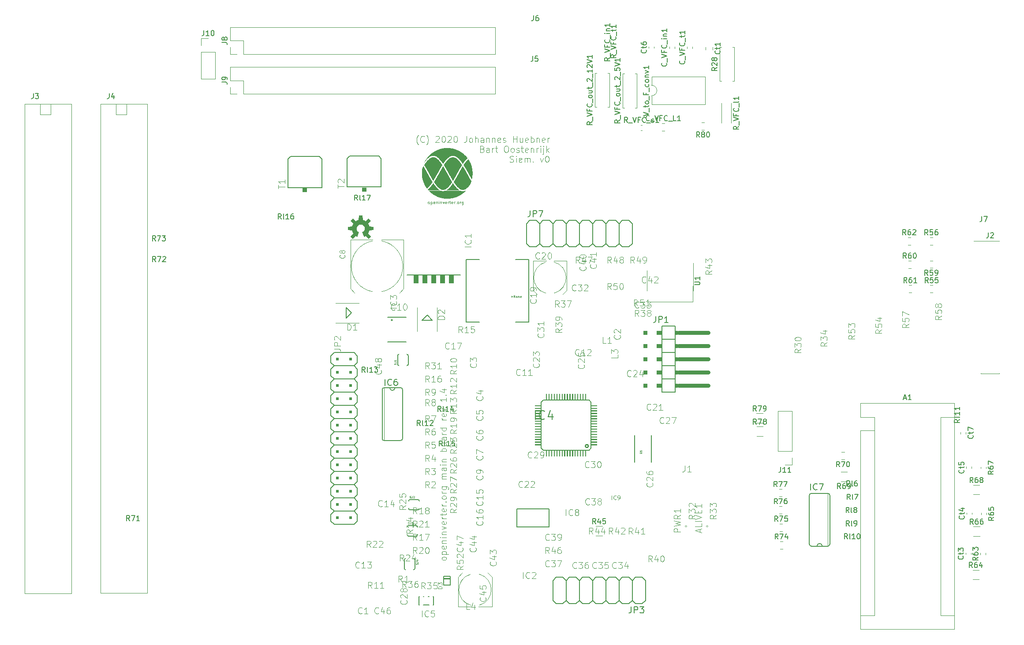
<source format=gbr>
G04 #@! TF.GenerationSoftware,KiCad,Pcbnew,5.1.5+dfsg1-2build2*
G04 #@! TF.CreationDate,2021-04-09T20:17:08+02:00*
G04 #@! TF.ProjectId,mainboardv3.4,6d61696e-626f-4617-9264-76332e342e6b,rev?*
G04 #@! TF.SameCoordinates,Original*
G04 #@! TF.FileFunction,Legend,Top*
G04 #@! TF.FilePolarity,Positive*
%FSLAX46Y46*%
G04 Gerber Fmt 4.6, Leading zero omitted, Abs format (unit mm)*
G04 Created by KiCad (PCBNEW 5.1.5+dfsg1-2build2) date 2021-04-09 20:17:08*
%MOMM*%
%LPD*%
G04 APERTURE LIST*
%ADD10C,0.120000*%
%ADD11C,0.101600*%
%ADD12C,0.152400*%
%ADD13C,0.100000*%
%ADD14C,0.203200*%
%ADD15C,0.254000*%
%ADD16C,0.127000*%
%ADD17C,0.762000*%
%ADD18C,0.063400*%
%ADD19C,0.125000*%
%ADD20C,0.050800*%
%ADD21C,0.096520*%
%ADD22C,0.120650*%
%ADD23C,0.077216*%
%ADD24C,0.032512*%
%ADD25C,0.135128*%
%ADD26C,0.065024*%
%ADD27C,0.061772*%
%ADD28C,0.048768*%
%ADD29C,0.150000*%
G04 APERTURE END LIST*
D10*
X140741400Y-73977500D02*
X140741400Y-70929500D01*
X132105400Y-73977500D02*
X140741400Y-73977500D01*
D11*
X93428547Y-123395440D02*
X93371095Y-123510345D01*
X93313642Y-123567798D01*
X93198738Y-123625250D01*
X92854023Y-123625250D01*
X92739119Y-123567798D01*
X92681666Y-123510345D01*
X92624214Y-123395440D01*
X92624214Y-123223083D01*
X92681666Y-123108179D01*
X92739119Y-123050726D01*
X92854023Y-122993274D01*
X93198738Y-122993274D01*
X93313642Y-123050726D01*
X93371095Y-123108179D01*
X93428547Y-123223083D01*
X93428547Y-123395440D01*
X92624214Y-122476202D02*
X93830714Y-122476202D01*
X92681666Y-122476202D02*
X92624214Y-122361298D01*
X92624214Y-122131488D01*
X92681666Y-122016583D01*
X92739119Y-121959131D01*
X92854023Y-121901679D01*
X93198738Y-121901679D01*
X93313642Y-121959131D01*
X93371095Y-122016583D01*
X93428547Y-122131488D01*
X93428547Y-122361298D01*
X93371095Y-122476202D01*
X93371095Y-120924988D02*
X93428547Y-121039893D01*
X93428547Y-121269702D01*
X93371095Y-121384607D01*
X93256190Y-121442060D01*
X92796571Y-121442060D01*
X92681666Y-121384607D01*
X92624214Y-121269702D01*
X92624214Y-121039893D01*
X92681666Y-120924988D01*
X92796571Y-120867536D01*
X92911476Y-120867536D01*
X93026380Y-121442060D01*
X92624214Y-120350464D02*
X93428547Y-120350464D01*
X92739119Y-120350464D02*
X92681666Y-120293012D01*
X92624214Y-120178107D01*
X92624214Y-120005750D01*
X92681666Y-119890845D01*
X92796571Y-119833393D01*
X93428547Y-119833393D01*
X93428547Y-119258869D02*
X92624214Y-119258869D01*
X92222047Y-119258869D02*
X92279500Y-119316321D01*
X92336952Y-119258869D01*
X92279500Y-119201417D01*
X92222047Y-119258869D01*
X92336952Y-119258869D01*
X92624214Y-118684345D02*
X93428547Y-118684345D01*
X92739119Y-118684345D02*
X92681666Y-118626893D01*
X92624214Y-118511988D01*
X92624214Y-118339631D01*
X92681666Y-118224726D01*
X92796571Y-118167274D01*
X93428547Y-118167274D01*
X92624214Y-117707655D02*
X93428547Y-117420393D01*
X92624214Y-117133131D01*
X93371095Y-116213893D02*
X93428547Y-116328798D01*
X93428547Y-116558607D01*
X93371095Y-116673512D01*
X93256190Y-116730964D01*
X92796571Y-116730964D01*
X92681666Y-116673512D01*
X92624214Y-116558607D01*
X92624214Y-116328798D01*
X92681666Y-116213893D01*
X92796571Y-116156440D01*
X92911476Y-116156440D01*
X93026380Y-116730964D01*
X93428547Y-115639369D02*
X92624214Y-115639369D01*
X92854023Y-115639369D02*
X92739119Y-115581917D01*
X92681666Y-115524464D01*
X92624214Y-115409560D01*
X92624214Y-115294655D01*
X92624214Y-115064845D02*
X92624214Y-114605226D01*
X92222047Y-114892488D02*
X93256190Y-114892488D01*
X93371095Y-114835036D01*
X93428547Y-114720131D01*
X93428547Y-114605226D01*
X93371095Y-113743440D02*
X93428547Y-113858345D01*
X93428547Y-114088155D01*
X93371095Y-114203060D01*
X93256190Y-114260512D01*
X92796571Y-114260512D01*
X92681666Y-114203060D01*
X92624214Y-114088155D01*
X92624214Y-113858345D01*
X92681666Y-113743440D01*
X92796571Y-113685988D01*
X92911476Y-113685988D01*
X93026380Y-114260512D01*
X93428547Y-113168917D02*
X92624214Y-113168917D01*
X92854023Y-113168917D02*
X92739119Y-113111464D01*
X92681666Y-113054012D01*
X92624214Y-112939107D01*
X92624214Y-112824202D01*
X93313642Y-112422036D02*
X93371095Y-112364583D01*
X93428547Y-112422036D01*
X93371095Y-112479488D01*
X93313642Y-112422036D01*
X93428547Y-112422036D01*
X93428547Y-111675155D02*
X93371095Y-111790060D01*
X93313642Y-111847512D01*
X93198738Y-111904964D01*
X92854023Y-111904964D01*
X92739119Y-111847512D01*
X92681666Y-111790060D01*
X92624214Y-111675155D01*
X92624214Y-111502798D01*
X92681666Y-111387893D01*
X92739119Y-111330440D01*
X92854023Y-111272988D01*
X93198738Y-111272988D01*
X93313642Y-111330440D01*
X93371095Y-111387893D01*
X93428547Y-111502798D01*
X93428547Y-111675155D01*
X93428547Y-110755917D02*
X92624214Y-110755917D01*
X92854023Y-110755917D02*
X92739119Y-110698464D01*
X92681666Y-110641012D01*
X92624214Y-110526107D01*
X92624214Y-110411202D01*
X92624214Y-109491964D02*
X93600904Y-109491964D01*
X93715809Y-109549417D01*
X93773261Y-109606869D01*
X93830714Y-109721774D01*
X93830714Y-109894131D01*
X93773261Y-110009036D01*
X93371095Y-109491964D02*
X93428547Y-109606869D01*
X93428547Y-109836679D01*
X93371095Y-109951583D01*
X93313642Y-110009036D01*
X93198738Y-110066488D01*
X92854023Y-110066488D01*
X92739119Y-110009036D01*
X92681666Y-109951583D01*
X92624214Y-109836679D01*
X92624214Y-109606869D01*
X92681666Y-109491964D01*
X93428547Y-107998202D02*
X92624214Y-107998202D01*
X92739119Y-107998202D02*
X92681666Y-107940750D01*
X92624214Y-107825845D01*
X92624214Y-107653488D01*
X92681666Y-107538583D01*
X92796571Y-107481131D01*
X93428547Y-107481131D01*
X92796571Y-107481131D02*
X92681666Y-107423679D01*
X92624214Y-107308774D01*
X92624214Y-107136417D01*
X92681666Y-107021512D01*
X92796571Y-106964060D01*
X93428547Y-106964060D01*
X93428547Y-105872464D02*
X92796571Y-105872464D01*
X92681666Y-105929917D01*
X92624214Y-106044821D01*
X92624214Y-106274631D01*
X92681666Y-106389536D01*
X93371095Y-105872464D02*
X93428547Y-105987369D01*
X93428547Y-106274631D01*
X93371095Y-106389536D01*
X93256190Y-106446988D01*
X93141285Y-106446988D01*
X93026380Y-106389536D01*
X92968928Y-106274631D01*
X92968928Y-105987369D01*
X92911476Y-105872464D01*
X93428547Y-105297940D02*
X92624214Y-105297940D01*
X92222047Y-105297940D02*
X92279500Y-105355393D01*
X92336952Y-105297940D01*
X92279500Y-105240488D01*
X92222047Y-105297940D01*
X92336952Y-105297940D01*
X92624214Y-104723417D02*
X93428547Y-104723417D01*
X92739119Y-104723417D02*
X92681666Y-104665964D01*
X92624214Y-104551060D01*
X92624214Y-104378702D01*
X92681666Y-104263798D01*
X92796571Y-104206345D01*
X93428547Y-104206345D01*
X93428547Y-102712583D02*
X92222047Y-102712583D01*
X92681666Y-102712583D02*
X92624214Y-102597679D01*
X92624214Y-102367869D01*
X92681666Y-102252964D01*
X92739119Y-102195512D01*
X92854023Y-102138060D01*
X93198738Y-102138060D01*
X93313642Y-102195512D01*
X93371095Y-102252964D01*
X93428547Y-102367869D01*
X93428547Y-102597679D01*
X93371095Y-102712583D01*
X93428547Y-101448631D02*
X93371095Y-101563536D01*
X93313642Y-101620988D01*
X93198738Y-101678440D01*
X92854023Y-101678440D01*
X92739119Y-101620988D01*
X92681666Y-101563536D01*
X92624214Y-101448631D01*
X92624214Y-101276274D01*
X92681666Y-101161369D01*
X92739119Y-101103917D01*
X92854023Y-101046464D01*
X93198738Y-101046464D01*
X93313642Y-101103917D01*
X93371095Y-101161369D01*
X93428547Y-101276274D01*
X93428547Y-101448631D01*
X93428547Y-100012321D02*
X92796571Y-100012321D01*
X92681666Y-100069774D01*
X92624214Y-100184679D01*
X92624214Y-100414488D01*
X92681666Y-100529393D01*
X93371095Y-100012321D02*
X93428547Y-100127226D01*
X93428547Y-100414488D01*
X93371095Y-100529393D01*
X93256190Y-100586845D01*
X93141285Y-100586845D01*
X93026380Y-100529393D01*
X92968928Y-100414488D01*
X92968928Y-100127226D01*
X92911476Y-100012321D01*
X93428547Y-99437798D02*
X92624214Y-99437798D01*
X92854023Y-99437798D02*
X92739119Y-99380345D01*
X92681666Y-99322893D01*
X92624214Y-99207988D01*
X92624214Y-99093083D01*
X93428547Y-98173845D02*
X92222047Y-98173845D01*
X93371095Y-98173845D02*
X93428547Y-98288750D01*
X93428547Y-98518560D01*
X93371095Y-98633464D01*
X93313642Y-98690917D01*
X93198738Y-98748369D01*
X92854023Y-98748369D01*
X92739119Y-98690917D01*
X92681666Y-98633464D01*
X92624214Y-98518560D01*
X92624214Y-98288750D01*
X92681666Y-98173845D01*
X93428547Y-96680083D02*
X92624214Y-96680083D01*
X92854023Y-96680083D02*
X92739119Y-96622631D01*
X92681666Y-96565179D01*
X92624214Y-96450274D01*
X92624214Y-96335369D01*
X93371095Y-95473583D02*
X93428547Y-95588488D01*
X93428547Y-95818298D01*
X93371095Y-95933202D01*
X93256190Y-95990655D01*
X92796571Y-95990655D01*
X92681666Y-95933202D01*
X92624214Y-95818298D01*
X92624214Y-95588488D01*
X92681666Y-95473583D01*
X92796571Y-95416131D01*
X92911476Y-95416131D01*
X93026380Y-95990655D01*
X92624214Y-95013964D02*
X93428547Y-94726702D01*
X92624214Y-94439440D01*
X93428547Y-92428607D02*
X93428547Y-93118036D01*
X93428547Y-92773321D02*
X92222047Y-92773321D01*
X92394404Y-92888226D01*
X92509309Y-93003131D01*
X92566761Y-93118036D01*
X93313642Y-91911536D02*
X93371095Y-91854083D01*
X93428547Y-91911536D01*
X93371095Y-91968988D01*
X93313642Y-91911536D01*
X93428547Y-91911536D01*
X92624214Y-90819940D02*
X93428547Y-90819940D01*
X92164595Y-91107202D02*
X93026380Y-91394464D01*
X93026380Y-90647583D01*
X88078612Y-43785366D02*
X88021159Y-43727914D01*
X87906255Y-43555557D01*
X87848802Y-43440652D01*
X87791350Y-43268295D01*
X87733898Y-42981033D01*
X87733898Y-42751223D01*
X87791350Y-42463961D01*
X87848802Y-42291604D01*
X87906255Y-42176700D01*
X88021159Y-42004342D01*
X88078612Y-41946890D01*
X89227659Y-43210842D02*
X89170207Y-43268295D01*
X88997850Y-43325747D01*
X88882945Y-43325747D01*
X88710588Y-43268295D01*
X88595683Y-43153390D01*
X88538231Y-43038485D01*
X88480779Y-42808676D01*
X88480779Y-42636319D01*
X88538231Y-42406509D01*
X88595683Y-42291604D01*
X88710588Y-42176700D01*
X88882945Y-42119247D01*
X88997850Y-42119247D01*
X89170207Y-42176700D01*
X89227659Y-42234152D01*
X89629826Y-43785366D02*
X89687279Y-43727914D01*
X89802183Y-43555557D01*
X89859636Y-43440652D01*
X89917088Y-43268295D01*
X89974540Y-42981033D01*
X89974540Y-42751223D01*
X89917088Y-42463961D01*
X89859636Y-42291604D01*
X89802183Y-42176700D01*
X89687279Y-42004342D01*
X89629826Y-41946890D01*
X91410850Y-42234152D02*
X91468302Y-42176700D01*
X91583207Y-42119247D01*
X91870469Y-42119247D01*
X91985374Y-42176700D01*
X92042826Y-42234152D01*
X92100279Y-42349057D01*
X92100279Y-42463961D01*
X92042826Y-42636319D01*
X91353398Y-43325747D01*
X92100279Y-43325747D01*
X92847159Y-42119247D02*
X92962064Y-42119247D01*
X93076969Y-42176700D01*
X93134421Y-42234152D01*
X93191874Y-42349057D01*
X93249326Y-42578866D01*
X93249326Y-42866128D01*
X93191874Y-43095938D01*
X93134421Y-43210842D01*
X93076969Y-43268295D01*
X92962064Y-43325747D01*
X92847159Y-43325747D01*
X92732255Y-43268295D01*
X92674802Y-43210842D01*
X92617350Y-43095938D01*
X92559898Y-42866128D01*
X92559898Y-42578866D01*
X92617350Y-42349057D01*
X92674802Y-42234152D01*
X92732255Y-42176700D01*
X92847159Y-42119247D01*
X93708945Y-42234152D02*
X93766398Y-42176700D01*
X93881302Y-42119247D01*
X94168564Y-42119247D01*
X94283469Y-42176700D01*
X94340921Y-42234152D01*
X94398374Y-42349057D01*
X94398374Y-42463961D01*
X94340921Y-42636319D01*
X93651493Y-43325747D01*
X94398374Y-43325747D01*
X95145255Y-42119247D02*
X95260159Y-42119247D01*
X95375064Y-42176700D01*
X95432517Y-42234152D01*
X95489969Y-42349057D01*
X95547421Y-42578866D01*
X95547421Y-42866128D01*
X95489969Y-43095938D01*
X95432517Y-43210842D01*
X95375064Y-43268295D01*
X95260159Y-43325747D01*
X95145255Y-43325747D01*
X95030350Y-43268295D01*
X94972898Y-43210842D01*
X94915445Y-43095938D01*
X94857993Y-42866128D01*
X94857993Y-42578866D01*
X94915445Y-42349057D01*
X94972898Y-42234152D01*
X95030350Y-42176700D01*
X95145255Y-42119247D01*
X97328445Y-42119247D02*
X97328445Y-42981033D01*
X97270993Y-43153390D01*
X97156088Y-43268295D01*
X96983731Y-43325747D01*
X96868826Y-43325747D01*
X98075326Y-43325747D02*
X97960421Y-43268295D01*
X97902969Y-43210842D01*
X97845517Y-43095938D01*
X97845517Y-42751223D01*
X97902969Y-42636319D01*
X97960421Y-42578866D01*
X98075326Y-42521414D01*
X98247683Y-42521414D01*
X98362588Y-42578866D01*
X98420040Y-42636319D01*
X98477493Y-42751223D01*
X98477493Y-43095938D01*
X98420040Y-43210842D01*
X98362588Y-43268295D01*
X98247683Y-43325747D01*
X98075326Y-43325747D01*
X98994564Y-43325747D02*
X98994564Y-42119247D01*
X99511636Y-43325747D02*
X99511636Y-42693771D01*
X99454183Y-42578866D01*
X99339279Y-42521414D01*
X99166921Y-42521414D01*
X99052017Y-42578866D01*
X98994564Y-42636319D01*
X100603231Y-43325747D02*
X100603231Y-42693771D01*
X100545779Y-42578866D01*
X100430874Y-42521414D01*
X100201064Y-42521414D01*
X100086159Y-42578866D01*
X100603231Y-43268295D02*
X100488326Y-43325747D01*
X100201064Y-43325747D01*
X100086159Y-43268295D01*
X100028707Y-43153390D01*
X100028707Y-43038485D01*
X100086159Y-42923580D01*
X100201064Y-42866128D01*
X100488326Y-42866128D01*
X100603231Y-42808676D01*
X101177755Y-42521414D02*
X101177755Y-43325747D01*
X101177755Y-42636319D02*
X101235207Y-42578866D01*
X101350112Y-42521414D01*
X101522469Y-42521414D01*
X101637374Y-42578866D01*
X101694826Y-42693771D01*
X101694826Y-43325747D01*
X102269350Y-42521414D02*
X102269350Y-43325747D01*
X102269350Y-42636319D02*
X102326802Y-42578866D01*
X102441707Y-42521414D01*
X102614064Y-42521414D01*
X102728969Y-42578866D01*
X102786421Y-42693771D01*
X102786421Y-43325747D01*
X103820564Y-43268295D02*
X103705660Y-43325747D01*
X103475850Y-43325747D01*
X103360945Y-43268295D01*
X103303493Y-43153390D01*
X103303493Y-42693771D01*
X103360945Y-42578866D01*
X103475850Y-42521414D01*
X103705660Y-42521414D01*
X103820564Y-42578866D01*
X103878017Y-42693771D01*
X103878017Y-42808676D01*
X103303493Y-42923580D01*
X104337636Y-43268295D02*
X104452540Y-43325747D01*
X104682350Y-43325747D01*
X104797255Y-43268295D01*
X104854707Y-43153390D01*
X104854707Y-43095938D01*
X104797255Y-42981033D01*
X104682350Y-42923580D01*
X104509993Y-42923580D01*
X104395088Y-42866128D01*
X104337636Y-42751223D01*
X104337636Y-42693771D01*
X104395088Y-42578866D01*
X104509993Y-42521414D01*
X104682350Y-42521414D01*
X104797255Y-42578866D01*
X106291017Y-43325747D02*
X106291017Y-42119247D01*
X106291017Y-42693771D02*
X106980445Y-42693771D01*
X106980445Y-43325747D02*
X106980445Y-42119247D01*
X108072040Y-42521414D02*
X108072040Y-43325747D01*
X107554969Y-42521414D02*
X107554969Y-43153390D01*
X107612421Y-43268295D01*
X107727326Y-43325747D01*
X107899683Y-43325747D01*
X108014588Y-43268295D01*
X108072040Y-43210842D01*
X109106183Y-43268295D02*
X108991279Y-43325747D01*
X108761469Y-43325747D01*
X108646564Y-43268295D01*
X108589112Y-43153390D01*
X108589112Y-42693771D01*
X108646564Y-42578866D01*
X108761469Y-42521414D01*
X108991279Y-42521414D01*
X109106183Y-42578866D01*
X109163636Y-42693771D01*
X109163636Y-42808676D01*
X108589112Y-42923580D01*
X109680707Y-43325747D02*
X109680707Y-42119247D01*
X109680707Y-42578866D02*
X109795612Y-42521414D01*
X110025421Y-42521414D01*
X110140326Y-42578866D01*
X110197779Y-42636319D01*
X110255231Y-42751223D01*
X110255231Y-43095938D01*
X110197779Y-43210842D01*
X110140326Y-43268295D01*
X110025421Y-43325747D01*
X109795612Y-43325747D01*
X109680707Y-43268295D01*
X110772302Y-42521414D02*
X110772302Y-43325747D01*
X110772302Y-42636319D02*
X110829755Y-42578866D01*
X110944660Y-42521414D01*
X111117017Y-42521414D01*
X111231921Y-42578866D01*
X111289374Y-42693771D01*
X111289374Y-43325747D01*
X112323517Y-43268295D02*
X112208612Y-43325747D01*
X111978802Y-43325747D01*
X111863898Y-43268295D01*
X111806445Y-43153390D01*
X111806445Y-42693771D01*
X111863898Y-42578866D01*
X111978802Y-42521414D01*
X112208612Y-42521414D01*
X112323517Y-42578866D01*
X112380969Y-42693771D01*
X112380969Y-42808676D01*
X111806445Y-42923580D01*
X112898040Y-43325747D02*
X112898040Y-42521414D01*
X112898040Y-42751223D02*
X112955493Y-42636319D01*
X113012945Y-42578866D01*
X113127850Y-42521414D01*
X113242755Y-42521414D01*
X100373421Y-44605121D02*
X100545779Y-44662573D01*
X100603231Y-44720026D01*
X100660683Y-44834930D01*
X100660683Y-45007288D01*
X100603231Y-45122192D01*
X100545779Y-45179645D01*
X100430874Y-45237097D01*
X99971255Y-45237097D01*
X99971255Y-44030597D01*
X100373421Y-44030597D01*
X100488326Y-44088050D01*
X100545779Y-44145502D01*
X100603231Y-44260407D01*
X100603231Y-44375311D01*
X100545779Y-44490216D01*
X100488326Y-44547669D01*
X100373421Y-44605121D01*
X99971255Y-44605121D01*
X101694826Y-45237097D02*
X101694826Y-44605121D01*
X101637374Y-44490216D01*
X101522469Y-44432764D01*
X101292659Y-44432764D01*
X101177755Y-44490216D01*
X101694826Y-45179645D02*
X101579921Y-45237097D01*
X101292659Y-45237097D01*
X101177755Y-45179645D01*
X101120302Y-45064740D01*
X101120302Y-44949835D01*
X101177755Y-44834930D01*
X101292659Y-44777478D01*
X101579921Y-44777478D01*
X101694826Y-44720026D01*
X102269350Y-45237097D02*
X102269350Y-44432764D01*
X102269350Y-44662573D02*
X102326802Y-44547669D01*
X102384255Y-44490216D01*
X102499159Y-44432764D01*
X102614064Y-44432764D01*
X102843874Y-44432764D02*
X103303493Y-44432764D01*
X103016231Y-44030597D02*
X103016231Y-45064740D01*
X103073683Y-45179645D01*
X103188588Y-45237097D01*
X103303493Y-45237097D01*
X104854707Y-44030597D02*
X105084517Y-44030597D01*
X105199421Y-44088050D01*
X105314326Y-44202954D01*
X105371779Y-44432764D01*
X105371779Y-44834930D01*
X105314326Y-45064740D01*
X105199421Y-45179645D01*
X105084517Y-45237097D01*
X104854707Y-45237097D01*
X104739802Y-45179645D01*
X104624898Y-45064740D01*
X104567445Y-44834930D01*
X104567445Y-44432764D01*
X104624898Y-44202954D01*
X104739802Y-44088050D01*
X104854707Y-44030597D01*
X106061207Y-45237097D02*
X105946302Y-45179645D01*
X105888850Y-45122192D01*
X105831398Y-45007288D01*
X105831398Y-44662573D01*
X105888850Y-44547669D01*
X105946302Y-44490216D01*
X106061207Y-44432764D01*
X106233564Y-44432764D01*
X106348469Y-44490216D01*
X106405921Y-44547669D01*
X106463374Y-44662573D01*
X106463374Y-45007288D01*
X106405921Y-45122192D01*
X106348469Y-45179645D01*
X106233564Y-45237097D01*
X106061207Y-45237097D01*
X106922993Y-45179645D02*
X107037898Y-45237097D01*
X107267707Y-45237097D01*
X107382612Y-45179645D01*
X107440064Y-45064740D01*
X107440064Y-45007288D01*
X107382612Y-44892383D01*
X107267707Y-44834930D01*
X107095350Y-44834930D01*
X106980445Y-44777478D01*
X106922993Y-44662573D01*
X106922993Y-44605121D01*
X106980445Y-44490216D01*
X107095350Y-44432764D01*
X107267707Y-44432764D01*
X107382612Y-44490216D01*
X107784779Y-44432764D02*
X108244398Y-44432764D01*
X107957136Y-44030597D02*
X107957136Y-45064740D01*
X108014588Y-45179645D01*
X108129493Y-45237097D01*
X108244398Y-45237097D01*
X109106183Y-45179645D02*
X108991279Y-45237097D01*
X108761469Y-45237097D01*
X108646564Y-45179645D01*
X108589112Y-45064740D01*
X108589112Y-44605121D01*
X108646564Y-44490216D01*
X108761469Y-44432764D01*
X108991279Y-44432764D01*
X109106183Y-44490216D01*
X109163636Y-44605121D01*
X109163636Y-44720026D01*
X108589112Y-44834930D01*
X109680707Y-44432764D02*
X109680707Y-45237097D01*
X109680707Y-44547669D02*
X109738160Y-44490216D01*
X109853064Y-44432764D01*
X110025421Y-44432764D01*
X110140326Y-44490216D01*
X110197779Y-44605121D01*
X110197779Y-45237097D01*
X110772302Y-45237097D02*
X110772302Y-44432764D01*
X110772302Y-44662573D02*
X110829755Y-44547669D01*
X110887207Y-44490216D01*
X111002112Y-44432764D01*
X111117017Y-44432764D01*
X111519183Y-45237097D02*
X111519183Y-44432764D01*
X111519183Y-44030597D02*
X111461731Y-44088050D01*
X111519183Y-44145502D01*
X111576636Y-44088050D01*
X111519183Y-44030597D01*
X111519183Y-44145502D01*
X112093707Y-44432764D02*
X112093707Y-45466907D01*
X112036255Y-45581811D01*
X111921350Y-45639264D01*
X111863898Y-45639264D01*
X112093707Y-44030597D02*
X112036255Y-44088050D01*
X112093707Y-44145502D01*
X112151160Y-44088050D01*
X112093707Y-44030597D01*
X112093707Y-44145502D01*
X112668231Y-45237097D02*
X112668231Y-44030597D01*
X112783136Y-44777478D02*
X113127850Y-45237097D01*
X113127850Y-44432764D02*
X112668231Y-44892383D01*
X105659040Y-47090995D02*
X105831398Y-47148447D01*
X106118660Y-47148447D01*
X106233564Y-47090995D01*
X106291017Y-47033542D01*
X106348469Y-46918638D01*
X106348469Y-46803733D01*
X106291017Y-46688828D01*
X106233564Y-46631376D01*
X106118660Y-46573923D01*
X105888850Y-46516471D01*
X105773945Y-46459019D01*
X105716493Y-46401566D01*
X105659040Y-46286661D01*
X105659040Y-46171757D01*
X105716493Y-46056852D01*
X105773945Y-45999400D01*
X105888850Y-45941947D01*
X106176112Y-45941947D01*
X106348469Y-45999400D01*
X106865540Y-47148447D02*
X106865540Y-46344114D01*
X106865540Y-45941947D02*
X106808088Y-45999400D01*
X106865540Y-46056852D01*
X106922993Y-45999400D01*
X106865540Y-45941947D01*
X106865540Y-46056852D01*
X107899683Y-47090995D02*
X107784779Y-47148447D01*
X107554969Y-47148447D01*
X107440064Y-47090995D01*
X107382612Y-46976090D01*
X107382612Y-46516471D01*
X107440064Y-46401566D01*
X107554969Y-46344114D01*
X107784779Y-46344114D01*
X107899683Y-46401566D01*
X107957136Y-46516471D01*
X107957136Y-46631376D01*
X107382612Y-46746280D01*
X108474207Y-47148447D02*
X108474207Y-46344114D01*
X108474207Y-46459019D02*
X108531660Y-46401566D01*
X108646564Y-46344114D01*
X108818921Y-46344114D01*
X108933826Y-46401566D01*
X108991279Y-46516471D01*
X108991279Y-47148447D01*
X108991279Y-46516471D02*
X109048731Y-46401566D01*
X109163636Y-46344114D01*
X109335993Y-46344114D01*
X109450898Y-46401566D01*
X109508350Y-46516471D01*
X109508350Y-47148447D01*
X110082874Y-47033542D02*
X110140326Y-47090995D01*
X110082874Y-47148447D01*
X110025421Y-47090995D01*
X110082874Y-47033542D01*
X110082874Y-47148447D01*
X111461731Y-46344114D02*
X111748993Y-47148447D01*
X112036255Y-46344114D01*
X112725683Y-45941947D02*
X112840588Y-45941947D01*
X112955493Y-45999400D01*
X113012945Y-46056852D01*
X113070398Y-46171757D01*
X113127850Y-46401566D01*
X113127850Y-46688828D01*
X113070398Y-46918638D01*
X113012945Y-47033542D01*
X112955493Y-47090995D01*
X112840588Y-47148447D01*
X112725683Y-47148447D01*
X112610779Y-47090995D01*
X112553326Y-47033542D01*
X112495874Y-46918638D01*
X112438421Y-46688828D01*
X112438421Y-46401566D01*
X112495874Y-46171757D01*
X112553326Y-46056852D01*
X112610779Y-45999400D01*
X112725683Y-45941947D01*
D12*
X131673500Y-127541100D02*
X131038500Y-126906100D01*
X129768500Y-126906100D02*
X129133500Y-127541100D01*
X129133500Y-127541100D02*
X128498500Y-126906100D01*
X127228500Y-126906100D02*
X126593500Y-127541100D01*
X126593500Y-127541100D02*
X125958500Y-126906100D01*
X124688500Y-126906100D02*
X124053500Y-127541100D01*
X124053500Y-127541100D02*
X123418500Y-126906100D01*
X122148500Y-126906100D02*
X121513500Y-127541100D01*
X121513500Y-127541100D02*
X120878500Y-126906100D01*
X119608500Y-126906100D02*
X118973500Y-127541100D01*
X118973500Y-127541100D02*
X118338500Y-126906100D01*
X117068500Y-126906100D02*
X116433500Y-127541100D01*
X131673500Y-127541100D02*
X131673500Y-131351100D01*
X131673500Y-131351100D02*
X131038500Y-131986100D01*
X131038500Y-131986100D02*
X129768500Y-131986100D01*
X129768500Y-131986100D02*
X129133500Y-131351100D01*
X129133500Y-131351100D02*
X128498500Y-131986100D01*
X128498500Y-131986100D02*
X127228500Y-131986100D01*
X127228500Y-131986100D02*
X126593500Y-131351100D01*
X126593500Y-131351100D02*
X125958500Y-131986100D01*
X125958500Y-131986100D02*
X124688500Y-131986100D01*
X124688500Y-131986100D02*
X124053500Y-131351100D01*
X124053500Y-131351100D02*
X123418500Y-131986100D01*
X123418500Y-131986100D02*
X122148500Y-131986100D01*
X122148500Y-131986100D02*
X121513500Y-131351100D01*
X121513500Y-131351100D02*
X120878500Y-131986100D01*
X120878500Y-131986100D02*
X119608500Y-131986100D01*
X119608500Y-131986100D02*
X118973500Y-131351100D01*
X118973500Y-131351100D02*
X118338500Y-131986100D01*
X118338500Y-131986100D02*
X117068500Y-131986100D01*
X117068500Y-131986100D02*
X116433500Y-131351100D01*
X129133500Y-131351100D02*
X129133500Y-127541100D01*
X126593500Y-131351100D02*
X126593500Y-127541100D01*
X124053500Y-131351100D02*
X124053500Y-127541100D01*
X121513500Y-131351100D02*
X121513500Y-127541100D01*
X118973500Y-131351100D02*
X118973500Y-127541100D01*
X116433500Y-131351100D02*
X116433500Y-127541100D01*
X118338500Y-126906100D02*
X117068500Y-126906100D01*
X120878500Y-126906100D02*
X119608500Y-126906100D01*
X123418500Y-126906100D02*
X122148500Y-126906100D01*
X125958500Y-126906100D02*
X124688500Y-126906100D01*
X128498500Y-126906100D02*
X127228500Y-126906100D01*
X131038500Y-126906100D02*
X129768500Y-126906100D01*
X116433500Y-127541100D02*
X115798500Y-126906100D01*
X114528500Y-126906100D02*
X113893500Y-127541100D01*
X116433500Y-131351100D02*
X115798500Y-131986100D01*
X115798500Y-131986100D02*
X114528500Y-131986100D01*
X114528500Y-131986100D02*
X113893500Y-131351100D01*
X113893500Y-131351100D02*
X113893500Y-127541100D01*
X115798500Y-126906100D02*
X114528500Y-126906100D01*
X75717400Y-116746100D02*
X76352400Y-116111100D01*
X76352400Y-116111100D02*
X76352400Y-114841100D01*
X76352400Y-114841100D02*
X75717400Y-114206100D01*
X75717400Y-114206100D02*
X76352400Y-113571100D01*
X76352400Y-113571100D02*
X76352400Y-112301100D01*
X76352400Y-112301100D02*
X75717400Y-111666100D01*
X75717400Y-111666100D02*
X76352400Y-111031100D01*
X76352400Y-111031100D02*
X76352400Y-109761100D01*
X76352400Y-109761100D02*
X75717400Y-109126100D01*
X75717400Y-109126100D02*
X76352400Y-108491100D01*
X76352400Y-108491100D02*
X76352400Y-107221100D01*
X76352400Y-107221100D02*
X75717400Y-106586100D01*
X75717400Y-106586100D02*
X76352400Y-105951100D01*
X76352400Y-105951100D02*
X76352400Y-104681100D01*
X76352400Y-104681100D02*
X75717400Y-104046100D01*
X75717400Y-104046100D02*
X76352400Y-103411100D01*
X76352400Y-103411100D02*
X76352400Y-102141100D01*
X76352400Y-102141100D02*
X75717400Y-101506100D01*
X75717400Y-116746100D02*
X71907400Y-116746100D01*
X71907400Y-116746100D02*
X71272400Y-116111100D01*
X71272400Y-116111100D02*
X71272400Y-114841100D01*
X71272400Y-114841100D02*
X71907400Y-114206100D01*
X71907400Y-114206100D02*
X71272400Y-113571100D01*
X71272400Y-113571100D02*
X71272400Y-112301100D01*
X71272400Y-112301100D02*
X71907400Y-111666100D01*
X71907400Y-111666100D02*
X71272400Y-111031100D01*
X71272400Y-111031100D02*
X71272400Y-109761100D01*
X71272400Y-109761100D02*
X71907400Y-109126100D01*
X71907400Y-109126100D02*
X71272400Y-108491100D01*
X71272400Y-108491100D02*
X71272400Y-107221100D01*
X71272400Y-107221100D02*
X71907400Y-106586100D01*
X71907400Y-106586100D02*
X71272400Y-105951100D01*
X71272400Y-105951100D02*
X71272400Y-104681100D01*
X71272400Y-104681100D02*
X71907400Y-104046100D01*
X71907400Y-104046100D02*
X71272400Y-103411100D01*
X71272400Y-103411100D02*
X71272400Y-102141100D01*
X71272400Y-102141100D02*
X71907400Y-101506100D01*
X71907400Y-101506100D02*
X71272400Y-100871100D01*
X71272400Y-100871100D02*
X71272400Y-99601100D01*
X71272400Y-99601100D02*
X71907400Y-98966100D01*
X71907400Y-98966100D02*
X71272400Y-98331100D01*
X71272400Y-98331100D02*
X71272400Y-97061100D01*
X71272400Y-97061100D02*
X71907400Y-96426100D01*
X71907400Y-96426100D02*
X71272400Y-95791100D01*
X71272400Y-95791100D02*
X71272400Y-94521100D01*
X71272400Y-94521100D02*
X71907400Y-93886100D01*
X71907400Y-93886100D02*
X71272400Y-93251100D01*
X71272400Y-93251100D02*
X71272400Y-91981100D01*
X71272400Y-91981100D02*
X71907400Y-91346100D01*
X71907400Y-91346100D02*
X71272400Y-90711100D01*
X71272400Y-90711100D02*
X71272400Y-89441100D01*
X71272400Y-89441100D02*
X71907400Y-88806100D01*
X71907400Y-88806100D02*
X71272400Y-88171100D01*
X71272400Y-88171100D02*
X71272400Y-86901100D01*
X71907400Y-86266100D02*
X71272400Y-86901100D01*
X75717400Y-86266100D02*
X76352400Y-86901100D01*
X76352400Y-86901100D02*
X76352400Y-88171100D01*
X75717400Y-88806100D02*
X76352400Y-88171100D01*
X75717400Y-88806100D02*
X76352400Y-89441100D01*
X76352400Y-89441100D02*
X76352400Y-90711100D01*
X75717400Y-91346100D02*
X76352400Y-90711100D01*
X75717400Y-91346100D02*
X76352400Y-91981100D01*
X76352400Y-91981100D02*
X76352400Y-93251100D01*
X75717400Y-93886100D02*
X76352400Y-93251100D01*
X75717400Y-93886100D02*
X76352400Y-94521100D01*
X76352400Y-94521100D02*
X76352400Y-95791100D01*
X75717400Y-96426100D02*
X76352400Y-95791100D01*
X75717400Y-96426100D02*
X76352400Y-97061100D01*
X76352400Y-97061100D02*
X76352400Y-98331100D01*
X75717400Y-98966100D02*
X76352400Y-98331100D01*
X75717400Y-98966100D02*
X76352400Y-99601100D01*
X76352400Y-99601100D02*
X76352400Y-100871100D01*
X75717400Y-101506100D02*
X76352400Y-100871100D01*
X71907400Y-114206100D02*
X75717400Y-114206100D01*
X71907400Y-111666100D02*
X75717400Y-111666100D01*
X71907400Y-109126100D02*
X75717400Y-109126100D01*
X71907400Y-106586100D02*
X75717400Y-106586100D01*
X71907400Y-104046100D02*
X75717400Y-104046100D01*
X71907400Y-101506100D02*
X75717400Y-101506100D01*
X71907400Y-98966100D02*
X75717400Y-98966100D01*
X71907400Y-96426100D02*
X75717400Y-96426100D01*
X71907400Y-93886100D02*
X75717400Y-93886100D01*
X71907400Y-91346100D02*
X75717400Y-91346100D01*
X71907400Y-88806100D02*
X75717400Y-88806100D01*
X71907400Y-86266100D02*
X75717400Y-86266100D01*
X71907400Y-86266100D02*
X71272400Y-85631100D01*
X71272400Y-85631100D02*
X71272400Y-84361100D01*
X71907400Y-83726100D02*
X71272400Y-84361100D01*
X75717400Y-83726100D02*
X76352400Y-84361100D01*
X76352400Y-84361100D02*
X76352400Y-85631100D01*
X75717400Y-86266100D02*
X76352400Y-85631100D01*
X71907400Y-83726100D02*
X75717400Y-83726100D01*
D13*
G36*
X75336400Y-115730100D02*
G01*
X75336400Y-115222100D01*
X74828400Y-115222100D01*
X74828400Y-115730100D01*
X75336400Y-115730100D01*
G37*
G36*
X72796400Y-115730100D02*
G01*
X72796400Y-115222100D01*
X72288400Y-115222100D01*
X72288400Y-115730100D01*
X72796400Y-115730100D01*
G37*
G36*
X72796400Y-113190100D02*
G01*
X72796400Y-112682100D01*
X72288400Y-112682100D01*
X72288400Y-113190100D01*
X72796400Y-113190100D01*
G37*
G36*
X75336400Y-113190100D02*
G01*
X75336400Y-112682100D01*
X74828400Y-112682100D01*
X74828400Y-113190100D01*
X75336400Y-113190100D01*
G37*
G36*
X72796400Y-110650100D02*
G01*
X72796400Y-110142100D01*
X72288400Y-110142100D01*
X72288400Y-110650100D01*
X72796400Y-110650100D01*
G37*
G36*
X75336400Y-110650100D02*
G01*
X75336400Y-110142100D01*
X74828400Y-110142100D01*
X74828400Y-110650100D01*
X75336400Y-110650100D01*
G37*
G36*
X72796400Y-108110100D02*
G01*
X72796400Y-107602100D01*
X72288400Y-107602100D01*
X72288400Y-108110100D01*
X72796400Y-108110100D01*
G37*
G36*
X72796400Y-105570100D02*
G01*
X72796400Y-105062100D01*
X72288400Y-105062100D01*
X72288400Y-105570100D01*
X72796400Y-105570100D01*
G37*
G36*
X72796400Y-103030100D02*
G01*
X72796400Y-102522100D01*
X72288400Y-102522100D01*
X72288400Y-103030100D01*
X72796400Y-103030100D01*
G37*
G36*
X75336400Y-108110100D02*
G01*
X75336400Y-107602100D01*
X74828400Y-107602100D01*
X74828400Y-108110100D01*
X75336400Y-108110100D01*
G37*
G36*
X75336400Y-105570100D02*
G01*
X75336400Y-105062100D01*
X74828400Y-105062100D01*
X74828400Y-105570100D01*
X75336400Y-105570100D01*
G37*
G36*
X75336400Y-103030100D02*
G01*
X75336400Y-102522100D01*
X74828400Y-102522100D01*
X74828400Y-103030100D01*
X75336400Y-103030100D01*
G37*
G36*
X72796400Y-100490100D02*
G01*
X72796400Y-99982100D01*
X72288400Y-99982100D01*
X72288400Y-100490100D01*
X72796400Y-100490100D01*
G37*
G36*
X75336400Y-100490100D02*
G01*
X75336400Y-99982100D01*
X74828400Y-99982100D01*
X74828400Y-100490100D01*
X75336400Y-100490100D01*
G37*
G36*
X72796400Y-97950100D02*
G01*
X72796400Y-97442100D01*
X72288400Y-97442100D01*
X72288400Y-97950100D01*
X72796400Y-97950100D01*
G37*
G36*
X75336400Y-97950100D02*
G01*
X75336400Y-97442100D01*
X74828400Y-97442100D01*
X74828400Y-97950100D01*
X75336400Y-97950100D01*
G37*
G36*
X72796400Y-95410100D02*
G01*
X72796400Y-94902100D01*
X72288400Y-94902100D01*
X72288400Y-95410100D01*
X72796400Y-95410100D01*
G37*
G36*
X75336400Y-95410100D02*
G01*
X75336400Y-94902100D01*
X74828400Y-94902100D01*
X74828400Y-95410100D01*
X75336400Y-95410100D01*
G37*
G36*
X72796400Y-92870100D02*
G01*
X72796400Y-92362100D01*
X72288400Y-92362100D01*
X72288400Y-92870100D01*
X72796400Y-92870100D01*
G37*
G36*
X75336400Y-92870100D02*
G01*
X75336400Y-92362100D01*
X74828400Y-92362100D01*
X74828400Y-92870100D01*
X75336400Y-92870100D01*
G37*
G36*
X72796400Y-90330100D02*
G01*
X72796400Y-89822100D01*
X72288400Y-89822100D01*
X72288400Y-90330100D01*
X72796400Y-90330100D01*
G37*
G36*
X75336400Y-90330100D02*
G01*
X75336400Y-89822100D01*
X74828400Y-89822100D01*
X74828400Y-90330100D01*
X75336400Y-90330100D01*
G37*
G36*
X72796400Y-87790100D02*
G01*
X72796400Y-87282100D01*
X72288400Y-87282100D01*
X72288400Y-87790100D01*
X72796400Y-87790100D01*
G37*
G36*
X75336400Y-87790100D02*
G01*
X75336400Y-87282100D01*
X74828400Y-87282100D01*
X74828400Y-87790100D01*
X75336400Y-87790100D01*
G37*
G36*
X72796400Y-85250100D02*
G01*
X72796400Y-84742100D01*
X72288400Y-84742100D01*
X72288400Y-85250100D01*
X72796400Y-85250100D01*
G37*
G36*
X75336400Y-85250100D02*
G01*
X75336400Y-84742100D01*
X74828400Y-84742100D01*
X74828400Y-85250100D01*
X75336400Y-85250100D01*
G37*
D12*
X108813500Y-62771100D02*
X109448500Y-63406100D01*
X110718500Y-63406100D02*
X111353500Y-62771100D01*
X111353500Y-62771100D02*
X111988500Y-63406100D01*
X113258500Y-63406100D02*
X113893500Y-62771100D01*
X113893500Y-62771100D02*
X114528500Y-63406100D01*
X115798500Y-63406100D02*
X116433500Y-62771100D01*
X116433500Y-62771100D02*
X117068500Y-63406100D01*
X118338500Y-63406100D02*
X118973500Y-62771100D01*
X118973500Y-62771100D02*
X119608500Y-63406100D01*
X120878500Y-63406100D02*
X121513500Y-62771100D01*
X121513500Y-62771100D02*
X122148500Y-63406100D01*
X123418500Y-63406100D02*
X124053500Y-62771100D01*
X108813500Y-62771100D02*
X108813500Y-58961100D01*
X108813500Y-58961100D02*
X109448500Y-58326100D01*
X109448500Y-58326100D02*
X110718500Y-58326100D01*
X110718500Y-58326100D02*
X111353500Y-58961100D01*
X111353500Y-58961100D02*
X111988500Y-58326100D01*
X111988500Y-58326100D02*
X113258500Y-58326100D01*
X113258500Y-58326100D02*
X113893500Y-58961100D01*
X113893500Y-58961100D02*
X114528500Y-58326100D01*
X114528500Y-58326100D02*
X115798500Y-58326100D01*
X115798500Y-58326100D02*
X116433500Y-58961100D01*
X116433500Y-58961100D02*
X117068500Y-58326100D01*
X117068500Y-58326100D02*
X118338500Y-58326100D01*
X118338500Y-58326100D02*
X118973500Y-58961100D01*
X118973500Y-58961100D02*
X119608500Y-58326100D01*
X119608500Y-58326100D02*
X120878500Y-58326100D01*
X120878500Y-58326100D02*
X121513500Y-58961100D01*
X121513500Y-58961100D02*
X122148500Y-58326100D01*
X122148500Y-58326100D02*
X123418500Y-58326100D01*
X123418500Y-58326100D02*
X124053500Y-58961100D01*
X124053500Y-58961100D02*
X124688500Y-58326100D01*
X124688500Y-58326100D02*
X125958500Y-58326100D01*
X125958500Y-58326100D02*
X126593500Y-58961100D01*
X126593500Y-62771100D02*
X125958500Y-63406100D01*
X124053500Y-62771100D02*
X124688500Y-63406100D01*
X111353500Y-58961100D02*
X111353500Y-62771100D01*
X113893500Y-58961100D02*
X113893500Y-62771100D01*
X116433500Y-58961100D02*
X116433500Y-62771100D01*
X118973500Y-58961100D02*
X118973500Y-62771100D01*
X121513500Y-58961100D02*
X121513500Y-62771100D01*
X124053500Y-58961100D02*
X124053500Y-62771100D01*
X126593500Y-58961100D02*
X126593500Y-62771100D01*
X124688500Y-63406100D02*
X125958500Y-63406100D01*
X122148500Y-63406100D02*
X123418500Y-63406100D01*
X119608500Y-63406100D02*
X120878500Y-63406100D01*
X117068500Y-63406100D02*
X118338500Y-63406100D01*
X114528500Y-63406100D02*
X115798500Y-63406100D01*
X111988500Y-63406100D02*
X113258500Y-63406100D01*
X109448500Y-63406100D02*
X110718500Y-63406100D01*
X126593500Y-58961100D02*
X127228500Y-58326100D01*
X127228500Y-58326100D02*
X128498500Y-58326100D01*
X128498500Y-58326100D02*
X129133500Y-58961100D01*
X129133500Y-62771100D02*
X128498500Y-63406100D01*
X126593500Y-62771100D02*
X127228500Y-63406100D01*
X129133500Y-58961100D02*
X129133500Y-62771100D01*
X127228500Y-63406100D02*
X128498500Y-63406100D01*
D11*
X114136000Y-66081100D02*
X116586000Y-66081100D01*
X116586000Y-66081100D02*
X116586000Y-71781100D01*
X116586000Y-71781100D02*
X115786000Y-72581100D01*
X110886000Y-72581100D02*
X110086000Y-71781100D01*
X110086000Y-71781100D02*
X110086000Y-66081100D01*
X110086000Y-66081100D02*
X112636000Y-66081100D01*
X112486000Y-66356100D02*
G75*
G03X112561000Y-72331100I844900J-2977365D01*
G01*
X114186000Y-72306100D02*
G75*
G03X114111000Y-66331100I-844900J2977365D01*
G01*
X81033500Y-62058600D02*
X85258500Y-62058600D01*
X85258500Y-62058600D02*
X85258500Y-71458600D01*
X85258500Y-71458600D02*
X84458500Y-72258600D01*
X75858500Y-72258600D02*
X75058500Y-71458600D01*
X75058500Y-71458600D02*
X75058500Y-62058600D01*
X75058500Y-62058600D02*
X79308500Y-62058600D01*
X79308502Y-62283600D02*
G75*
G03X79308500Y-72033600I848199J-4875000D01*
G01*
X81008498Y-72033600D02*
G75*
G03X81008500Y-62283600I-848199J4875000D01*
G01*
D14*
X106751000Y-77873600D02*
X109251000Y-77873600D01*
X109251000Y-77873600D02*
X109251000Y-65873600D01*
X109251000Y-65873600D02*
X106751000Y-65873600D01*
X99751000Y-65873600D02*
X97251000Y-65873600D01*
X97251000Y-65873600D02*
X97251000Y-77873600D01*
X97251000Y-77873600D02*
X99751000Y-77873600D01*
D11*
X91668500Y-75115500D02*
X91668500Y-79636700D01*
X87858500Y-75115500D02*
X87858500Y-79636700D01*
D14*
X90763500Y-77569100D02*
X89763500Y-76546100D01*
X89763500Y-76546100D02*
X88763500Y-77569100D01*
X88763500Y-77569100D02*
X90763500Y-77569100D01*
D12*
X82169400Y-81673500D02*
X85775400Y-81673500D01*
X85775400Y-76949500D02*
X82169400Y-76949500D01*
D14*
X83125400Y-77508100D02*
G75*
G03X83125400Y-77508100I-143600J0D01*
G01*
X121233500Y-102096100D02*
X120833500Y-102496100D01*
X120833500Y-102496100D02*
X112033500Y-102496100D01*
X112033500Y-102496100D02*
X111633500Y-102096100D01*
X111633500Y-102096100D02*
X111633500Y-93296100D01*
X111633500Y-93296100D02*
X112033500Y-92896100D01*
X112033500Y-92896100D02*
X120833500Y-92896100D01*
X120833500Y-92896100D02*
X121233500Y-93296100D01*
X121233500Y-93296100D02*
X121233500Y-102096100D01*
D15*
X120716200Y-101696100D02*
G75*
G03X120716200Y-101696100I-282700J0D01*
G01*
D13*
G36*
X122433500Y-101346100D02*
G01*
X121233500Y-101346100D01*
X121233500Y-101546100D01*
X122433500Y-101546100D01*
X122433500Y-101346100D01*
G37*
G36*
X122433500Y-100846100D02*
G01*
X121233500Y-100846100D01*
X121233500Y-101046100D01*
X122433500Y-101046100D01*
X122433500Y-100846100D01*
G37*
G36*
X122433500Y-100346100D02*
G01*
X121233500Y-100346100D01*
X121233500Y-100546100D01*
X122433500Y-100546100D01*
X122433500Y-100346100D01*
G37*
G36*
X122433500Y-99846100D02*
G01*
X121233500Y-99846100D01*
X121233500Y-100046100D01*
X122433500Y-100046100D01*
X122433500Y-99846100D01*
G37*
G36*
X122433500Y-99346100D02*
G01*
X121233500Y-99346100D01*
X121233500Y-99546100D01*
X122433500Y-99546100D01*
X122433500Y-99346100D01*
G37*
G36*
X122433500Y-98846100D02*
G01*
X121233500Y-98846100D01*
X121233500Y-99046100D01*
X122433500Y-99046100D01*
X122433500Y-98846100D01*
G37*
G36*
X122433500Y-98346100D02*
G01*
X121233500Y-98346100D01*
X121233500Y-98546100D01*
X122433500Y-98546100D01*
X122433500Y-98346100D01*
G37*
G36*
X122433500Y-97846100D02*
G01*
X121233500Y-97846100D01*
X121233500Y-98046100D01*
X122433500Y-98046100D01*
X122433500Y-97846100D01*
G37*
G36*
X122433500Y-97346100D02*
G01*
X121233500Y-97346100D01*
X121233500Y-97546100D01*
X122433500Y-97546100D01*
X122433500Y-97346100D01*
G37*
G36*
X122433500Y-96846100D02*
G01*
X121233500Y-96846100D01*
X121233500Y-97046100D01*
X122433500Y-97046100D01*
X122433500Y-96846100D01*
G37*
G36*
X122433500Y-96346100D02*
G01*
X121233500Y-96346100D01*
X121233500Y-96546100D01*
X122433500Y-96546100D01*
X122433500Y-96346100D01*
G37*
G36*
X122433500Y-95846100D02*
G01*
X121233500Y-95846100D01*
X121233500Y-96046100D01*
X122433500Y-96046100D01*
X122433500Y-95846100D01*
G37*
G36*
X122433500Y-95346100D02*
G01*
X121233500Y-95346100D01*
X121233500Y-95546100D01*
X122433500Y-95546100D01*
X122433500Y-95346100D01*
G37*
G36*
X122433500Y-94846100D02*
G01*
X121233500Y-94846100D01*
X121233500Y-95046100D01*
X122433500Y-95046100D01*
X122433500Y-94846100D01*
G37*
G36*
X122433500Y-94346100D02*
G01*
X121233500Y-94346100D01*
X121233500Y-94546100D01*
X122433500Y-94546100D01*
X122433500Y-94346100D01*
G37*
G36*
X122433500Y-93846100D02*
G01*
X121233500Y-93846100D01*
X121233500Y-94046100D01*
X122433500Y-94046100D01*
X122433500Y-93846100D01*
G37*
G36*
X120283500Y-91696100D02*
G01*
X120083500Y-91696100D01*
X120083500Y-92896100D01*
X120283500Y-92896100D01*
X120283500Y-91696100D01*
G37*
G36*
X119783500Y-91696100D02*
G01*
X119583500Y-91696100D01*
X119583500Y-92896100D01*
X119783500Y-92896100D01*
X119783500Y-91696100D01*
G37*
G36*
X119283500Y-91696100D02*
G01*
X119083500Y-91696100D01*
X119083500Y-92896100D01*
X119283500Y-92896100D01*
X119283500Y-91696100D01*
G37*
G36*
X118783500Y-91696100D02*
G01*
X118583500Y-91696100D01*
X118583500Y-92896100D01*
X118783500Y-92896100D01*
X118783500Y-91696100D01*
G37*
G36*
X118283500Y-91696100D02*
G01*
X118083500Y-91696100D01*
X118083500Y-92896100D01*
X118283500Y-92896100D01*
X118283500Y-91696100D01*
G37*
G36*
X117783500Y-91696100D02*
G01*
X117583500Y-91696100D01*
X117583500Y-92896100D01*
X117783500Y-92896100D01*
X117783500Y-91696100D01*
G37*
G36*
X117283500Y-91696100D02*
G01*
X117083500Y-91696100D01*
X117083500Y-92896100D01*
X117283500Y-92896100D01*
X117283500Y-91696100D01*
G37*
G36*
X116783500Y-91696100D02*
G01*
X116583500Y-91696100D01*
X116583500Y-92896100D01*
X116783500Y-92896100D01*
X116783500Y-91696100D01*
G37*
G36*
X116283500Y-91696100D02*
G01*
X116083500Y-91696100D01*
X116083500Y-92896100D01*
X116283500Y-92896100D01*
X116283500Y-91696100D01*
G37*
G36*
X115783500Y-91696100D02*
G01*
X115583500Y-91696100D01*
X115583500Y-92896100D01*
X115783500Y-92896100D01*
X115783500Y-91696100D01*
G37*
G36*
X115283500Y-91696100D02*
G01*
X115083500Y-91696100D01*
X115083500Y-92896100D01*
X115283500Y-92896100D01*
X115283500Y-91696100D01*
G37*
G36*
X114783500Y-91696100D02*
G01*
X114583500Y-91696100D01*
X114583500Y-92896100D01*
X114783500Y-92896100D01*
X114783500Y-91696100D01*
G37*
G36*
X114283500Y-91696100D02*
G01*
X114083500Y-91696100D01*
X114083500Y-92896100D01*
X114283500Y-92896100D01*
X114283500Y-91696100D01*
G37*
G36*
X113783500Y-91696100D02*
G01*
X113583500Y-91696100D01*
X113583500Y-92896100D01*
X113783500Y-92896100D01*
X113783500Y-91696100D01*
G37*
G36*
X113283500Y-91696100D02*
G01*
X113083500Y-91696100D01*
X113083500Y-92896100D01*
X113283500Y-92896100D01*
X113283500Y-91696100D01*
G37*
G36*
X112783500Y-91696100D02*
G01*
X112583500Y-91696100D01*
X112583500Y-92896100D01*
X112783500Y-92896100D01*
X112783500Y-91696100D01*
G37*
G36*
X111633500Y-93846100D02*
G01*
X110433500Y-93846100D01*
X110433500Y-94046100D01*
X111633500Y-94046100D01*
X111633500Y-93846100D01*
G37*
G36*
X111633500Y-94346100D02*
G01*
X110433500Y-94346100D01*
X110433500Y-94546100D01*
X111633500Y-94546100D01*
X111633500Y-94346100D01*
G37*
G36*
X111633500Y-94846100D02*
G01*
X110433500Y-94846100D01*
X110433500Y-95046100D01*
X111633500Y-95046100D01*
X111633500Y-94846100D01*
G37*
G36*
X111633500Y-95346100D02*
G01*
X110433500Y-95346100D01*
X110433500Y-95546100D01*
X111633500Y-95546100D01*
X111633500Y-95346100D01*
G37*
G36*
X111633500Y-95846100D02*
G01*
X110433500Y-95846100D01*
X110433500Y-96046100D01*
X111633500Y-96046100D01*
X111633500Y-95846100D01*
G37*
G36*
X111633500Y-96346100D02*
G01*
X110433500Y-96346100D01*
X110433500Y-96546100D01*
X111633500Y-96546100D01*
X111633500Y-96346100D01*
G37*
G36*
X111633500Y-96846100D02*
G01*
X110433500Y-96846100D01*
X110433500Y-97046100D01*
X111633500Y-97046100D01*
X111633500Y-96846100D01*
G37*
G36*
X111633500Y-97346100D02*
G01*
X110433500Y-97346100D01*
X110433500Y-97546100D01*
X111633500Y-97546100D01*
X111633500Y-97346100D01*
G37*
G36*
X111633500Y-97846100D02*
G01*
X110433500Y-97846100D01*
X110433500Y-98046100D01*
X111633500Y-98046100D01*
X111633500Y-97846100D01*
G37*
G36*
X111633500Y-98346100D02*
G01*
X110433500Y-98346100D01*
X110433500Y-98546100D01*
X111633500Y-98546100D01*
X111633500Y-98346100D01*
G37*
G36*
X111633500Y-98846100D02*
G01*
X110433500Y-98846100D01*
X110433500Y-99046100D01*
X111633500Y-99046100D01*
X111633500Y-98846100D01*
G37*
G36*
X111633500Y-99346100D02*
G01*
X110433500Y-99346100D01*
X110433500Y-99546100D01*
X111633500Y-99546100D01*
X111633500Y-99346100D01*
G37*
G36*
X111633500Y-99846100D02*
G01*
X110433500Y-99846100D01*
X110433500Y-100046100D01*
X111633500Y-100046100D01*
X111633500Y-99846100D01*
G37*
G36*
X111633500Y-100346100D02*
G01*
X110433500Y-100346100D01*
X110433500Y-100546100D01*
X111633500Y-100546100D01*
X111633500Y-100346100D01*
G37*
G36*
X111633500Y-100846100D02*
G01*
X110433500Y-100846100D01*
X110433500Y-101046100D01*
X111633500Y-101046100D01*
X111633500Y-100846100D01*
G37*
G36*
X111633500Y-101346100D02*
G01*
X110433500Y-101346100D01*
X110433500Y-101546100D01*
X111633500Y-101546100D01*
X111633500Y-101346100D01*
G37*
G36*
X112783500Y-102496100D02*
G01*
X112583500Y-102496100D01*
X112583500Y-103696100D01*
X112783500Y-103696100D01*
X112783500Y-102496100D01*
G37*
G36*
X113283500Y-102496100D02*
G01*
X113083500Y-102496100D01*
X113083500Y-103696100D01*
X113283500Y-103696100D01*
X113283500Y-102496100D01*
G37*
G36*
X113783500Y-102496100D02*
G01*
X113583500Y-102496100D01*
X113583500Y-103696100D01*
X113783500Y-103696100D01*
X113783500Y-102496100D01*
G37*
G36*
X114283500Y-102496100D02*
G01*
X114083500Y-102496100D01*
X114083500Y-103696100D01*
X114283500Y-103696100D01*
X114283500Y-102496100D01*
G37*
G36*
X114783500Y-102496100D02*
G01*
X114583500Y-102496100D01*
X114583500Y-103696100D01*
X114783500Y-103696100D01*
X114783500Y-102496100D01*
G37*
G36*
X115283500Y-102496100D02*
G01*
X115083500Y-102496100D01*
X115083500Y-103696100D01*
X115283500Y-103696100D01*
X115283500Y-102496100D01*
G37*
G36*
X115783500Y-102496100D02*
G01*
X115583500Y-102496100D01*
X115583500Y-103696100D01*
X115783500Y-103696100D01*
X115783500Y-102496100D01*
G37*
G36*
X116283500Y-102496100D02*
G01*
X116083500Y-102496100D01*
X116083500Y-103696100D01*
X116283500Y-103696100D01*
X116283500Y-102496100D01*
G37*
G36*
X116783500Y-102496100D02*
G01*
X116583500Y-102496100D01*
X116583500Y-103696100D01*
X116783500Y-103696100D01*
X116783500Y-102496100D01*
G37*
G36*
X117283500Y-102496100D02*
G01*
X117083500Y-102496100D01*
X117083500Y-103696100D01*
X117283500Y-103696100D01*
X117283500Y-102496100D01*
G37*
G36*
X117783500Y-102496100D02*
G01*
X117583500Y-102496100D01*
X117583500Y-103696100D01*
X117783500Y-103696100D01*
X117783500Y-102496100D01*
G37*
G36*
X118283500Y-102496100D02*
G01*
X118083500Y-102496100D01*
X118083500Y-103696100D01*
X118283500Y-103696100D01*
X118283500Y-102496100D01*
G37*
G36*
X118783500Y-102496100D02*
G01*
X118583500Y-102496100D01*
X118583500Y-103696100D01*
X118783500Y-103696100D01*
X118783500Y-102496100D01*
G37*
G36*
X119283500Y-102496100D02*
G01*
X119083500Y-102496100D01*
X119083500Y-103696100D01*
X119283500Y-103696100D01*
X119283500Y-102496100D01*
G37*
G36*
X119783500Y-102496100D02*
G01*
X119583500Y-102496100D01*
X119583500Y-103696100D01*
X119783500Y-103696100D01*
X119783500Y-102496100D01*
G37*
G36*
X120283500Y-102496100D02*
G01*
X120083500Y-102496100D01*
X120083500Y-103696100D01*
X120283500Y-103696100D01*
X120283500Y-102496100D01*
G37*
D12*
X113207500Y-117207100D02*
X113207500Y-113747100D01*
X106959500Y-113747100D02*
X106959500Y-117207100D01*
X113207500Y-117207100D02*
X106959500Y-117207100D01*
X106959500Y-113747100D02*
X113207500Y-113747100D01*
D14*
X96127500Y-68826100D02*
X85939500Y-68826100D01*
D13*
G36*
X87147300Y-70416500D02*
G01*
X88112500Y-70416500D01*
X88112500Y-68740100D01*
X87147300Y-68740100D01*
X87147300Y-70416500D01*
G37*
G36*
X88849100Y-70416500D02*
G01*
X89814300Y-70416500D01*
X89814300Y-68740100D01*
X88849100Y-68740100D01*
X88849100Y-70416500D01*
G37*
G36*
X90550900Y-70416500D02*
G01*
X91516100Y-70416500D01*
X91516100Y-68740100D01*
X90550900Y-68740100D01*
X90550900Y-70416500D01*
G37*
G36*
X92252700Y-70416500D02*
G01*
X93217900Y-70416500D01*
X93217900Y-68740100D01*
X92252700Y-68740100D01*
X92252700Y-70416500D01*
G37*
G36*
X93954500Y-70416500D02*
G01*
X94919700Y-70416500D01*
X94919700Y-68740100D01*
X93954500Y-68740100D01*
X93954500Y-70416500D01*
G37*
D16*
X129636000Y-104813600D02*
X129636000Y-99613600D01*
X132836000Y-99613600D02*
X132836000Y-104813600D01*
D11*
X98158500Y-132553600D02*
X95708500Y-132553600D01*
X95708500Y-132553600D02*
X95708500Y-126853600D01*
X95708500Y-126853600D02*
X96508500Y-126053600D01*
X101408500Y-126053600D02*
X102208500Y-126853600D01*
X102208500Y-126853600D02*
X102208500Y-132553600D01*
X102208500Y-132553600D02*
X99658500Y-132553600D01*
X99808500Y-132278600D02*
G75*
G03X99733500Y-126303600I-844900J2977365D01*
G01*
X98108500Y-126328600D02*
G75*
G03X98183500Y-132303600I844900J-2977365D01*
G01*
D12*
X134848500Y-78646100D02*
X134848500Y-81186100D01*
X134848500Y-81186100D02*
X137388500Y-81186100D01*
X137388500Y-81186100D02*
X137388500Y-78646100D01*
X137388500Y-78646100D02*
X134848500Y-78646100D01*
D17*
X143738500Y-79916100D02*
X138023500Y-79916100D01*
D12*
X134848500Y-81186100D02*
X134848500Y-83726100D01*
X134848500Y-83726100D02*
X137388500Y-83726100D01*
X137388500Y-83726100D02*
X137388500Y-81186100D01*
D17*
X143738500Y-82456100D02*
X138023500Y-82456100D01*
D12*
X134848500Y-83726100D02*
X134848500Y-86266100D01*
X134848500Y-86266100D02*
X137388500Y-86266100D01*
X137388500Y-86266100D02*
X137388500Y-83726100D01*
D17*
X143738500Y-84996100D02*
X138023500Y-84996100D01*
D12*
X134848500Y-86266100D02*
X134848500Y-88806100D01*
X134848500Y-88806100D02*
X137388500Y-88806100D01*
X137388500Y-88806100D02*
X137388500Y-86266100D01*
D17*
X143738500Y-87536100D02*
X138023500Y-87536100D01*
D12*
X134848500Y-88806100D02*
X134848500Y-91346100D01*
X134848500Y-91346100D02*
X137388500Y-91346100D01*
X137388500Y-91346100D02*
X137388500Y-88806100D01*
D17*
X143738500Y-90076100D02*
X138023500Y-90076100D01*
D13*
G36*
X137388500Y-79535100D02*
G01*
X137388500Y-80297100D01*
X137896500Y-80297100D01*
X137896500Y-79535100D01*
X137388500Y-79535100D01*
G37*
G36*
X137388500Y-82075100D02*
G01*
X137388500Y-82837100D01*
X137896500Y-82837100D01*
X137896500Y-82075100D01*
X137388500Y-82075100D01*
G37*
G36*
X137388500Y-84615100D02*
G01*
X137388500Y-85377100D01*
X137896500Y-85377100D01*
X137896500Y-84615100D01*
X137388500Y-84615100D01*
G37*
G36*
X137388500Y-87155100D02*
G01*
X137388500Y-87917100D01*
X137896500Y-87917100D01*
X137896500Y-87155100D01*
X137388500Y-87155100D01*
G37*
G36*
X137388500Y-89695100D02*
G01*
X137388500Y-90457100D01*
X137896500Y-90457100D01*
X137896500Y-89695100D01*
X137388500Y-89695100D01*
G37*
G36*
X133832500Y-79535100D02*
G01*
X133832500Y-80297100D01*
X134848500Y-80297100D01*
X134848500Y-79535100D01*
X133832500Y-79535100D01*
G37*
G36*
X133832500Y-82075100D02*
G01*
X133832500Y-82837100D01*
X134848500Y-82837100D01*
X134848500Y-82075100D01*
X133832500Y-82075100D01*
G37*
G36*
X131292500Y-79535100D02*
G01*
X131292500Y-80297100D01*
X132054500Y-80297100D01*
X132054500Y-79535100D01*
X131292500Y-79535100D01*
G37*
G36*
X131292500Y-82075100D02*
G01*
X131292500Y-82837100D01*
X132054500Y-82837100D01*
X132054500Y-82075100D01*
X131292500Y-82075100D01*
G37*
G36*
X133832500Y-84615100D02*
G01*
X133832500Y-85377100D01*
X134848500Y-85377100D01*
X134848500Y-84615100D01*
X133832500Y-84615100D01*
G37*
G36*
X133832500Y-87155100D02*
G01*
X133832500Y-87917100D01*
X134848500Y-87917100D01*
X134848500Y-87155100D01*
X133832500Y-87155100D01*
G37*
G36*
X131292500Y-84615100D02*
G01*
X131292500Y-85377100D01*
X132054500Y-85377100D01*
X132054500Y-84615100D01*
X131292500Y-84615100D01*
G37*
G36*
X131292500Y-87155100D02*
G01*
X131292500Y-87917100D01*
X132054500Y-87917100D01*
X132054500Y-87155100D01*
X131292500Y-87155100D01*
G37*
G36*
X133832500Y-89695100D02*
G01*
X133832500Y-90457100D01*
X134848500Y-90457100D01*
X134848500Y-89695100D01*
X133832500Y-89695100D01*
G37*
G36*
X131292500Y-89695100D02*
G01*
X131292500Y-90457100D01*
X132054500Y-90457100D01*
X132054500Y-89695100D01*
X131292500Y-89695100D01*
G37*
D18*
X139448500Y-117221100D02*
X139273500Y-117046100D01*
X139273500Y-117046100D02*
X139423500Y-116896100D01*
X139423500Y-116896100D02*
X139598500Y-117071100D01*
X139598500Y-117071100D02*
X139448500Y-117221100D01*
D19*
X139086000Y-117321100D02*
G75*
G03X139086000Y-117321100I-62500J0D01*
G01*
D18*
X143511000Y-117221100D02*
X143336000Y-117046100D01*
X143336000Y-117046100D02*
X143486000Y-116896100D01*
X143486000Y-116896100D02*
X143661000Y-117071100D01*
X143661000Y-117071100D02*
X143511000Y-117221100D01*
D19*
X143148500Y-117321100D02*
G75*
G03X143148500Y-117321100I-62500J0D01*
G01*
D12*
X88154000Y-132253600D02*
X88154000Y-130633600D01*
X90998000Y-130633600D02*
X90998000Y-132253600D01*
X90098000Y-132253600D02*
X89054000Y-132253600D01*
X90004000Y-130633600D02*
X90098000Y-130633600D01*
X89054000Y-130633600D02*
X89148000Y-130633600D01*
X90904000Y-130633600D02*
X90998000Y-130633600D01*
X88154000Y-130633600D02*
X88248000Y-130633600D01*
X88248000Y-132253600D02*
X88154000Y-132253600D01*
X90998000Y-132253600D02*
X90904000Y-132253600D01*
D11*
X76684100Y-78013600D02*
X72162900Y-78013600D01*
X76684100Y-74203600D02*
X72162900Y-74203600D01*
D14*
X74230500Y-77108600D02*
X75253500Y-76108600D01*
X75253500Y-76108600D02*
X74230500Y-75108600D01*
X74230500Y-75108600D02*
X74230500Y-77108600D01*
D16*
X92923500Y-128391100D02*
X92923500Y-126691100D01*
X92923500Y-126691100D02*
X94223500Y-126691100D01*
X94223500Y-126691100D02*
X94223500Y-128391100D01*
X94223500Y-128391100D02*
X92923500Y-128391100D01*
X92973500Y-127141100D02*
X94173500Y-127141100D01*
X94173500Y-127141100D02*
X94173500Y-127241100D01*
X94173500Y-127241100D02*
X92973500Y-127241100D01*
D13*
G36*
X77670600Y-61493900D02*
G01*
X77923600Y-61363500D01*
X78552000Y-61875900D01*
X78982800Y-61445100D01*
X78470400Y-60816700D01*
X78687500Y-60292500D01*
X79494200Y-60210600D01*
X79494200Y-59601200D01*
X78687500Y-59519300D01*
X78600730Y-59248180D01*
X78470400Y-58995100D01*
X78982800Y-58366700D01*
X78552000Y-57935900D01*
X77923600Y-58448300D01*
X77670520Y-58317970D01*
X77399400Y-58231200D01*
X77317500Y-57424500D01*
X76708100Y-57424500D01*
X76626200Y-58231200D01*
X76355080Y-58317970D01*
X76102000Y-58448300D01*
X75473600Y-57935900D01*
X75042800Y-58366700D01*
X75555200Y-58995100D01*
X75338100Y-59519300D01*
X74531400Y-59601200D01*
X74531400Y-60210600D01*
X75338100Y-60292500D01*
X75555200Y-60816700D01*
X75042800Y-61445100D01*
X75473600Y-61875900D01*
X76102000Y-61363500D01*
X76225796Y-61433946D01*
X76355000Y-61493900D01*
X76713800Y-60627700D01*
X76517136Y-60509840D01*
X76363159Y-60339961D01*
X76265132Y-60132696D01*
X76231500Y-59905900D01*
X76253890Y-59720201D01*
X76319775Y-59545146D01*
X76425380Y-59390767D01*
X76564653Y-59265913D01*
X76729609Y-59177739D01*
X76910796Y-59131300D01*
X77097829Y-59129257D01*
X77279987Y-59171727D01*
X77446830Y-59256276D01*
X77588796Y-59378058D01*
X77697749Y-59530093D01*
X77767443Y-59703667D01*
X77793884Y-59888833D01*
X77775556Y-60074976D01*
X77713510Y-60251429D01*
X77611303Y-60408078D01*
X77311800Y-60627700D01*
X77670600Y-61493900D01*
G37*
D14*
X86131400Y-84328000D02*
X86131400Y-85979000D01*
X84099400Y-85979000D02*
X84099400Y-84328000D01*
X85877400Y-84074000D02*
G75*
G02X86131400Y-84328000I0J-254000D01*
G01*
X86131400Y-85979000D02*
G75*
G02X85877400Y-86233000I-254000J0D01*
G01*
X84099400Y-85979000D02*
G75*
G03X84353400Y-86233000I254000J0D01*
G01*
X84353400Y-84074000D02*
G75*
G03X84099400Y-84328000I0J-254000D01*
G01*
X88036000Y-113983600D02*
X86436000Y-113983600D01*
X86436000Y-111983600D02*
X88036000Y-111983600D01*
X88236000Y-113683600D02*
G75*
G02X88036000Y-113983600I-250000J-50000D01*
G01*
X86436000Y-113983600D02*
G75*
G02X86236000Y-113683600I50000J250000D01*
G01*
X86436000Y-111983600D02*
G75*
G03X86236000Y-112283600I50000J-250000D01*
G01*
X88236000Y-112283600D02*
G75*
G03X88036000Y-111983600I-250000J50000D01*
G01*
X87723500Y-118983600D02*
X86123500Y-118983600D01*
X86123500Y-116983600D02*
X87723500Y-116983600D01*
X87923500Y-118683600D02*
G75*
G02X87723500Y-118983600I-250000J-50000D01*
G01*
X86123500Y-118983600D02*
G75*
G02X85923500Y-118683600I50000J250000D01*
G01*
X86123500Y-116983600D02*
G75*
G03X85923500Y-117283600I50000J-250000D01*
G01*
X87923500Y-117283600D02*
G75*
G03X87723500Y-116983600I-250000J50000D01*
G01*
X85369400Y-125222000D02*
X85369400Y-123571000D01*
X87401400Y-123571000D02*
X87401400Y-125222000D01*
X85623400Y-125476000D02*
G75*
G02X85369400Y-125222000I0J254000D01*
G01*
X85369400Y-123571000D02*
G75*
G02X85623400Y-123317000I254000J0D01*
G01*
X87401400Y-123571000D02*
G75*
G03X87147400Y-123317000I-254000J0D01*
G01*
X87147400Y-125476000D02*
G75*
G03X87401400Y-125222000I0J254000D01*
G01*
X69569000Y-52048300D02*
X63019000Y-52048300D01*
X63019000Y-52048300D02*
X63019000Y-46573300D01*
X63019000Y-46573300D02*
X63519000Y-46073300D01*
X63519000Y-46073300D02*
X69069000Y-46073300D01*
X69069000Y-46073300D02*
X69569000Y-46573300D01*
X69569000Y-46573300D02*
X69569000Y-52048300D01*
D13*
G36*
X65862200Y-52920900D02*
G01*
X66725800Y-52920900D01*
X66725800Y-52158900D01*
X65862200Y-52158900D01*
X65862200Y-52920900D01*
G37*
D12*
X85039200Y-100266500D02*
X85039200Y-90868500D01*
X81127600Y-90868500D02*
X81127600Y-100266500D01*
X81508600Y-100647500D02*
X84658200Y-100647500D01*
X84658200Y-90487500D02*
X81508600Y-90487500D01*
D20*
X81483200Y-90487500D02*
X81483200Y-100647500D01*
D12*
X82575400Y-90487500D02*
G75*
G03X83591400Y-90487500I508000J0D01*
G01*
X81127600Y-90868500D02*
G75*
G02X81508600Y-90487500I381000J0D01*
G01*
X84658200Y-100647500D02*
G75*
G03X85039200Y-100266500I0J381000D01*
G01*
X85039200Y-90868500D02*
G75*
G03X84658200Y-90487500I-381000J0D01*
G01*
X81508600Y-100647500D02*
G75*
G02X81127600Y-100266500I0J381000D01*
G01*
D13*
G36*
X93258000Y-54180500D02*
G01*
X94008000Y-54180500D01*
X94008000Y-54150500D01*
X93258000Y-54150500D01*
X93258000Y-54180500D01*
G37*
G36*
X92958000Y-54150500D02*
G01*
X94308000Y-54150500D01*
X94308000Y-54120500D01*
X92958000Y-54120500D01*
X92958000Y-54150500D01*
G37*
G36*
X92778000Y-54120500D02*
G01*
X94488000Y-54120500D01*
X94488000Y-54090500D01*
X92778000Y-54090500D01*
X92778000Y-54120500D01*
G37*
G36*
X92628000Y-54090500D02*
G01*
X94638000Y-54090500D01*
X94638000Y-54060500D01*
X92628000Y-54060500D01*
X92628000Y-54090500D01*
G37*
G36*
X92508000Y-54060500D02*
G01*
X94758000Y-54060500D01*
X94758000Y-54030500D01*
X92508000Y-54030500D01*
X92508000Y-54060500D01*
G37*
G36*
X92388000Y-54030500D02*
G01*
X94878000Y-54030500D01*
X94878000Y-54000500D01*
X92388000Y-54000500D01*
X92388000Y-54030500D01*
G37*
G36*
X92268000Y-54000500D02*
G01*
X94998000Y-54000500D01*
X94998000Y-53970500D01*
X92268000Y-53970500D01*
X92268000Y-54000500D01*
G37*
G36*
X92178000Y-53970500D02*
G01*
X95088000Y-53970500D01*
X95088000Y-53940500D01*
X92178000Y-53940500D01*
X92178000Y-53970500D01*
G37*
G36*
X92088000Y-53940500D02*
G01*
X95178000Y-53940500D01*
X95178000Y-53910500D01*
X92088000Y-53910500D01*
X92088000Y-53940500D01*
G37*
G36*
X91998000Y-53910500D02*
G01*
X95268000Y-53910500D01*
X95268000Y-53880500D01*
X91998000Y-53880500D01*
X91998000Y-53910500D01*
G37*
G36*
X91908000Y-53880500D02*
G01*
X95358000Y-53880500D01*
X95358000Y-53850500D01*
X91908000Y-53850500D01*
X91908000Y-53880500D01*
G37*
G36*
X91818000Y-53850500D02*
G01*
X95448000Y-53850500D01*
X95448000Y-53820500D01*
X91818000Y-53820500D01*
X91818000Y-53850500D01*
G37*
G36*
X91758000Y-53820500D02*
G01*
X95508000Y-53820500D01*
X95508000Y-53790500D01*
X91758000Y-53790500D01*
X91758000Y-53820500D01*
G37*
G36*
X91698000Y-53790500D02*
G01*
X95568000Y-53790500D01*
X95568000Y-53760500D01*
X91698000Y-53760500D01*
X91698000Y-53790500D01*
G37*
G36*
X91608000Y-53760500D02*
G01*
X95658000Y-53760500D01*
X95658000Y-53730500D01*
X91608000Y-53730500D01*
X91608000Y-53760500D01*
G37*
G36*
X91548000Y-53730500D02*
G01*
X95718000Y-53730500D01*
X95718000Y-53700500D01*
X91548000Y-53700500D01*
X91548000Y-53730500D01*
G37*
G36*
X91488000Y-53700500D02*
G01*
X95778000Y-53700500D01*
X95778000Y-53670500D01*
X91488000Y-53670500D01*
X91488000Y-53700500D01*
G37*
G36*
X91428000Y-53670500D02*
G01*
X95838000Y-53670500D01*
X95838000Y-53640500D01*
X91428000Y-53640500D01*
X91428000Y-53670500D01*
G37*
G36*
X91368000Y-53640500D02*
G01*
X95898000Y-53640500D01*
X95898000Y-53610500D01*
X91368000Y-53610500D01*
X91368000Y-53640500D01*
G37*
G36*
X91308000Y-53610500D02*
G01*
X95958000Y-53610500D01*
X95958000Y-53580500D01*
X91308000Y-53580500D01*
X91308000Y-53610500D01*
G37*
G36*
X91248000Y-53580500D02*
G01*
X96018000Y-53580500D01*
X96018000Y-53550500D01*
X91248000Y-53550500D01*
X91248000Y-53580500D01*
G37*
G36*
X91218000Y-53550500D02*
G01*
X96048000Y-53550500D01*
X96048000Y-53520500D01*
X91218000Y-53520500D01*
X91218000Y-53550500D01*
G37*
G36*
X91158000Y-53520500D02*
G01*
X96108000Y-53520500D01*
X96108000Y-53490500D01*
X91158000Y-53490500D01*
X91158000Y-53520500D01*
G37*
G36*
X91098000Y-53490500D02*
G01*
X96168000Y-53490500D01*
X96168000Y-53460500D01*
X91098000Y-53460500D01*
X91098000Y-53490500D01*
G37*
G36*
X91068000Y-53460500D02*
G01*
X96198000Y-53460500D01*
X96198000Y-53430500D01*
X91068000Y-53430500D01*
X91068000Y-53460500D01*
G37*
G36*
X91008000Y-53430500D02*
G01*
X96258000Y-53430500D01*
X96258000Y-53400500D01*
X91008000Y-53400500D01*
X91008000Y-53430500D01*
G37*
G36*
X90978000Y-53400500D02*
G01*
X96288000Y-53400500D01*
X96288000Y-53370500D01*
X90978000Y-53370500D01*
X90978000Y-53400500D01*
G37*
G36*
X90918000Y-53370500D02*
G01*
X96348000Y-53370500D01*
X96348000Y-53340500D01*
X90918000Y-53340500D01*
X90918000Y-53370500D01*
G37*
G36*
X90888000Y-53340500D02*
G01*
X96378000Y-53340500D01*
X96378000Y-53310500D01*
X90888000Y-53310500D01*
X90888000Y-53340500D01*
G37*
G36*
X90828000Y-53310500D02*
G01*
X96438000Y-53310500D01*
X96438000Y-53280500D01*
X90828000Y-53280500D01*
X90828000Y-53310500D01*
G37*
G36*
X90798000Y-53280500D02*
G01*
X96468000Y-53280500D01*
X96468000Y-53250500D01*
X90798000Y-53250500D01*
X90798000Y-53280500D01*
G37*
G36*
X90738000Y-53250500D02*
G01*
X96528000Y-53250500D01*
X96528000Y-53220500D01*
X90738000Y-53220500D01*
X90738000Y-53250500D01*
G37*
G36*
X90708000Y-53220500D02*
G01*
X96558000Y-53220500D01*
X96558000Y-53190500D01*
X90708000Y-53190500D01*
X90708000Y-53220500D01*
G37*
G36*
X90678000Y-53190500D02*
G01*
X96588000Y-53190500D01*
X96588000Y-53160500D01*
X90678000Y-53160500D01*
X90678000Y-53190500D01*
G37*
G36*
X90618000Y-53160500D02*
G01*
X96648000Y-53160500D01*
X96648000Y-53130500D01*
X90618000Y-53130500D01*
X90618000Y-53160500D01*
G37*
G36*
X90588000Y-53130500D02*
G01*
X96678000Y-53130500D01*
X96678000Y-53100500D01*
X90588000Y-53100500D01*
X90588000Y-53130500D01*
G37*
G36*
X90558000Y-53100500D02*
G01*
X96708000Y-53100500D01*
X96708000Y-53070500D01*
X90558000Y-53070500D01*
X90558000Y-53100500D01*
G37*
G36*
X90528000Y-53070500D02*
G01*
X96738000Y-53070500D01*
X96738000Y-53040500D01*
X90528000Y-53040500D01*
X90528000Y-53070500D01*
G37*
G36*
X90468000Y-53040500D02*
G01*
X96798000Y-53040500D01*
X96798000Y-53010500D01*
X90468000Y-53010500D01*
X90468000Y-53040500D01*
G37*
G36*
X90438000Y-53010500D02*
G01*
X96828000Y-53010500D01*
X96828000Y-52980500D01*
X90438000Y-52980500D01*
X90438000Y-53010500D01*
G37*
G36*
X90408000Y-52980500D02*
G01*
X96858000Y-52980500D01*
X96858000Y-52950500D01*
X90408000Y-52950500D01*
X90408000Y-52980500D01*
G37*
G36*
X90378000Y-52950500D02*
G01*
X96888000Y-52950500D01*
X96888000Y-52920500D01*
X90378000Y-52920500D01*
X90378000Y-52950500D01*
G37*
G36*
X90348000Y-52920500D02*
G01*
X96918000Y-52920500D01*
X96918000Y-52890500D01*
X90348000Y-52890500D01*
X90348000Y-52920500D01*
G37*
G36*
X90318000Y-52890500D02*
G01*
X96948000Y-52890500D01*
X96948000Y-52860500D01*
X90318000Y-52860500D01*
X90318000Y-52890500D01*
G37*
G36*
X90288000Y-52860500D02*
G01*
X96978000Y-52860500D01*
X96978000Y-52830500D01*
X90288000Y-52830500D01*
X90288000Y-52860500D01*
G37*
G36*
X90258000Y-52830500D02*
G01*
X97008000Y-52830500D01*
X97008000Y-52800500D01*
X90258000Y-52800500D01*
X90258000Y-52830500D01*
G37*
G36*
X90228000Y-52800500D02*
G01*
X97038000Y-52800500D01*
X97038000Y-52770500D01*
X90228000Y-52770500D01*
X90228000Y-52800500D01*
G37*
G36*
X90198000Y-52770500D02*
G01*
X97068000Y-52770500D01*
X97068000Y-52740500D01*
X90198000Y-52740500D01*
X90198000Y-52770500D01*
G37*
G36*
X90168000Y-52740500D02*
G01*
X96468000Y-52740500D01*
X96468000Y-52710500D01*
X90168000Y-52710500D01*
X90168000Y-52740500D01*
G37*
G36*
X96738000Y-52740500D02*
G01*
X97098000Y-52740500D01*
X97098000Y-52710500D01*
X96738000Y-52710500D01*
X96738000Y-52740500D01*
G37*
G36*
X90138000Y-52710500D02*
G01*
X92628000Y-52710500D01*
X92628000Y-52680500D01*
X90138000Y-52680500D01*
X90138000Y-52710500D01*
G37*
G36*
X93048000Y-52710500D02*
G01*
X96348000Y-52710500D01*
X96348000Y-52680500D01*
X93048000Y-52680500D01*
X93048000Y-52710500D01*
G37*
G36*
X96888000Y-52710500D02*
G01*
X97128000Y-52710500D01*
X97128000Y-52680500D01*
X96888000Y-52680500D01*
X96888000Y-52710500D01*
G37*
G36*
X90108000Y-52680500D02*
G01*
X92508000Y-52680500D01*
X92508000Y-52650500D01*
X90108000Y-52650500D01*
X90108000Y-52680500D01*
G37*
G36*
X93168000Y-52680500D02*
G01*
X96258000Y-52680500D01*
X96258000Y-52650500D01*
X93168000Y-52650500D01*
X93168000Y-52680500D01*
G37*
G36*
X96978000Y-52680500D02*
G01*
X97158000Y-52680500D01*
X97158000Y-52650500D01*
X96978000Y-52650500D01*
X96978000Y-52680500D01*
G37*
G36*
X90078000Y-52650500D02*
G01*
X92418000Y-52650500D01*
X92418000Y-52620500D01*
X90078000Y-52620500D01*
X90078000Y-52650500D01*
G37*
G36*
X93258000Y-52650500D02*
G01*
X96168000Y-52650500D01*
X96168000Y-52620500D01*
X93258000Y-52620500D01*
X93258000Y-52650500D01*
G37*
G36*
X97068000Y-52650500D02*
G01*
X97188000Y-52650500D01*
X97188000Y-52620500D01*
X97068000Y-52620500D01*
X97068000Y-52650500D01*
G37*
G36*
X90018000Y-52590500D02*
G01*
X92238000Y-52590500D01*
X92238000Y-52560500D01*
X90018000Y-52560500D01*
X90018000Y-52590500D01*
G37*
G36*
X93408000Y-52590500D02*
G01*
X96018000Y-52590500D01*
X96018000Y-52560500D01*
X93408000Y-52560500D01*
X93408000Y-52590500D01*
G37*
G36*
X97218000Y-52590500D02*
G01*
X97248000Y-52590500D01*
X97248000Y-52560500D01*
X97218000Y-52560500D01*
X97218000Y-52590500D01*
G37*
G36*
X89988000Y-52560500D02*
G01*
X92208000Y-52560500D01*
X92208000Y-52530500D01*
X89988000Y-52530500D01*
X89988000Y-52560500D01*
G37*
G36*
X93468000Y-52560500D02*
G01*
X95958000Y-52560500D01*
X95958000Y-52530500D01*
X93468000Y-52530500D01*
X93468000Y-52560500D01*
G37*
G36*
X97248000Y-52560500D02*
G01*
X97278000Y-52560500D01*
X97278000Y-52530500D01*
X97248000Y-52530500D01*
X97248000Y-52560500D01*
G37*
G36*
X89958000Y-52530500D02*
G01*
X92148000Y-52530500D01*
X92148000Y-52500500D01*
X89958000Y-52500500D01*
X89958000Y-52530500D01*
G37*
G36*
X93528000Y-52530500D02*
G01*
X95928000Y-52530500D01*
X95928000Y-52500500D01*
X93528000Y-52500500D01*
X93528000Y-52530500D01*
G37*
G36*
X89928000Y-52500500D02*
G01*
X92088000Y-52500500D01*
X92088000Y-52470500D01*
X89928000Y-52470500D01*
X89928000Y-52500500D01*
G37*
G36*
X92748000Y-52500500D02*
G01*
X92898000Y-52500500D01*
X92898000Y-52470500D01*
X92748000Y-52470500D01*
X92748000Y-52500500D01*
G37*
G36*
X93558000Y-52500500D02*
G01*
X95868000Y-52500500D01*
X95868000Y-52470500D01*
X93558000Y-52470500D01*
X93558000Y-52500500D01*
G37*
G36*
X89898000Y-52470500D02*
G01*
X92058000Y-52470500D01*
X92058000Y-52440500D01*
X89898000Y-52440500D01*
X89898000Y-52470500D01*
G37*
G36*
X92628000Y-52470500D02*
G01*
X93048000Y-52470500D01*
X93048000Y-52440500D01*
X92628000Y-52440500D01*
X92628000Y-52470500D01*
G37*
G36*
X93618000Y-52470500D02*
G01*
X95838000Y-52470500D01*
X95838000Y-52440500D01*
X93618000Y-52440500D01*
X93618000Y-52470500D01*
G37*
G36*
X96468000Y-52470500D02*
G01*
X96768000Y-52470500D01*
X96768000Y-52440500D01*
X96468000Y-52440500D01*
X96468000Y-52470500D01*
G37*
G36*
X89898000Y-52440500D02*
G01*
X92028000Y-52440500D01*
X92028000Y-52410500D01*
X89898000Y-52410500D01*
X89898000Y-52440500D01*
G37*
G36*
X92538000Y-52440500D02*
G01*
X93138000Y-52440500D01*
X93138000Y-52410500D01*
X92538000Y-52410500D01*
X92538000Y-52440500D01*
G37*
G36*
X93648000Y-52440500D02*
G01*
X95808000Y-52440500D01*
X95808000Y-52410500D01*
X93648000Y-52410500D01*
X93648000Y-52440500D01*
G37*
G36*
X96348000Y-52440500D02*
G01*
X96888000Y-52440500D01*
X96888000Y-52410500D01*
X96348000Y-52410500D01*
X96348000Y-52440500D01*
G37*
G36*
X89928000Y-52410500D02*
G01*
X91968000Y-52410500D01*
X91968000Y-52380500D01*
X89928000Y-52380500D01*
X89928000Y-52410500D01*
G37*
G36*
X92448000Y-52410500D02*
G01*
X93228000Y-52410500D01*
X93228000Y-52380500D01*
X92448000Y-52380500D01*
X92448000Y-52410500D01*
G37*
G36*
X93708000Y-52410500D02*
G01*
X95748000Y-52410500D01*
X95748000Y-52380500D01*
X93708000Y-52380500D01*
X93708000Y-52410500D01*
G37*
G36*
X96258000Y-52410500D02*
G01*
X96978000Y-52410500D01*
X96978000Y-52380500D01*
X96258000Y-52380500D01*
X96258000Y-52410500D01*
G37*
G36*
X89958000Y-52380500D02*
G01*
X91938000Y-52380500D01*
X91938000Y-52350500D01*
X89958000Y-52350500D01*
X89958000Y-52380500D01*
G37*
G36*
X92388000Y-52380500D02*
G01*
X93288000Y-52380500D01*
X93288000Y-52350500D01*
X92388000Y-52350500D01*
X92388000Y-52380500D01*
G37*
G36*
X93738000Y-52380500D02*
G01*
X95718000Y-52380500D01*
X95718000Y-52350500D01*
X93738000Y-52350500D01*
X93738000Y-52380500D01*
G37*
G36*
X96168000Y-52380500D02*
G01*
X97068000Y-52380500D01*
X97068000Y-52350500D01*
X96168000Y-52350500D01*
X96168000Y-52380500D01*
G37*
G36*
X89988000Y-52350500D02*
G01*
X91908000Y-52350500D01*
X91908000Y-52320500D01*
X89988000Y-52320500D01*
X89988000Y-52350500D01*
G37*
G36*
X92328000Y-52350500D02*
G01*
X93348000Y-52350500D01*
X93348000Y-52320500D01*
X92328000Y-52320500D01*
X92328000Y-52350500D01*
G37*
G36*
X93768000Y-52350500D02*
G01*
X95688000Y-52350500D01*
X95688000Y-52320500D01*
X93768000Y-52320500D01*
X93768000Y-52350500D01*
G37*
G36*
X96108000Y-52350500D02*
G01*
X97128000Y-52350500D01*
X97128000Y-52320500D01*
X96108000Y-52320500D01*
X96108000Y-52350500D01*
G37*
G36*
X90018000Y-52320500D02*
G01*
X91878000Y-52320500D01*
X91878000Y-52290500D01*
X90018000Y-52290500D01*
X90018000Y-52320500D01*
G37*
G36*
X92268000Y-52320500D02*
G01*
X93378000Y-52320500D01*
X93378000Y-52290500D01*
X92268000Y-52290500D01*
X92268000Y-52320500D01*
G37*
G36*
X93798000Y-52320500D02*
G01*
X95658000Y-52320500D01*
X95658000Y-52290500D01*
X93798000Y-52290500D01*
X93798000Y-52320500D01*
G37*
G36*
X96048000Y-52320500D02*
G01*
X97158000Y-52320500D01*
X97158000Y-52290500D01*
X96048000Y-52290500D01*
X96048000Y-52320500D01*
G37*
G36*
X90048000Y-52290500D02*
G01*
X91848000Y-52290500D01*
X91848000Y-52260500D01*
X90048000Y-52260500D01*
X90048000Y-52290500D01*
G37*
G36*
X92238000Y-52290500D02*
G01*
X93438000Y-52290500D01*
X93438000Y-52260500D01*
X92238000Y-52260500D01*
X92238000Y-52290500D01*
G37*
G36*
X93828000Y-52290500D02*
G01*
X95628000Y-52290500D01*
X95628000Y-52260500D01*
X93828000Y-52260500D01*
X93828000Y-52290500D01*
G37*
G36*
X96018000Y-52290500D02*
G01*
X97218000Y-52290500D01*
X97218000Y-52260500D01*
X96018000Y-52260500D01*
X96018000Y-52290500D01*
G37*
G36*
X90078000Y-52260500D02*
G01*
X91818000Y-52260500D01*
X91818000Y-52230500D01*
X90078000Y-52230500D01*
X90078000Y-52260500D01*
G37*
G36*
X92178000Y-52260500D02*
G01*
X93498000Y-52260500D01*
X93498000Y-52230500D01*
X92178000Y-52230500D01*
X92178000Y-52260500D01*
G37*
G36*
X93858000Y-52260500D02*
G01*
X95568000Y-52260500D01*
X95568000Y-52230500D01*
X93858000Y-52230500D01*
X93858000Y-52260500D01*
G37*
G36*
X95958000Y-52260500D02*
G01*
X97248000Y-52260500D01*
X97248000Y-52230500D01*
X95958000Y-52230500D01*
X95958000Y-52260500D01*
G37*
G36*
X90108000Y-52230500D02*
G01*
X91788000Y-52230500D01*
X91788000Y-52200500D01*
X90108000Y-52200500D01*
X90108000Y-52230500D01*
G37*
G36*
X92148000Y-52230500D02*
G01*
X93528000Y-52230500D01*
X93528000Y-52200500D01*
X92148000Y-52200500D01*
X92148000Y-52230500D01*
G37*
G36*
X93888000Y-52230500D02*
G01*
X95538000Y-52230500D01*
X95538000Y-52200500D01*
X93888000Y-52200500D01*
X93888000Y-52230500D01*
G37*
G36*
X95928000Y-52230500D02*
G01*
X97278000Y-52230500D01*
X97278000Y-52200500D01*
X95928000Y-52200500D01*
X95928000Y-52230500D01*
G37*
G36*
X89688000Y-52200500D02*
G01*
X89778000Y-52200500D01*
X89778000Y-52170500D01*
X89688000Y-52170500D01*
X89688000Y-52200500D01*
G37*
G36*
X90138000Y-52200500D02*
G01*
X91758000Y-52200500D01*
X91758000Y-52170500D01*
X90138000Y-52170500D01*
X90138000Y-52200500D01*
G37*
G36*
X92088000Y-52200500D02*
G01*
X93558000Y-52200500D01*
X93558000Y-52170500D01*
X92088000Y-52170500D01*
X92088000Y-52200500D01*
G37*
G36*
X93918000Y-52200500D02*
G01*
X95508000Y-52200500D01*
X95508000Y-52170500D01*
X93918000Y-52170500D01*
X93918000Y-52200500D01*
G37*
G36*
X95898000Y-52200500D02*
G01*
X97338000Y-52200500D01*
X97338000Y-52170500D01*
X95898000Y-52170500D01*
X95898000Y-52200500D01*
G37*
G36*
X89688000Y-52170500D02*
G01*
X89808000Y-52170500D01*
X89808000Y-52140500D01*
X89688000Y-52140500D01*
X89688000Y-52170500D01*
G37*
G36*
X90198000Y-52170500D02*
G01*
X91698000Y-52170500D01*
X91698000Y-52140500D01*
X90198000Y-52140500D01*
X90198000Y-52170500D01*
G37*
G36*
X92058000Y-52170500D02*
G01*
X93618000Y-52170500D01*
X93618000Y-52140500D01*
X92058000Y-52140500D01*
X92058000Y-52170500D01*
G37*
G36*
X93948000Y-52170500D02*
G01*
X95478000Y-52170500D01*
X95478000Y-52140500D01*
X93948000Y-52140500D01*
X93948000Y-52170500D01*
G37*
G36*
X95838000Y-52170500D02*
G01*
X97398000Y-52170500D01*
X97398000Y-52140500D01*
X95838000Y-52140500D01*
X95838000Y-52170500D01*
G37*
G36*
X89658000Y-52140500D02*
G01*
X89868000Y-52140500D01*
X89868000Y-52110500D01*
X89658000Y-52110500D01*
X89658000Y-52140500D01*
G37*
G36*
X90228000Y-52140500D02*
G01*
X91668000Y-52140500D01*
X91668000Y-52110500D01*
X90228000Y-52110500D01*
X90228000Y-52140500D01*
G37*
G36*
X92028000Y-52140500D02*
G01*
X93648000Y-52140500D01*
X93648000Y-52110500D01*
X92028000Y-52110500D01*
X92028000Y-52140500D01*
G37*
G36*
X93978000Y-52140500D02*
G01*
X95448000Y-52140500D01*
X95448000Y-52110500D01*
X93978000Y-52110500D01*
X93978000Y-52140500D01*
G37*
G36*
X95808000Y-52140500D02*
G01*
X97428000Y-52140500D01*
X97428000Y-52110500D01*
X95808000Y-52110500D01*
X95808000Y-52140500D01*
G37*
G36*
X89628000Y-52110500D02*
G01*
X89898000Y-52110500D01*
X89898000Y-52080500D01*
X89628000Y-52080500D01*
X89628000Y-52110500D01*
G37*
G36*
X90228000Y-52110500D02*
G01*
X91668000Y-52110500D01*
X91668000Y-52080500D01*
X90228000Y-52080500D01*
X90228000Y-52110500D01*
G37*
G36*
X91998000Y-52110500D02*
G01*
X93678000Y-52110500D01*
X93678000Y-52080500D01*
X91998000Y-52080500D01*
X91998000Y-52110500D01*
G37*
G36*
X94008000Y-52110500D02*
G01*
X95418000Y-52110500D01*
X95418000Y-52080500D01*
X94008000Y-52080500D01*
X94008000Y-52110500D01*
G37*
G36*
X95778000Y-52110500D02*
G01*
X97458000Y-52110500D01*
X97458000Y-52080500D01*
X95778000Y-52080500D01*
X95778000Y-52110500D01*
G37*
G36*
X89628000Y-52080500D02*
G01*
X89928000Y-52080500D01*
X89928000Y-52050500D01*
X89628000Y-52050500D01*
X89628000Y-52080500D01*
G37*
G36*
X90258000Y-52080500D02*
G01*
X91638000Y-52080500D01*
X91638000Y-52050500D01*
X90258000Y-52050500D01*
X90258000Y-52080500D01*
G37*
G36*
X91968000Y-52080500D02*
G01*
X93708000Y-52080500D01*
X93708000Y-52050500D01*
X91968000Y-52050500D01*
X91968000Y-52080500D01*
G37*
G36*
X94038000Y-52080500D02*
G01*
X95388000Y-52080500D01*
X95388000Y-52050500D01*
X94038000Y-52050500D01*
X94038000Y-52080500D01*
G37*
G36*
X95748000Y-52080500D02*
G01*
X97488000Y-52080500D01*
X97488000Y-52050500D01*
X95748000Y-52050500D01*
X95748000Y-52080500D01*
G37*
G36*
X89598000Y-52050500D02*
G01*
X89958000Y-52050500D01*
X89958000Y-52020500D01*
X89598000Y-52020500D01*
X89598000Y-52050500D01*
G37*
G36*
X90288000Y-52050500D02*
G01*
X91608000Y-52050500D01*
X91608000Y-52020500D01*
X90288000Y-52020500D01*
X90288000Y-52050500D01*
G37*
G36*
X91908000Y-52050500D02*
G01*
X93738000Y-52050500D01*
X93738000Y-52020500D01*
X91908000Y-52020500D01*
X91908000Y-52050500D01*
G37*
G36*
X94068000Y-52050500D02*
G01*
X95358000Y-52050500D01*
X95358000Y-52020500D01*
X94068000Y-52020500D01*
X94068000Y-52050500D01*
G37*
G36*
X95718000Y-52050500D02*
G01*
X97518000Y-52050500D01*
X97518000Y-52020500D01*
X95718000Y-52020500D01*
X95718000Y-52050500D01*
G37*
G36*
X89568000Y-52020500D02*
G01*
X89988000Y-52020500D01*
X89988000Y-51990500D01*
X89568000Y-51990500D01*
X89568000Y-52020500D01*
G37*
G36*
X90318000Y-52020500D02*
G01*
X91578000Y-52020500D01*
X91578000Y-51990500D01*
X90318000Y-51990500D01*
X90318000Y-52020500D01*
G37*
G36*
X91878000Y-52020500D02*
G01*
X93768000Y-52020500D01*
X93768000Y-51990500D01*
X91878000Y-51990500D01*
X91878000Y-52020500D01*
G37*
G36*
X94098000Y-52020500D02*
G01*
X95358000Y-52020500D01*
X95358000Y-51990500D01*
X94098000Y-51990500D01*
X94098000Y-52020500D01*
G37*
G36*
X95688000Y-52020500D02*
G01*
X97548000Y-52020500D01*
X97548000Y-51990500D01*
X95688000Y-51990500D01*
X95688000Y-52020500D01*
G37*
G36*
X89568000Y-51990500D02*
G01*
X90018000Y-51990500D01*
X90018000Y-51960500D01*
X89568000Y-51960500D01*
X89568000Y-51990500D01*
G37*
G36*
X90348000Y-51990500D02*
G01*
X91548000Y-51990500D01*
X91548000Y-51960500D01*
X90348000Y-51960500D01*
X90348000Y-51990500D01*
G37*
G36*
X91848000Y-51990500D02*
G01*
X93798000Y-51990500D01*
X93798000Y-51960500D01*
X91848000Y-51960500D01*
X91848000Y-51990500D01*
G37*
G36*
X94128000Y-51990500D02*
G01*
X95328000Y-51990500D01*
X95328000Y-51960500D01*
X94128000Y-51960500D01*
X94128000Y-51990500D01*
G37*
G36*
X95658000Y-51990500D02*
G01*
X97578000Y-51990500D01*
X97578000Y-51960500D01*
X95658000Y-51960500D01*
X95658000Y-51990500D01*
G37*
G36*
X89538000Y-51960500D02*
G01*
X90048000Y-51960500D01*
X90048000Y-51930500D01*
X89538000Y-51930500D01*
X89538000Y-51960500D01*
G37*
G36*
X90378000Y-51960500D02*
G01*
X91518000Y-51960500D01*
X91518000Y-51930500D01*
X90378000Y-51930500D01*
X90378000Y-51960500D01*
G37*
G36*
X91818000Y-51960500D02*
G01*
X93828000Y-51960500D01*
X93828000Y-51930500D01*
X91818000Y-51930500D01*
X91818000Y-51960500D01*
G37*
G36*
X94158000Y-51960500D02*
G01*
X95298000Y-51960500D01*
X95298000Y-51930500D01*
X94158000Y-51930500D01*
X94158000Y-51960500D01*
G37*
G36*
X95628000Y-51960500D02*
G01*
X97608000Y-51960500D01*
X97608000Y-51930500D01*
X95628000Y-51930500D01*
X95628000Y-51960500D01*
G37*
G36*
X89508000Y-51930500D02*
G01*
X90078000Y-51930500D01*
X90078000Y-51900500D01*
X89508000Y-51900500D01*
X89508000Y-51930500D01*
G37*
G36*
X90408000Y-51930500D02*
G01*
X91488000Y-51930500D01*
X91488000Y-51900500D01*
X90408000Y-51900500D01*
X90408000Y-51930500D01*
G37*
G36*
X91788000Y-51930500D02*
G01*
X93858000Y-51930500D01*
X93858000Y-51900500D01*
X91788000Y-51900500D01*
X91788000Y-51930500D01*
G37*
G36*
X94188000Y-51930500D02*
G01*
X95268000Y-51930500D01*
X95268000Y-51900500D01*
X94188000Y-51900500D01*
X94188000Y-51930500D01*
G37*
G36*
X95598000Y-51930500D02*
G01*
X97638000Y-51930500D01*
X97638000Y-51900500D01*
X95598000Y-51900500D01*
X95598000Y-51930500D01*
G37*
G36*
X89508000Y-51900500D02*
G01*
X90108000Y-51900500D01*
X90108000Y-51870500D01*
X89508000Y-51870500D01*
X89508000Y-51900500D01*
G37*
G36*
X90438000Y-51900500D02*
G01*
X91458000Y-51900500D01*
X91458000Y-51870500D01*
X90438000Y-51870500D01*
X90438000Y-51900500D01*
G37*
G36*
X91788000Y-51900500D02*
G01*
X93888000Y-51900500D01*
X93888000Y-51870500D01*
X91788000Y-51870500D01*
X91788000Y-51900500D01*
G37*
G36*
X94218000Y-51900500D02*
G01*
X95238000Y-51900500D01*
X95238000Y-51870500D01*
X94218000Y-51870500D01*
X94218000Y-51900500D01*
G37*
G36*
X95568000Y-51900500D02*
G01*
X97668000Y-51900500D01*
X97668000Y-51870500D01*
X95568000Y-51870500D01*
X95568000Y-51900500D01*
G37*
G36*
X89478000Y-51870500D02*
G01*
X90138000Y-51870500D01*
X90138000Y-51840500D01*
X89478000Y-51840500D01*
X89478000Y-51870500D01*
G37*
G36*
X90468000Y-51870500D02*
G01*
X91428000Y-51870500D01*
X91428000Y-51840500D01*
X90468000Y-51840500D01*
X90468000Y-51870500D01*
G37*
G36*
X91758000Y-51870500D02*
G01*
X93918000Y-51870500D01*
X93918000Y-51840500D01*
X91758000Y-51840500D01*
X91758000Y-51870500D01*
G37*
G36*
X94218000Y-51870500D02*
G01*
X95208000Y-51870500D01*
X95208000Y-51840500D01*
X94218000Y-51840500D01*
X94218000Y-51870500D01*
G37*
G36*
X95538000Y-51870500D02*
G01*
X97698000Y-51870500D01*
X97698000Y-51840500D01*
X95538000Y-51840500D01*
X95538000Y-51870500D01*
G37*
G36*
X89448000Y-51840500D02*
G01*
X90168000Y-51840500D01*
X90168000Y-51810500D01*
X89448000Y-51810500D01*
X89448000Y-51840500D01*
G37*
G36*
X90468000Y-51840500D02*
G01*
X91398000Y-51840500D01*
X91398000Y-51810500D01*
X90468000Y-51810500D01*
X90468000Y-51840500D01*
G37*
G36*
X91728000Y-51840500D02*
G01*
X93948000Y-51840500D01*
X93948000Y-51810500D01*
X91728000Y-51810500D01*
X91728000Y-51840500D01*
G37*
G36*
X94248000Y-51840500D02*
G01*
X95178000Y-51840500D01*
X95178000Y-51810500D01*
X94248000Y-51810500D01*
X94248000Y-51840500D01*
G37*
G36*
X95508000Y-51840500D02*
G01*
X97728000Y-51840500D01*
X97728000Y-51810500D01*
X95508000Y-51810500D01*
X95508000Y-51840500D01*
G37*
G36*
X89448000Y-51810500D02*
G01*
X90198000Y-51810500D01*
X90198000Y-51780500D01*
X89448000Y-51780500D01*
X89448000Y-51810500D01*
G37*
G36*
X90498000Y-51810500D02*
G01*
X91398000Y-51810500D01*
X91398000Y-51780500D01*
X90498000Y-51780500D01*
X90498000Y-51810500D01*
G37*
G36*
X91698000Y-51810500D02*
G01*
X93978000Y-51810500D01*
X93978000Y-51780500D01*
X91698000Y-51780500D01*
X91698000Y-51810500D01*
G37*
G36*
X94278000Y-51810500D02*
G01*
X95178000Y-51810500D01*
X95178000Y-51780500D01*
X94278000Y-51780500D01*
X94278000Y-51810500D01*
G37*
G36*
X95478000Y-51810500D02*
G01*
X97758000Y-51810500D01*
X97758000Y-51780500D01*
X95478000Y-51780500D01*
X95478000Y-51810500D01*
G37*
G36*
X89418000Y-51780500D02*
G01*
X90228000Y-51780500D01*
X90228000Y-51750500D01*
X89418000Y-51750500D01*
X89418000Y-51780500D01*
G37*
G36*
X90528000Y-51780500D02*
G01*
X91368000Y-51780500D01*
X91368000Y-51750500D01*
X90528000Y-51750500D01*
X90528000Y-51780500D01*
G37*
G36*
X91668000Y-51780500D02*
G01*
X94008000Y-51780500D01*
X94008000Y-51750500D01*
X91668000Y-51750500D01*
X91668000Y-51780500D01*
G37*
G36*
X94308000Y-51780500D02*
G01*
X95148000Y-51780500D01*
X95148000Y-51750500D01*
X94308000Y-51750500D01*
X94308000Y-51780500D01*
G37*
G36*
X95448000Y-51780500D02*
G01*
X97788000Y-51780500D01*
X97788000Y-51750500D01*
X95448000Y-51750500D01*
X95448000Y-51780500D01*
G37*
G36*
X89418000Y-51750500D02*
G01*
X90228000Y-51750500D01*
X90228000Y-51720500D01*
X89418000Y-51720500D01*
X89418000Y-51750500D01*
G37*
G36*
X90558000Y-51750500D02*
G01*
X91338000Y-51750500D01*
X91338000Y-51720500D01*
X90558000Y-51720500D01*
X90558000Y-51750500D01*
G37*
G36*
X91638000Y-51750500D02*
G01*
X94038000Y-51750500D01*
X94038000Y-51720500D01*
X91638000Y-51720500D01*
X91638000Y-51750500D01*
G37*
G36*
X94338000Y-51750500D02*
G01*
X95118000Y-51750500D01*
X95118000Y-51720500D01*
X94338000Y-51720500D01*
X94338000Y-51750500D01*
G37*
G36*
X95418000Y-51750500D02*
G01*
X97818000Y-51750500D01*
X97818000Y-51720500D01*
X95418000Y-51720500D01*
X95418000Y-51750500D01*
G37*
G36*
X89388000Y-51720500D02*
G01*
X90258000Y-51720500D01*
X90258000Y-51690500D01*
X89388000Y-51690500D01*
X89388000Y-51720500D01*
G37*
G36*
X90588000Y-51720500D02*
G01*
X91308000Y-51720500D01*
X91308000Y-51690500D01*
X90588000Y-51690500D01*
X90588000Y-51720500D01*
G37*
G36*
X91608000Y-51720500D02*
G01*
X94038000Y-51720500D01*
X94038000Y-51690500D01*
X91608000Y-51690500D01*
X91608000Y-51720500D01*
G37*
G36*
X94338000Y-51720500D02*
G01*
X95088000Y-51720500D01*
X95088000Y-51690500D01*
X94338000Y-51690500D01*
X94338000Y-51720500D01*
G37*
G36*
X95388000Y-51720500D02*
G01*
X97818000Y-51720500D01*
X97818000Y-51690500D01*
X95388000Y-51690500D01*
X95388000Y-51720500D01*
G37*
G36*
X89358000Y-51690500D02*
G01*
X90288000Y-51690500D01*
X90288000Y-51660500D01*
X89358000Y-51660500D01*
X89358000Y-51690500D01*
G37*
G36*
X90588000Y-51690500D02*
G01*
X91308000Y-51690500D01*
X91308000Y-51660500D01*
X90588000Y-51660500D01*
X90588000Y-51690500D01*
G37*
G36*
X91578000Y-51690500D02*
G01*
X94068000Y-51690500D01*
X94068000Y-51660500D01*
X91578000Y-51660500D01*
X91578000Y-51690500D01*
G37*
G36*
X94368000Y-51690500D02*
G01*
X95058000Y-51690500D01*
X95058000Y-51660500D01*
X94368000Y-51660500D01*
X94368000Y-51690500D01*
G37*
G36*
X95388000Y-51690500D02*
G01*
X97848000Y-51690500D01*
X97848000Y-51660500D01*
X95388000Y-51660500D01*
X95388000Y-51690500D01*
G37*
G36*
X89358000Y-51660500D02*
G01*
X90318000Y-51660500D01*
X90318000Y-51630500D01*
X89358000Y-51630500D01*
X89358000Y-51660500D01*
G37*
G36*
X90618000Y-51660500D02*
G01*
X91278000Y-51660500D01*
X91278000Y-51630500D01*
X90618000Y-51630500D01*
X90618000Y-51660500D01*
G37*
G36*
X91578000Y-51660500D02*
G01*
X94098000Y-51660500D01*
X94098000Y-51630500D01*
X91578000Y-51630500D01*
X91578000Y-51660500D01*
G37*
G36*
X94398000Y-51660500D02*
G01*
X95058000Y-51660500D01*
X95058000Y-51630500D01*
X94398000Y-51630500D01*
X94398000Y-51660500D01*
G37*
G36*
X95358000Y-51660500D02*
G01*
X97878000Y-51660500D01*
X97878000Y-51630500D01*
X95358000Y-51630500D01*
X95358000Y-51660500D01*
G37*
G36*
X89328000Y-51630500D02*
G01*
X90348000Y-51630500D01*
X90348000Y-51600500D01*
X89328000Y-51600500D01*
X89328000Y-51630500D01*
G37*
G36*
X90648000Y-51630500D02*
G01*
X91248000Y-51630500D01*
X91248000Y-51600500D01*
X90648000Y-51600500D01*
X90648000Y-51630500D01*
G37*
G36*
X91548000Y-51630500D02*
G01*
X94128000Y-51630500D01*
X94128000Y-51600500D01*
X91548000Y-51600500D01*
X91548000Y-51630500D01*
G37*
G36*
X94428000Y-51630500D02*
G01*
X95028000Y-51630500D01*
X95028000Y-51600500D01*
X94428000Y-51600500D01*
X94428000Y-51630500D01*
G37*
G36*
X95328000Y-51630500D02*
G01*
X97908000Y-51630500D01*
X97908000Y-51600500D01*
X95328000Y-51600500D01*
X95328000Y-51630500D01*
G37*
G36*
X89328000Y-51600500D02*
G01*
X90348000Y-51600500D01*
X90348000Y-51570500D01*
X89328000Y-51570500D01*
X89328000Y-51600500D01*
G37*
G36*
X90678000Y-51600500D02*
G01*
X91218000Y-51600500D01*
X91218000Y-51570500D01*
X90678000Y-51570500D01*
X90678000Y-51600500D01*
G37*
G36*
X91518000Y-51600500D02*
G01*
X94158000Y-51600500D01*
X94158000Y-51570500D01*
X91518000Y-51570500D01*
X91518000Y-51600500D01*
G37*
G36*
X94428000Y-51600500D02*
G01*
X94998000Y-51600500D01*
X94998000Y-51570500D01*
X94428000Y-51570500D01*
X94428000Y-51600500D01*
G37*
G36*
X95298000Y-51600500D02*
G01*
X97938000Y-51600500D01*
X97938000Y-51570500D01*
X95298000Y-51570500D01*
X95298000Y-51600500D01*
G37*
G36*
X89298000Y-51570500D02*
G01*
X90378000Y-51570500D01*
X90378000Y-51540500D01*
X89298000Y-51540500D01*
X89298000Y-51570500D01*
G37*
G36*
X90678000Y-51570500D02*
G01*
X91188000Y-51570500D01*
X91188000Y-51540500D01*
X90678000Y-51540500D01*
X90678000Y-51570500D01*
G37*
G36*
X91488000Y-51570500D02*
G01*
X94158000Y-51570500D01*
X94158000Y-51540500D01*
X91488000Y-51540500D01*
X91488000Y-51570500D01*
G37*
G36*
X94458000Y-51570500D02*
G01*
X94968000Y-51570500D01*
X94968000Y-51540500D01*
X94458000Y-51540500D01*
X94458000Y-51570500D01*
G37*
G36*
X95268000Y-51570500D02*
G01*
X97938000Y-51570500D01*
X97938000Y-51540500D01*
X95268000Y-51540500D01*
X95268000Y-51570500D01*
G37*
G36*
X89298000Y-51540500D02*
G01*
X90408000Y-51540500D01*
X90408000Y-51510500D01*
X89298000Y-51510500D01*
X89298000Y-51540500D01*
G37*
G36*
X90708000Y-51540500D02*
G01*
X91188000Y-51540500D01*
X91188000Y-51510500D01*
X90708000Y-51510500D01*
X90708000Y-51540500D01*
G37*
G36*
X91458000Y-51540500D02*
G01*
X94188000Y-51540500D01*
X94188000Y-51510500D01*
X91458000Y-51510500D01*
X91458000Y-51540500D01*
G37*
G36*
X94488000Y-51540500D02*
G01*
X94968000Y-51540500D01*
X94968000Y-51510500D01*
X94488000Y-51510500D01*
X94488000Y-51540500D01*
G37*
G36*
X95268000Y-51540500D02*
G01*
X97968000Y-51540500D01*
X97968000Y-51510500D01*
X95268000Y-51510500D01*
X95268000Y-51540500D01*
G37*
G36*
X89268000Y-51510500D02*
G01*
X90438000Y-51510500D01*
X90438000Y-51480500D01*
X89268000Y-51480500D01*
X89268000Y-51510500D01*
G37*
G36*
X90738000Y-51510500D02*
G01*
X91158000Y-51510500D01*
X91158000Y-51480500D01*
X90738000Y-51480500D01*
X90738000Y-51510500D01*
G37*
G36*
X91458000Y-51510500D02*
G01*
X94218000Y-51510500D01*
X94218000Y-51480500D01*
X91458000Y-51480500D01*
X91458000Y-51510500D01*
G37*
G36*
X94518000Y-51510500D02*
G01*
X94938000Y-51510500D01*
X94938000Y-51480500D01*
X94518000Y-51480500D01*
X94518000Y-51510500D01*
G37*
G36*
X95238000Y-51510500D02*
G01*
X97998000Y-51510500D01*
X97998000Y-51480500D01*
X95238000Y-51480500D01*
X95238000Y-51510500D01*
G37*
G36*
X89268000Y-51480500D02*
G01*
X90468000Y-51480500D01*
X90468000Y-51450500D01*
X89268000Y-51450500D01*
X89268000Y-51480500D01*
G37*
G36*
X90768000Y-51480500D02*
G01*
X91128000Y-51480500D01*
X91128000Y-51450500D01*
X90768000Y-51450500D01*
X90768000Y-51480500D01*
G37*
G36*
X91428000Y-51480500D02*
G01*
X94248000Y-51480500D01*
X94248000Y-51450500D01*
X91428000Y-51450500D01*
X91428000Y-51480500D01*
G37*
G36*
X94518000Y-51480500D02*
G01*
X94908000Y-51480500D01*
X94908000Y-51450500D01*
X94518000Y-51450500D01*
X94518000Y-51480500D01*
G37*
G36*
X95208000Y-51480500D02*
G01*
X97998000Y-51480500D01*
X97998000Y-51450500D01*
X95208000Y-51450500D01*
X95208000Y-51480500D01*
G37*
G36*
X89238000Y-51450500D02*
G01*
X90468000Y-51450500D01*
X90468000Y-51420500D01*
X89238000Y-51420500D01*
X89238000Y-51450500D01*
G37*
G36*
X90768000Y-51450500D02*
G01*
X91128000Y-51450500D01*
X91128000Y-51420500D01*
X90768000Y-51420500D01*
X90768000Y-51450500D01*
G37*
G36*
X91398000Y-51450500D02*
G01*
X94278000Y-51450500D01*
X94278000Y-51420500D01*
X91398000Y-51420500D01*
X91398000Y-51450500D01*
G37*
G36*
X94548000Y-51450500D02*
G01*
X94878000Y-51450500D01*
X94878000Y-51420500D01*
X94548000Y-51420500D01*
X94548000Y-51450500D01*
G37*
G36*
X95178000Y-51450500D02*
G01*
X98028000Y-51450500D01*
X98028000Y-51420500D01*
X95178000Y-51420500D01*
X95178000Y-51450500D01*
G37*
G36*
X89238000Y-51420500D02*
G01*
X90498000Y-51420500D01*
X90498000Y-51390500D01*
X89238000Y-51390500D01*
X89238000Y-51420500D01*
G37*
G36*
X90798000Y-51420500D02*
G01*
X91098000Y-51420500D01*
X91098000Y-51390500D01*
X90798000Y-51390500D01*
X90798000Y-51420500D01*
G37*
G36*
X91368000Y-51420500D02*
G01*
X94278000Y-51420500D01*
X94278000Y-51390500D01*
X91368000Y-51390500D01*
X91368000Y-51420500D01*
G37*
G36*
X94578000Y-51420500D02*
G01*
X94878000Y-51420500D01*
X94878000Y-51390500D01*
X94578000Y-51390500D01*
X94578000Y-51420500D01*
G37*
G36*
X95178000Y-51420500D02*
G01*
X98028000Y-51420500D01*
X98028000Y-51390500D01*
X95178000Y-51390500D01*
X95178000Y-51420500D01*
G37*
G36*
X89208000Y-51390500D02*
G01*
X90528000Y-51390500D01*
X90528000Y-51360500D01*
X89208000Y-51360500D01*
X89208000Y-51390500D01*
G37*
G36*
X90828000Y-51390500D02*
G01*
X91068000Y-51390500D01*
X91068000Y-51360500D01*
X90828000Y-51360500D01*
X90828000Y-51390500D01*
G37*
G36*
X91368000Y-51390500D02*
G01*
X94308000Y-51390500D01*
X94308000Y-51360500D01*
X91368000Y-51360500D01*
X91368000Y-51390500D01*
G37*
G36*
X94608000Y-51390500D02*
G01*
X94848000Y-51390500D01*
X94848000Y-51360500D01*
X94608000Y-51360500D01*
X94608000Y-51390500D01*
G37*
G36*
X95148000Y-51390500D02*
G01*
X98058000Y-51390500D01*
X98058000Y-51360500D01*
X95148000Y-51360500D01*
X95148000Y-51390500D01*
G37*
G36*
X89208000Y-51360500D02*
G01*
X90528000Y-51360500D01*
X90528000Y-51330500D01*
X89208000Y-51330500D01*
X89208000Y-51360500D01*
G37*
G36*
X90828000Y-51360500D02*
G01*
X91068000Y-51360500D01*
X91068000Y-51330500D01*
X90828000Y-51330500D01*
X90828000Y-51360500D01*
G37*
G36*
X91338000Y-51360500D02*
G01*
X94338000Y-51360500D01*
X94338000Y-51330500D01*
X91338000Y-51330500D01*
X91338000Y-51360500D01*
G37*
G36*
X94608000Y-51360500D02*
G01*
X94818000Y-51360500D01*
X94818000Y-51330500D01*
X94608000Y-51330500D01*
X94608000Y-51360500D01*
G37*
G36*
X95118000Y-51360500D02*
G01*
X98058000Y-51360500D01*
X98058000Y-51330500D01*
X95118000Y-51330500D01*
X95118000Y-51360500D01*
G37*
G36*
X89178000Y-51330500D02*
G01*
X90558000Y-51330500D01*
X90558000Y-51300500D01*
X89178000Y-51300500D01*
X89178000Y-51330500D01*
G37*
G36*
X90858000Y-51330500D02*
G01*
X91038000Y-51330500D01*
X91038000Y-51300500D01*
X90858000Y-51300500D01*
X90858000Y-51330500D01*
G37*
G36*
X91308000Y-51330500D02*
G01*
X94338000Y-51330500D01*
X94338000Y-51300500D01*
X91308000Y-51300500D01*
X91308000Y-51330500D01*
G37*
G36*
X94638000Y-51330500D02*
G01*
X94818000Y-51330500D01*
X94818000Y-51300500D01*
X94638000Y-51300500D01*
X94638000Y-51330500D01*
G37*
G36*
X95088000Y-51330500D02*
G01*
X98088000Y-51330500D01*
X98088000Y-51300500D01*
X95088000Y-51300500D01*
X95088000Y-51330500D01*
G37*
G36*
X89178000Y-51300500D02*
G01*
X90588000Y-51300500D01*
X90588000Y-51270500D01*
X89178000Y-51270500D01*
X89178000Y-51300500D01*
G37*
G36*
X90888000Y-51300500D02*
G01*
X91008000Y-51300500D01*
X91008000Y-51270500D01*
X90888000Y-51270500D01*
X90888000Y-51300500D01*
G37*
G36*
X91308000Y-51300500D02*
G01*
X94368000Y-51300500D01*
X94368000Y-51270500D01*
X91308000Y-51270500D01*
X91308000Y-51300500D01*
G37*
G36*
X94668000Y-51300500D02*
G01*
X94788000Y-51300500D01*
X94788000Y-51270500D01*
X94668000Y-51270500D01*
X94668000Y-51300500D01*
G37*
G36*
X95088000Y-51300500D02*
G01*
X98088000Y-51300500D01*
X98088000Y-51270500D01*
X95088000Y-51270500D01*
X95088000Y-51300500D01*
G37*
G36*
X89178000Y-51270500D02*
G01*
X90618000Y-51270500D01*
X90618000Y-51240500D01*
X89178000Y-51240500D01*
X89178000Y-51270500D01*
G37*
G36*
X90888000Y-51270500D02*
G01*
X90978000Y-51270500D01*
X90978000Y-51240500D01*
X90888000Y-51240500D01*
X90888000Y-51270500D01*
G37*
G36*
X91278000Y-51270500D02*
G01*
X94398000Y-51270500D01*
X94398000Y-51240500D01*
X91278000Y-51240500D01*
X91278000Y-51270500D01*
G37*
G36*
X94668000Y-51270500D02*
G01*
X94758000Y-51270500D01*
X94758000Y-51240500D01*
X94668000Y-51240500D01*
X94668000Y-51270500D01*
G37*
G36*
X95058000Y-51270500D02*
G01*
X98088000Y-51270500D01*
X98088000Y-51240500D01*
X95058000Y-51240500D01*
X95058000Y-51270500D01*
G37*
G36*
X89148000Y-51240500D02*
G01*
X90618000Y-51240500D01*
X90618000Y-51210500D01*
X89148000Y-51210500D01*
X89148000Y-51240500D01*
G37*
G36*
X90918000Y-51240500D02*
G01*
X90978000Y-51240500D01*
X90978000Y-51210500D01*
X90918000Y-51210500D01*
X90918000Y-51240500D01*
G37*
G36*
X91248000Y-51240500D02*
G01*
X94428000Y-51240500D01*
X94428000Y-51210500D01*
X91248000Y-51210500D01*
X91248000Y-51240500D01*
G37*
G36*
X94698000Y-51240500D02*
G01*
X94758000Y-51240500D01*
X94758000Y-51210500D01*
X94698000Y-51210500D01*
X94698000Y-51240500D01*
G37*
G36*
X95028000Y-51240500D02*
G01*
X98118000Y-51240500D01*
X98118000Y-51210500D01*
X95028000Y-51210500D01*
X95028000Y-51240500D01*
G37*
G36*
X89148000Y-51210500D02*
G01*
X90648000Y-51210500D01*
X90648000Y-51180500D01*
X89148000Y-51180500D01*
X89148000Y-51210500D01*
G37*
G36*
X91248000Y-51210500D02*
G01*
X94428000Y-51210500D01*
X94428000Y-51180500D01*
X91248000Y-51180500D01*
X91248000Y-51210500D01*
G37*
G36*
X95028000Y-51210500D02*
G01*
X98118000Y-51210500D01*
X98118000Y-51180500D01*
X95028000Y-51180500D01*
X95028000Y-51210500D01*
G37*
G36*
X89118000Y-51180500D02*
G01*
X90678000Y-51180500D01*
X90678000Y-51150500D01*
X89118000Y-51150500D01*
X89118000Y-51180500D01*
G37*
G36*
X91218000Y-51180500D02*
G01*
X94458000Y-51180500D01*
X94458000Y-51150500D01*
X91218000Y-51150500D01*
X91218000Y-51180500D01*
G37*
G36*
X94998000Y-51180500D02*
G01*
X98148000Y-51180500D01*
X98148000Y-51150500D01*
X94998000Y-51150500D01*
X94998000Y-51180500D01*
G37*
G36*
X89118000Y-51150500D02*
G01*
X90678000Y-51150500D01*
X90678000Y-51120500D01*
X89118000Y-51120500D01*
X89118000Y-51150500D01*
G37*
G36*
X91188000Y-51150500D02*
G01*
X94488000Y-51150500D01*
X94488000Y-51120500D01*
X91188000Y-51120500D01*
X91188000Y-51150500D01*
G37*
G36*
X94968000Y-51150500D02*
G01*
X98148000Y-51150500D01*
X98148000Y-51120500D01*
X94968000Y-51120500D01*
X94968000Y-51150500D01*
G37*
G36*
X89088000Y-51120500D02*
G01*
X90708000Y-51120500D01*
X90708000Y-51090500D01*
X89088000Y-51090500D01*
X89088000Y-51120500D01*
G37*
G36*
X91158000Y-51120500D02*
G01*
X94488000Y-51120500D01*
X94488000Y-51090500D01*
X91158000Y-51090500D01*
X91158000Y-51120500D01*
G37*
G36*
X94968000Y-51120500D02*
G01*
X98178000Y-51120500D01*
X98178000Y-51090500D01*
X94968000Y-51090500D01*
X94968000Y-51120500D01*
G37*
G36*
X89088000Y-51090500D02*
G01*
X90738000Y-51090500D01*
X90738000Y-51060500D01*
X89088000Y-51060500D01*
X89088000Y-51090500D01*
G37*
G36*
X91158000Y-51090500D02*
G01*
X94518000Y-51090500D01*
X94518000Y-51060500D01*
X91158000Y-51060500D01*
X91158000Y-51090500D01*
G37*
G36*
X94938000Y-51090500D02*
G01*
X98178000Y-51090500D01*
X98178000Y-51060500D01*
X94938000Y-51060500D01*
X94938000Y-51090500D01*
G37*
G36*
X89088000Y-51060500D02*
G01*
X90738000Y-51060500D01*
X90738000Y-51030500D01*
X89088000Y-51030500D01*
X89088000Y-51060500D01*
G37*
G36*
X91128000Y-51060500D02*
G01*
X94548000Y-51060500D01*
X94548000Y-51030500D01*
X91128000Y-51030500D01*
X91128000Y-51060500D01*
G37*
G36*
X94908000Y-51060500D02*
G01*
X98178000Y-51060500D01*
X98178000Y-51030500D01*
X94908000Y-51030500D01*
X94908000Y-51060500D01*
G37*
G36*
X89058000Y-51030500D02*
G01*
X90768000Y-51030500D01*
X90768000Y-51000500D01*
X89058000Y-51000500D01*
X89058000Y-51030500D01*
G37*
G36*
X91128000Y-51030500D02*
G01*
X94548000Y-51030500D01*
X94548000Y-51000500D01*
X91128000Y-51000500D01*
X91128000Y-51030500D01*
G37*
G36*
X94908000Y-51030500D02*
G01*
X98208000Y-51030500D01*
X98208000Y-51000500D01*
X94908000Y-51000500D01*
X94908000Y-51030500D01*
G37*
G36*
X89058000Y-51000500D02*
G01*
X90798000Y-51000500D01*
X90798000Y-50970500D01*
X89058000Y-50970500D01*
X89058000Y-51000500D01*
G37*
G36*
X91098000Y-51000500D02*
G01*
X94578000Y-51000500D01*
X94578000Y-50970500D01*
X91098000Y-50970500D01*
X91098000Y-51000500D01*
G37*
G36*
X94878000Y-51000500D02*
G01*
X98208000Y-51000500D01*
X98208000Y-50970500D01*
X94878000Y-50970500D01*
X94878000Y-51000500D01*
G37*
G36*
X89028000Y-50940500D02*
G01*
X90768000Y-50940500D01*
X90768000Y-50910500D01*
X89028000Y-50910500D01*
X89028000Y-50940500D01*
G37*
G36*
X91128000Y-50940500D02*
G01*
X94548000Y-50940500D01*
X94548000Y-50910500D01*
X91128000Y-50910500D01*
X91128000Y-50940500D01*
G37*
G36*
X94878000Y-50940500D02*
G01*
X98238000Y-50940500D01*
X98238000Y-50910500D01*
X94878000Y-50910500D01*
X94878000Y-50940500D01*
G37*
G36*
X89028000Y-50910500D02*
G01*
X90768000Y-50910500D01*
X90768000Y-50880500D01*
X89028000Y-50880500D01*
X89028000Y-50910500D01*
G37*
G36*
X91128000Y-50910500D02*
G01*
X94548000Y-50910500D01*
X94548000Y-50880500D01*
X91128000Y-50880500D01*
X91128000Y-50910500D01*
G37*
G36*
X94908000Y-50910500D02*
G01*
X98238000Y-50910500D01*
X98238000Y-50880500D01*
X94908000Y-50880500D01*
X94908000Y-50910500D01*
G37*
G36*
X89028000Y-50880500D02*
G01*
X90738000Y-50880500D01*
X90738000Y-50850500D01*
X89028000Y-50850500D01*
X89028000Y-50880500D01*
G37*
G36*
X91158000Y-50880500D02*
G01*
X94518000Y-50880500D01*
X94518000Y-50850500D01*
X91158000Y-50850500D01*
X91158000Y-50880500D01*
G37*
G36*
X94938000Y-50880500D02*
G01*
X98238000Y-50880500D01*
X98238000Y-50850500D01*
X94938000Y-50850500D01*
X94938000Y-50880500D01*
G37*
G36*
X88998000Y-50850500D02*
G01*
X90738000Y-50850500D01*
X90738000Y-50820500D01*
X88998000Y-50820500D01*
X88998000Y-50850500D01*
G37*
G36*
X91158000Y-50850500D02*
G01*
X94488000Y-50850500D01*
X94488000Y-50820500D01*
X91158000Y-50820500D01*
X91158000Y-50850500D01*
G37*
G36*
X94938000Y-50850500D02*
G01*
X98268000Y-50850500D01*
X98268000Y-50820500D01*
X94938000Y-50820500D01*
X94938000Y-50850500D01*
G37*
G36*
X88998000Y-50820500D02*
G01*
X90708000Y-50820500D01*
X90708000Y-50790500D01*
X88998000Y-50790500D01*
X88998000Y-50820500D01*
G37*
G36*
X91188000Y-50820500D02*
G01*
X94488000Y-50820500D01*
X94488000Y-50790500D01*
X91188000Y-50790500D01*
X91188000Y-50820500D01*
G37*
G36*
X94968000Y-50820500D02*
G01*
X98268000Y-50820500D01*
X98268000Y-50790500D01*
X94968000Y-50790500D01*
X94968000Y-50820500D01*
G37*
G36*
X88998000Y-50790500D02*
G01*
X90678000Y-50790500D01*
X90678000Y-50760500D01*
X88998000Y-50760500D01*
X88998000Y-50790500D01*
G37*
G36*
X91218000Y-50790500D02*
G01*
X94458000Y-50790500D01*
X94458000Y-50760500D01*
X91218000Y-50760500D01*
X91218000Y-50790500D01*
G37*
G36*
X94968000Y-50790500D02*
G01*
X98238000Y-50790500D01*
X98238000Y-50760500D01*
X94968000Y-50760500D01*
X94968000Y-50790500D01*
G37*
G36*
X88968000Y-50760500D02*
G01*
X90678000Y-50760500D01*
X90678000Y-50730500D01*
X88968000Y-50730500D01*
X88968000Y-50760500D01*
G37*
G36*
X91218000Y-50760500D02*
G01*
X94458000Y-50760500D01*
X94458000Y-50730500D01*
X91218000Y-50730500D01*
X91218000Y-50760500D01*
G37*
G36*
X94998000Y-50760500D02*
G01*
X98238000Y-50760500D01*
X98238000Y-50730500D01*
X94998000Y-50730500D01*
X94998000Y-50760500D01*
G37*
G36*
X88968000Y-50730500D02*
G01*
X90648000Y-50730500D01*
X90648000Y-50700500D01*
X88968000Y-50700500D01*
X88968000Y-50730500D01*
G37*
G36*
X90918000Y-50730500D02*
G01*
X90948000Y-50730500D01*
X90948000Y-50700500D01*
X90918000Y-50700500D01*
X90918000Y-50730500D01*
G37*
G36*
X91248000Y-50730500D02*
G01*
X94428000Y-50730500D01*
X94428000Y-50700500D01*
X91248000Y-50700500D01*
X91248000Y-50730500D01*
G37*
G36*
X94698000Y-50730500D02*
G01*
X94758000Y-50730500D01*
X94758000Y-50700500D01*
X94698000Y-50700500D01*
X94698000Y-50730500D01*
G37*
G36*
X95028000Y-50730500D02*
G01*
X98208000Y-50730500D01*
X98208000Y-50700500D01*
X95028000Y-50700500D01*
X95028000Y-50730500D01*
G37*
G36*
X88968000Y-50700500D02*
G01*
X90618000Y-50700500D01*
X90618000Y-50670500D01*
X88968000Y-50670500D01*
X88968000Y-50700500D01*
G37*
G36*
X90918000Y-50700500D02*
G01*
X90978000Y-50700500D01*
X90978000Y-50670500D01*
X90918000Y-50670500D01*
X90918000Y-50700500D01*
G37*
G36*
X91248000Y-50700500D02*
G01*
X94398000Y-50700500D01*
X94398000Y-50670500D01*
X91248000Y-50670500D01*
X91248000Y-50700500D01*
G37*
G36*
X94698000Y-50700500D02*
G01*
X94758000Y-50700500D01*
X94758000Y-50670500D01*
X94698000Y-50670500D01*
X94698000Y-50700500D01*
G37*
G36*
X95028000Y-50700500D02*
G01*
X98178000Y-50700500D01*
X98178000Y-50670500D01*
X95028000Y-50670500D01*
X95028000Y-50700500D01*
G37*
G36*
X88938000Y-50670500D02*
G01*
X90618000Y-50670500D01*
X90618000Y-50640500D01*
X88938000Y-50640500D01*
X88938000Y-50670500D01*
G37*
G36*
X90888000Y-50670500D02*
G01*
X91008000Y-50670500D01*
X91008000Y-50640500D01*
X90888000Y-50640500D01*
X90888000Y-50670500D01*
G37*
G36*
X91278000Y-50670500D02*
G01*
X94398000Y-50670500D01*
X94398000Y-50640500D01*
X91278000Y-50640500D01*
X91278000Y-50670500D01*
G37*
G36*
X94668000Y-50670500D02*
G01*
X94788000Y-50670500D01*
X94788000Y-50640500D01*
X94668000Y-50640500D01*
X94668000Y-50670500D01*
G37*
G36*
X95058000Y-50670500D02*
G01*
X98178000Y-50670500D01*
X98178000Y-50640500D01*
X95058000Y-50640500D01*
X95058000Y-50670500D01*
G37*
G36*
X88938000Y-50640500D02*
G01*
X90588000Y-50640500D01*
X90588000Y-50610500D01*
X88938000Y-50610500D01*
X88938000Y-50640500D01*
G37*
G36*
X90858000Y-50640500D02*
G01*
X91008000Y-50640500D01*
X91008000Y-50610500D01*
X90858000Y-50610500D01*
X90858000Y-50640500D01*
G37*
G36*
X91308000Y-50640500D02*
G01*
X94368000Y-50640500D01*
X94368000Y-50610500D01*
X91308000Y-50610500D01*
X91308000Y-50640500D01*
G37*
G36*
X94638000Y-50640500D02*
G01*
X94788000Y-50640500D01*
X94788000Y-50610500D01*
X94638000Y-50610500D01*
X94638000Y-50640500D01*
G37*
G36*
X95058000Y-50640500D02*
G01*
X98148000Y-50640500D01*
X98148000Y-50610500D01*
X95058000Y-50610500D01*
X95058000Y-50640500D01*
G37*
G36*
X88938000Y-50610500D02*
G01*
X90588000Y-50610500D01*
X90588000Y-50580500D01*
X88938000Y-50580500D01*
X88938000Y-50610500D01*
G37*
G36*
X90858000Y-50610500D02*
G01*
X91038000Y-50610500D01*
X91038000Y-50580500D01*
X90858000Y-50580500D01*
X90858000Y-50610500D01*
G37*
G36*
X91308000Y-50610500D02*
G01*
X94368000Y-50610500D01*
X94368000Y-50580500D01*
X91308000Y-50580500D01*
X91308000Y-50610500D01*
G37*
G36*
X94638000Y-50610500D02*
G01*
X94818000Y-50610500D01*
X94818000Y-50580500D01*
X94638000Y-50580500D01*
X94638000Y-50610500D01*
G37*
G36*
X95088000Y-50610500D02*
G01*
X98148000Y-50610500D01*
X98148000Y-50580500D01*
X95088000Y-50580500D01*
X95088000Y-50610500D01*
G37*
G36*
X88938000Y-50580500D02*
G01*
X90558000Y-50580500D01*
X90558000Y-50550500D01*
X88938000Y-50550500D01*
X88938000Y-50580500D01*
G37*
G36*
X90828000Y-50580500D02*
G01*
X91038000Y-50580500D01*
X91038000Y-50550500D01*
X90828000Y-50550500D01*
X90828000Y-50580500D01*
G37*
G36*
X91338000Y-50580500D02*
G01*
X94338000Y-50580500D01*
X94338000Y-50550500D01*
X91338000Y-50550500D01*
X91338000Y-50580500D01*
G37*
G36*
X94608000Y-50580500D02*
G01*
X94848000Y-50580500D01*
X94848000Y-50550500D01*
X94608000Y-50550500D01*
X94608000Y-50580500D01*
G37*
G36*
X95118000Y-50580500D02*
G01*
X98118000Y-50580500D01*
X98118000Y-50550500D01*
X95118000Y-50550500D01*
X95118000Y-50580500D01*
G37*
G36*
X88908000Y-50550500D02*
G01*
X90528000Y-50550500D01*
X90528000Y-50520500D01*
X88908000Y-50520500D01*
X88908000Y-50550500D01*
G37*
G36*
X90828000Y-50550500D02*
G01*
X91068000Y-50550500D01*
X91068000Y-50520500D01*
X90828000Y-50520500D01*
X90828000Y-50550500D01*
G37*
G36*
X91338000Y-50550500D02*
G01*
X94308000Y-50550500D01*
X94308000Y-50520500D01*
X91338000Y-50520500D01*
X91338000Y-50550500D01*
G37*
G36*
X94608000Y-50550500D02*
G01*
X94848000Y-50550500D01*
X94848000Y-50520500D01*
X94608000Y-50520500D01*
X94608000Y-50550500D01*
G37*
G36*
X95118000Y-50550500D02*
G01*
X98088000Y-50550500D01*
X98088000Y-50520500D01*
X95118000Y-50520500D01*
X95118000Y-50550500D01*
G37*
G36*
X88908000Y-50520500D02*
G01*
X90528000Y-50520500D01*
X90528000Y-50490500D01*
X88908000Y-50490500D01*
X88908000Y-50520500D01*
G37*
G36*
X90798000Y-50520500D02*
G01*
X91098000Y-50520500D01*
X91098000Y-50490500D01*
X90798000Y-50490500D01*
X90798000Y-50520500D01*
G37*
G36*
X91368000Y-50520500D02*
G01*
X94308000Y-50520500D01*
X94308000Y-50490500D01*
X91368000Y-50490500D01*
X91368000Y-50520500D01*
G37*
G36*
X94578000Y-50520500D02*
G01*
X94878000Y-50520500D01*
X94878000Y-50490500D01*
X94578000Y-50490500D01*
X94578000Y-50520500D01*
G37*
G36*
X95148000Y-50520500D02*
G01*
X98088000Y-50520500D01*
X98088000Y-50490500D01*
X95148000Y-50490500D01*
X95148000Y-50520500D01*
G37*
G36*
X88908000Y-50490500D02*
G01*
X90498000Y-50490500D01*
X90498000Y-50460500D01*
X88908000Y-50460500D01*
X88908000Y-50490500D01*
G37*
G36*
X90768000Y-50490500D02*
G01*
X91098000Y-50490500D01*
X91098000Y-50460500D01*
X90768000Y-50460500D01*
X90768000Y-50490500D01*
G37*
G36*
X91398000Y-50490500D02*
G01*
X94278000Y-50490500D01*
X94278000Y-50460500D01*
X91398000Y-50460500D01*
X91398000Y-50490500D01*
G37*
G36*
X94548000Y-50490500D02*
G01*
X94878000Y-50490500D01*
X94878000Y-50460500D01*
X94548000Y-50460500D01*
X94548000Y-50490500D01*
G37*
G36*
X95148000Y-50490500D02*
G01*
X98058000Y-50490500D01*
X98058000Y-50460500D01*
X95148000Y-50460500D01*
X95148000Y-50490500D01*
G37*
G36*
X88908000Y-50460500D02*
G01*
X90498000Y-50460500D01*
X90498000Y-50430500D01*
X88908000Y-50430500D01*
X88908000Y-50460500D01*
G37*
G36*
X90768000Y-50460500D02*
G01*
X91128000Y-50460500D01*
X91128000Y-50430500D01*
X90768000Y-50430500D01*
X90768000Y-50460500D01*
G37*
G36*
X91398000Y-50460500D02*
G01*
X94278000Y-50460500D01*
X94278000Y-50430500D01*
X91398000Y-50430500D01*
X91398000Y-50460500D01*
G37*
G36*
X94548000Y-50460500D02*
G01*
X94908000Y-50460500D01*
X94908000Y-50430500D01*
X94548000Y-50430500D01*
X94548000Y-50460500D01*
G37*
G36*
X95178000Y-50460500D02*
G01*
X98058000Y-50460500D01*
X98058000Y-50430500D01*
X95178000Y-50430500D01*
X95178000Y-50460500D01*
G37*
G36*
X98328000Y-50460500D02*
G01*
X98358000Y-50460500D01*
X98358000Y-50430500D01*
X98328000Y-50430500D01*
X98328000Y-50460500D01*
G37*
G36*
X88878000Y-50430500D02*
G01*
X90468000Y-50430500D01*
X90468000Y-50400500D01*
X88878000Y-50400500D01*
X88878000Y-50430500D01*
G37*
G36*
X90738000Y-50430500D02*
G01*
X91128000Y-50430500D01*
X91128000Y-50400500D01*
X90738000Y-50400500D01*
X90738000Y-50430500D01*
G37*
G36*
X91428000Y-50430500D02*
G01*
X94248000Y-50430500D01*
X94248000Y-50400500D01*
X91428000Y-50400500D01*
X91428000Y-50430500D01*
G37*
G36*
X94518000Y-50430500D02*
G01*
X94938000Y-50430500D01*
X94938000Y-50400500D01*
X94518000Y-50400500D01*
X94518000Y-50430500D01*
G37*
G36*
X95208000Y-50430500D02*
G01*
X98028000Y-50430500D01*
X98028000Y-50400500D01*
X95208000Y-50400500D01*
X95208000Y-50430500D01*
G37*
G36*
X98298000Y-50430500D02*
G01*
X98388000Y-50430500D01*
X98388000Y-50400500D01*
X98298000Y-50400500D01*
X98298000Y-50430500D01*
G37*
G36*
X88878000Y-50400500D02*
G01*
X90468000Y-50400500D01*
X90468000Y-50370500D01*
X88878000Y-50370500D01*
X88878000Y-50400500D01*
G37*
G36*
X90738000Y-50400500D02*
G01*
X91158000Y-50400500D01*
X91158000Y-50370500D01*
X90738000Y-50370500D01*
X90738000Y-50400500D01*
G37*
G36*
X91428000Y-50400500D02*
G01*
X94218000Y-50400500D01*
X94218000Y-50370500D01*
X91428000Y-50370500D01*
X91428000Y-50400500D01*
G37*
G36*
X94518000Y-50400500D02*
G01*
X94938000Y-50400500D01*
X94938000Y-50370500D01*
X94518000Y-50370500D01*
X94518000Y-50400500D01*
G37*
G36*
X95208000Y-50400500D02*
G01*
X97998000Y-50400500D01*
X97998000Y-50370500D01*
X95208000Y-50370500D01*
X95208000Y-50400500D01*
G37*
G36*
X98298000Y-50400500D02*
G01*
X98388000Y-50400500D01*
X98388000Y-50370500D01*
X98298000Y-50370500D01*
X98298000Y-50400500D01*
G37*
G36*
X88878000Y-50370500D02*
G01*
X90438000Y-50370500D01*
X90438000Y-50340500D01*
X88878000Y-50340500D01*
X88878000Y-50370500D01*
G37*
G36*
X90708000Y-50370500D02*
G01*
X91188000Y-50370500D01*
X91188000Y-50340500D01*
X90708000Y-50340500D01*
X90708000Y-50370500D01*
G37*
G36*
X91458000Y-50370500D02*
G01*
X94218000Y-50370500D01*
X94218000Y-50340500D01*
X91458000Y-50340500D01*
X91458000Y-50370500D01*
G37*
G36*
X94488000Y-50370500D02*
G01*
X94968000Y-50370500D01*
X94968000Y-50340500D01*
X94488000Y-50340500D01*
X94488000Y-50370500D01*
G37*
G36*
X95238000Y-50370500D02*
G01*
X97998000Y-50370500D01*
X97998000Y-50340500D01*
X95238000Y-50340500D01*
X95238000Y-50370500D01*
G37*
G36*
X98268000Y-50370500D02*
G01*
X98388000Y-50370500D01*
X98388000Y-50340500D01*
X98268000Y-50340500D01*
X98268000Y-50370500D01*
G37*
G36*
X88878000Y-50340500D02*
G01*
X90408000Y-50340500D01*
X90408000Y-50310500D01*
X88878000Y-50310500D01*
X88878000Y-50340500D01*
G37*
G36*
X90678000Y-50340500D02*
G01*
X91188000Y-50340500D01*
X91188000Y-50310500D01*
X90678000Y-50310500D01*
X90678000Y-50340500D01*
G37*
G36*
X91488000Y-50340500D02*
G01*
X94188000Y-50340500D01*
X94188000Y-50310500D01*
X91488000Y-50310500D01*
X91488000Y-50340500D01*
G37*
G36*
X94488000Y-50340500D02*
G01*
X94968000Y-50340500D01*
X94968000Y-50310500D01*
X94488000Y-50310500D01*
X94488000Y-50340500D01*
G37*
G36*
X95238000Y-50340500D02*
G01*
X97968000Y-50340500D01*
X97968000Y-50310500D01*
X95238000Y-50310500D01*
X95238000Y-50340500D01*
G37*
G36*
X98268000Y-50340500D02*
G01*
X98388000Y-50340500D01*
X98388000Y-50310500D01*
X98268000Y-50310500D01*
X98268000Y-50340500D01*
G37*
G36*
X88848000Y-50310500D02*
G01*
X90408000Y-50310500D01*
X90408000Y-50280500D01*
X88848000Y-50280500D01*
X88848000Y-50310500D01*
G37*
G36*
X90678000Y-50310500D02*
G01*
X91218000Y-50310500D01*
X91218000Y-50280500D01*
X90678000Y-50280500D01*
X90678000Y-50310500D01*
G37*
G36*
X91488000Y-50310500D02*
G01*
X94188000Y-50310500D01*
X94188000Y-50280500D01*
X91488000Y-50280500D01*
X91488000Y-50310500D01*
G37*
G36*
X94458000Y-50310500D02*
G01*
X94998000Y-50310500D01*
X94998000Y-50280500D01*
X94458000Y-50280500D01*
X94458000Y-50310500D01*
G37*
G36*
X95268000Y-50310500D02*
G01*
X97968000Y-50310500D01*
X97968000Y-50280500D01*
X95268000Y-50280500D01*
X95268000Y-50310500D01*
G37*
G36*
X98238000Y-50310500D02*
G01*
X98418000Y-50310500D01*
X98418000Y-50280500D01*
X98238000Y-50280500D01*
X98238000Y-50310500D01*
G37*
G36*
X88848000Y-50280500D02*
G01*
X90378000Y-50280500D01*
X90378000Y-50250500D01*
X88848000Y-50250500D01*
X88848000Y-50280500D01*
G37*
G36*
X90648000Y-50280500D02*
G01*
X91218000Y-50280500D01*
X91218000Y-50250500D01*
X90648000Y-50250500D01*
X90648000Y-50280500D01*
G37*
G36*
X91518000Y-50280500D02*
G01*
X94158000Y-50280500D01*
X94158000Y-50250500D01*
X91518000Y-50250500D01*
X91518000Y-50280500D01*
G37*
G36*
X94428000Y-50280500D02*
G01*
X95028000Y-50280500D01*
X95028000Y-50250500D01*
X94428000Y-50250500D01*
X94428000Y-50280500D01*
G37*
G36*
X95268000Y-50280500D02*
G01*
X97938000Y-50280500D01*
X97938000Y-50250500D01*
X95268000Y-50250500D01*
X95268000Y-50280500D01*
G37*
G36*
X98238000Y-50280500D02*
G01*
X98418000Y-50280500D01*
X98418000Y-50250500D01*
X98238000Y-50250500D01*
X98238000Y-50280500D01*
G37*
G36*
X88848000Y-50250500D02*
G01*
X90378000Y-50250500D01*
X90378000Y-50220500D01*
X88848000Y-50220500D01*
X88848000Y-50250500D01*
G37*
G36*
X90648000Y-50250500D02*
G01*
X91248000Y-50250500D01*
X91248000Y-50220500D01*
X90648000Y-50220500D01*
X90648000Y-50250500D01*
G37*
G36*
X91518000Y-50250500D02*
G01*
X94158000Y-50250500D01*
X94158000Y-50220500D01*
X91518000Y-50220500D01*
X91518000Y-50250500D01*
G37*
G36*
X94428000Y-50250500D02*
G01*
X95028000Y-50250500D01*
X95028000Y-50220500D01*
X94428000Y-50220500D01*
X94428000Y-50250500D01*
G37*
G36*
X95298000Y-50250500D02*
G01*
X97938000Y-50250500D01*
X97938000Y-50220500D01*
X95298000Y-50220500D01*
X95298000Y-50250500D01*
G37*
G36*
X98208000Y-50250500D02*
G01*
X98418000Y-50250500D01*
X98418000Y-50220500D01*
X98208000Y-50220500D01*
X98208000Y-50250500D01*
G37*
G36*
X88848000Y-50220500D02*
G01*
X90348000Y-50220500D01*
X90348000Y-50190500D01*
X88848000Y-50190500D01*
X88848000Y-50220500D01*
G37*
G36*
X90618000Y-50220500D02*
G01*
X91248000Y-50220500D01*
X91248000Y-50190500D01*
X90618000Y-50190500D01*
X90618000Y-50220500D01*
G37*
G36*
X91548000Y-50220500D02*
G01*
X94128000Y-50220500D01*
X94128000Y-50190500D01*
X91548000Y-50190500D01*
X91548000Y-50220500D01*
G37*
G36*
X94398000Y-50220500D02*
G01*
X95058000Y-50220500D01*
X95058000Y-50190500D01*
X94398000Y-50190500D01*
X94398000Y-50220500D01*
G37*
G36*
X95328000Y-50220500D02*
G01*
X97908000Y-50220500D01*
X97908000Y-50190500D01*
X95328000Y-50190500D01*
X95328000Y-50220500D01*
G37*
G36*
X98178000Y-50220500D02*
G01*
X98418000Y-50220500D01*
X98418000Y-50190500D01*
X98178000Y-50190500D01*
X98178000Y-50220500D01*
G37*
G36*
X88848000Y-50190500D02*
G01*
X90348000Y-50190500D01*
X90348000Y-50160500D01*
X88848000Y-50160500D01*
X88848000Y-50190500D01*
G37*
G36*
X90588000Y-50190500D02*
G01*
X91278000Y-50190500D01*
X91278000Y-50160500D01*
X90588000Y-50160500D01*
X90588000Y-50190500D01*
G37*
G36*
X91548000Y-50190500D02*
G01*
X94098000Y-50190500D01*
X94098000Y-50160500D01*
X91548000Y-50160500D01*
X91548000Y-50190500D01*
G37*
G36*
X94398000Y-50190500D02*
G01*
X95058000Y-50190500D01*
X95058000Y-50160500D01*
X94398000Y-50160500D01*
X94398000Y-50190500D01*
G37*
G36*
X95328000Y-50190500D02*
G01*
X97878000Y-50190500D01*
X97878000Y-50160500D01*
X95328000Y-50160500D01*
X95328000Y-50190500D01*
G37*
G36*
X98178000Y-50190500D02*
G01*
X98418000Y-50190500D01*
X98418000Y-50160500D01*
X98178000Y-50160500D01*
X98178000Y-50190500D01*
G37*
G36*
X88818000Y-50160500D02*
G01*
X90318000Y-50160500D01*
X90318000Y-50130500D01*
X88818000Y-50130500D01*
X88818000Y-50160500D01*
G37*
G36*
X90588000Y-50160500D02*
G01*
X91308000Y-50160500D01*
X91308000Y-50130500D01*
X90588000Y-50130500D01*
X90588000Y-50160500D01*
G37*
G36*
X91578000Y-50160500D02*
G01*
X94098000Y-50160500D01*
X94098000Y-50130500D01*
X91578000Y-50130500D01*
X91578000Y-50160500D01*
G37*
G36*
X94368000Y-50160500D02*
G01*
X95088000Y-50160500D01*
X95088000Y-50130500D01*
X94368000Y-50130500D01*
X94368000Y-50160500D01*
G37*
G36*
X95358000Y-50160500D02*
G01*
X97878000Y-50160500D01*
X97878000Y-50130500D01*
X95358000Y-50130500D01*
X95358000Y-50160500D01*
G37*
G36*
X98148000Y-50160500D02*
G01*
X98448000Y-50160500D01*
X98448000Y-50130500D01*
X98148000Y-50130500D01*
X98148000Y-50160500D01*
G37*
G36*
X88818000Y-50130500D02*
G01*
X90288000Y-50130500D01*
X90288000Y-50100500D01*
X88818000Y-50100500D01*
X88818000Y-50130500D01*
G37*
G36*
X90558000Y-50130500D02*
G01*
X91308000Y-50130500D01*
X91308000Y-50100500D01*
X90558000Y-50100500D01*
X90558000Y-50130500D01*
G37*
G36*
X91578000Y-50130500D02*
G01*
X94068000Y-50130500D01*
X94068000Y-50100500D01*
X91578000Y-50100500D01*
X91578000Y-50130500D01*
G37*
G36*
X94368000Y-50130500D02*
G01*
X95088000Y-50130500D01*
X95088000Y-50100500D01*
X94368000Y-50100500D01*
X94368000Y-50130500D01*
G37*
G36*
X95358000Y-50130500D02*
G01*
X97848000Y-50130500D01*
X97848000Y-50100500D01*
X95358000Y-50100500D01*
X95358000Y-50130500D01*
G37*
G36*
X98148000Y-50130500D02*
G01*
X98448000Y-50130500D01*
X98448000Y-50100500D01*
X98148000Y-50100500D01*
X98148000Y-50130500D01*
G37*
G36*
X88818000Y-50100500D02*
G01*
X90288000Y-50100500D01*
X90288000Y-50070500D01*
X88818000Y-50070500D01*
X88818000Y-50100500D01*
G37*
G36*
X90558000Y-50100500D02*
G01*
X91338000Y-50100500D01*
X91338000Y-50070500D01*
X90558000Y-50070500D01*
X90558000Y-50100500D01*
G37*
G36*
X91608000Y-50100500D02*
G01*
X94068000Y-50100500D01*
X94068000Y-50070500D01*
X91608000Y-50070500D01*
X91608000Y-50100500D01*
G37*
G36*
X94338000Y-50100500D02*
G01*
X95118000Y-50100500D01*
X95118000Y-50070500D01*
X94338000Y-50070500D01*
X94338000Y-50100500D01*
G37*
G36*
X95388000Y-50100500D02*
G01*
X97848000Y-50100500D01*
X97848000Y-50070500D01*
X95388000Y-50070500D01*
X95388000Y-50100500D01*
G37*
G36*
X98118000Y-50100500D02*
G01*
X98448000Y-50100500D01*
X98448000Y-50070500D01*
X98118000Y-50070500D01*
X98118000Y-50100500D01*
G37*
G36*
X88818000Y-50070500D02*
G01*
X90258000Y-50070500D01*
X90258000Y-50040500D01*
X88818000Y-50040500D01*
X88818000Y-50070500D01*
G37*
G36*
X90528000Y-50070500D02*
G01*
X91338000Y-50070500D01*
X91338000Y-50040500D01*
X90528000Y-50040500D01*
X90528000Y-50070500D01*
G37*
G36*
X91638000Y-50070500D02*
G01*
X94038000Y-50070500D01*
X94038000Y-50040500D01*
X91638000Y-50040500D01*
X91638000Y-50070500D01*
G37*
G36*
X94308000Y-50070500D02*
G01*
X95148000Y-50070500D01*
X95148000Y-50040500D01*
X94308000Y-50040500D01*
X94308000Y-50070500D01*
G37*
G36*
X95388000Y-50070500D02*
G01*
X97818000Y-50070500D01*
X97818000Y-50040500D01*
X95388000Y-50040500D01*
X95388000Y-50070500D01*
G37*
G36*
X98088000Y-50070500D02*
G01*
X98448000Y-50070500D01*
X98448000Y-50040500D01*
X98088000Y-50040500D01*
X98088000Y-50070500D01*
G37*
G36*
X88818000Y-50040500D02*
G01*
X90258000Y-50040500D01*
X90258000Y-50010500D01*
X88818000Y-50010500D01*
X88818000Y-50040500D01*
G37*
G36*
X90528000Y-50040500D02*
G01*
X91368000Y-50040500D01*
X91368000Y-50010500D01*
X90528000Y-50010500D01*
X90528000Y-50040500D01*
G37*
G36*
X91638000Y-50040500D02*
G01*
X94038000Y-50040500D01*
X94038000Y-50010500D01*
X91638000Y-50010500D01*
X91638000Y-50040500D01*
G37*
G36*
X94308000Y-50040500D02*
G01*
X95148000Y-50040500D01*
X95148000Y-50010500D01*
X94308000Y-50010500D01*
X94308000Y-50040500D01*
G37*
G36*
X95418000Y-50040500D02*
G01*
X97818000Y-50040500D01*
X97818000Y-50010500D01*
X95418000Y-50010500D01*
X95418000Y-50040500D01*
G37*
G36*
X98088000Y-50040500D02*
G01*
X98448000Y-50040500D01*
X98448000Y-50010500D01*
X98088000Y-50010500D01*
X98088000Y-50040500D01*
G37*
G36*
X88818000Y-50010500D02*
G01*
X90228000Y-50010500D01*
X90228000Y-49980500D01*
X88818000Y-49980500D01*
X88818000Y-50010500D01*
G37*
G36*
X90498000Y-50010500D02*
G01*
X91368000Y-50010500D01*
X91368000Y-49980500D01*
X90498000Y-49980500D01*
X90498000Y-50010500D01*
G37*
G36*
X91668000Y-50010500D02*
G01*
X94008000Y-50010500D01*
X94008000Y-49980500D01*
X91668000Y-49980500D01*
X91668000Y-50010500D01*
G37*
G36*
X94278000Y-50010500D02*
G01*
X95178000Y-50010500D01*
X95178000Y-49980500D01*
X94278000Y-49980500D01*
X94278000Y-50010500D01*
G37*
G36*
X95448000Y-50010500D02*
G01*
X97788000Y-50010500D01*
X97788000Y-49980500D01*
X95448000Y-49980500D01*
X95448000Y-50010500D01*
G37*
G36*
X98058000Y-50010500D02*
G01*
X98448000Y-50010500D01*
X98448000Y-49980500D01*
X98058000Y-49980500D01*
X98058000Y-50010500D01*
G37*
G36*
X88788000Y-49980500D02*
G01*
X90228000Y-49980500D01*
X90228000Y-49950500D01*
X88788000Y-49950500D01*
X88788000Y-49980500D01*
G37*
G36*
X90468000Y-49980500D02*
G01*
X91398000Y-49980500D01*
X91398000Y-49950500D01*
X90468000Y-49950500D01*
X90468000Y-49980500D01*
G37*
G36*
X91668000Y-49980500D02*
G01*
X93978000Y-49980500D01*
X93978000Y-49950500D01*
X91668000Y-49950500D01*
X91668000Y-49980500D01*
G37*
G36*
X94278000Y-49980500D02*
G01*
X95178000Y-49980500D01*
X95178000Y-49950500D01*
X94278000Y-49950500D01*
X94278000Y-49980500D01*
G37*
G36*
X95448000Y-49980500D02*
G01*
X97758000Y-49980500D01*
X97758000Y-49950500D01*
X95448000Y-49950500D01*
X95448000Y-49980500D01*
G37*
G36*
X98058000Y-49980500D02*
G01*
X98478000Y-49980500D01*
X98478000Y-49950500D01*
X98058000Y-49950500D01*
X98058000Y-49980500D01*
G37*
G36*
X88788000Y-49950500D02*
G01*
X90198000Y-49950500D01*
X90198000Y-49920500D01*
X88788000Y-49920500D01*
X88788000Y-49950500D01*
G37*
G36*
X90468000Y-49950500D02*
G01*
X91428000Y-49950500D01*
X91428000Y-49920500D01*
X90468000Y-49920500D01*
X90468000Y-49950500D01*
G37*
G36*
X91698000Y-49950500D02*
G01*
X93978000Y-49950500D01*
X93978000Y-49920500D01*
X91698000Y-49920500D01*
X91698000Y-49950500D01*
G37*
G36*
X94248000Y-49950500D02*
G01*
X95208000Y-49950500D01*
X95208000Y-49920500D01*
X94248000Y-49920500D01*
X94248000Y-49950500D01*
G37*
G36*
X95478000Y-49950500D02*
G01*
X97758000Y-49950500D01*
X97758000Y-49920500D01*
X95478000Y-49920500D01*
X95478000Y-49950500D01*
G37*
G36*
X98028000Y-49950500D02*
G01*
X98478000Y-49950500D01*
X98478000Y-49920500D01*
X98028000Y-49920500D01*
X98028000Y-49950500D01*
G37*
G36*
X88788000Y-49920500D02*
G01*
X90168000Y-49920500D01*
X90168000Y-49890500D01*
X88788000Y-49890500D01*
X88788000Y-49920500D01*
G37*
G36*
X90438000Y-49920500D02*
G01*
X91428000Y-49920500D01*
X91428000Y-49890500D01*
X90438000Y-49890500D01*
X90438000Y-49920500D01*
G37*
G36*
X91698000Y-49920500D02*
G01*
X93948000Y-49920500D01*
X93948000Y-49890500D01*
X91698000Y-49890500D01*
X91698000Y-49920500D01*
G37*
G36*
X94248000Y-49920500D02*
G01*
X95208000Y-49920500D01*
X95208000Y-49890500D01*
X94248000Y-49890500D01*
X94248000Y-49920500D01*
G37*
G36*
X95478000Y-49920500D02*
G01*
X97728000Y-49920500D01*
X97728000Y-49890500D01*
X95478000Y-49890500D01*
X95478000Y-49920500D01*
G37*
G36*
X98028000Y-49920500D02*
G01*
X98478000Y-49920500D01*
X98478000Y-49890500D01*
X98028000Y-49890500D01*
X98028000Y-49920500D01*
G37*
G36*
X88788000Y-49890500D02*
G01*
X90168000Y-49890500D01*
X90168000Y-49860500D01*
X88788000Y-49860500D01*
X88788000Y-49890500D01*
G37*
G36*
X90438000Y-49890500D02*
G01*
X91458000Y-49890500D01*
X91458000Y-49860500D01*
X90438000Y-49860500D01*
X90438000Y-49890500D01*
G37*
G36*
X91728000Y-49890500D02*
G01*
X93948000Y-49890500D01*
X93948000Y-49860500D01*
X91728000Y-49860500D01*
X91728000Y-49890500D01*
G37*
G36*
X94218000Y-49890500D02*
G01*
X95238000Y-49890500D01*
X95238000Y-49860500D01*
X94218000Y-49860500D01*
X94218000Y-49890500D01*
G37*
G36*
X95508000Y-49890500D02*
G01*
X97728000Y-49890500D01*
X97728000Y-49860500D01*
X95508000Y-49860500D01*
X95508000Y-49890500D01*
G37*
G36*
X97998000Y-49890500D02*
G01*
X98478000Y-49890500D01*
X98478000Y-49860500D01*
X97998000Y-49860500D01*
X97998000Y-49890500D01*
G37*
G36*
X88788000Y-49860500D02*
G01*
X90138000Y-49860500D01*
X90138000Y-49830500D01*
X88788000Y-49830500D01*
X88788000Y-49860500D01*
G37*
G36*
X90408000Y-49860500D02*
G01*
X91458000Y-49860500D01*
X91458000Y-49830500D01*
X90408000Y-49830500D01*
X90408000Y-49860500D01*
G37*
G36*
X91758000Y-49860500D02*
G01*
X93918000Y-49860500D01*
X93918000Y-49830500D01*
X91758000Y-49830500D01*
X91758000Y-49860500D01*
G37*
G36*
X94188000Y-49860500D02*
G01*
X95268000Y-49860500D01*
X95268000Y-49830500D01*
X94188000Y-49830500D01*
X94188000Y-49860500D01*
G37*
G36*
X95508000Y-49860500D02*
G01*
X97698000Y-49860500D01*
X97698000Y-49830500D01*
X95508000Y-49830500D01*
X95508000Y-49860500D01*
G37*
G36*
X97998000Y-49860500D02*
G01*
X98478000Y-49860500D01*
X98478000Y-49830500D01*
X97998000Y-49830500D01*
X97998000Y-49860500D01*
G37*
G36*
X88788000Y-49830500D02*
G01*
X90138000Y-49830500D01*
X90138000Y-49800500D01*
X88788000Y-49800500D01*
X88788000Y-49830500D01*
G37*
G36*
X90408000Y-49830500D02*
G01*
X91488000Y-49830500D01*
X91488000Y-49800500D01*
X90408000Y-49800500D01*
X90408000Y-49830500D01*
G37*
G36*
X91758000Y-49830500D02*
G01*
X93918000Y-49830500D01*
X93918000Y-49800500D01*
X91758000Y-49800500D01*
X91758000Y-49830500D01*
G37*
G36*
X94188000Y-49830500D02*
G01*
X95268000Y-49830500D01*
X95268000Y-49800500D01*
X94188000Y-49800500D01*
X94188000Y-49830500D01*
G37*
G36*
X95538000Y-49830500D02*
G01*
X97698000Y-49830500D01*
X97698000Y-49800500D01*
X95538000Y-49800500D01*
X95538000Y-49830500D01*
G37*
G36*
X97968000Y-49830500D02*
G01*
X98478000Y-49830500D01*
X98478000Y-49800500D01*
X97968000Y-49800500D01*
X97968000Y-49830500D01*
G37*
G36*
X88788000Y-49800500D02*
G01*
X90108000Y-49800500D01*
X90108000Y-49770500D01*
X88788000Y-49770500D01*
X88788000Y-49800500D01*
G37*
G36*
X90378000Y-49800500D02*
G01*
X91488000Y-49800500D01*
X91488000Y-49770500D01*
X90378000Y-49770500D01*
X90378000Y-49800500D01*
G37*
G36*
X91788000Y-49800500D02*
G01*
X93888000Y-49800500D01*
X93888000Y-49770500D01*
X91788000Y-49770500D01*
X91788000Y-49800500D01*
G37*
G36*
X94158000Y-49800500D02*
G01*
X95298000Y-49800500D01*
X95298000Y-49770500D01*
X94158000Y-49770500D01*
X94158000Y-49800500D01*
G37*
G36*
X95538000Y-49800500D02*
G01*
X97668000Y-49800500D01*
X97668000Y-49770500D01*
X95538000Y-49770500D01*
X95538000Y-49800500D01*
G37*
G36*
X97938000Y-49800500D02*
G01*
X98478000Y-49800500D01*
X98478000Y-49770500D01*
X97938000Y-49770500D01*
X97938000Y-49800500D01*
G37*
G36*
X88788000Y-49770500D02*
G01*
X90108000Y-49770500D01*
X90108000Y-49740500D01*
X88788000Y-49740500D01*
X88788000Y-49770500D01*
G37*
G36*
X90378000Y-49770500D02*
G01*
X91518000Y-49770500D01*
X91518000Y-49740500D01*
X90378000Y-49740500D01*
X90378000Y-49770500D01*
G37*
G36*
X91788000Y-49770500D02*
G01*
X93888000Y-49770500D01*
X93888000Y-49740500D01*
X91788000Y-49740500D01*
X91788000Y-49770500D01*
G37*
G36*
X94158000Y-49770500D02*
G01*
X95298000Y-49770500D01*
X95298000Y-49740500D01*
X94158000Y-49740500D01*
X94158000Y-49770500D01*
G37*
G36*
X95568000Y-49770500D02*
G01*
X97668000Y-49770500D01*
X97668000Y-49740500D01*
X95568000Y-49740500D01*
X95568000Y-49770500D01*
G37*
G36*
X97938000Y-49770500D02*
G01*
X98478000Y-49770500D01*
X98478000Y-49740500D01*
X97938000Y-49740500D01*
X97938000Y-49770500D01*
G37*
G36*
X88788000Y-49740500D02*
G01*
X90078000Y-49740500D01*
X90078000Y-49710500D01*
X88788000Y-49710500D01*
X88788000Y-49740500D01*
G37*
G36*
X90348000Y-49740500D02*
G01*
X91518000Y-49740500D01*
X91518000Y-49710500D01*
X90348000Y-49710500D01*
X90348000Y-49740500D01*
G37*
G36*
X91818000Y-49740500D02*
G01*
X93858000Y-49740500D01*
X93858000Y-49710500D01*
X91818000Y-49710500D01*
X91818000Y-49740500D01*
G37*
G36*
X94128000Y-49740500D02*
G01*
X95328000Y-49740500D01*
X95328000Y-49710500D01*
X94128000Y-49710500D01*
X94128000Y-49740500D01*
G37*
G36*
X95598000Y-49740500D02*
G01*
X97638000Y-49740500D01*
X97638000Y-49710500D01*
X95598000Y-49710500D01*
X95598000Y-49740500D01*
G37*
G36*
X97908000Y-49740500D02*
G01*
X98478000Y-49740500D01*
X98478000Y-49710500D01*
X97908000Y-49710500D01*
X97908000Y-49740500D01*
G37*
G36*
X88788000Y-49710500D02*
G01*
X90078000Y-49710500D01*
X90078000Y-49680500D01*
X88788000Y-49680500D01*
X88788000Y-49710500D01*
G37*
G36*
X90318000Y-49710500D02*
G01*
X91548000Y-49710500D01*
X91548000Y-49680500D01*
X90318000Y-49680500D01*
X90318000Y-49710500D01*
G37*
G36*
X91818000Y-49710500D02*
G01*
X93828000Y-49710500D01*
X93828000Y-49680500D01*
X91818000Y-49680500D01*
X91818000Y-49710500D01*
G37*
G36*
X94128000Y-49710500D02*
G01*
X95328000Y-49710500D01*
X95328000Y-49680500D01*
X94128000Y-49680500D01*
X94128000Y-49710500D01*
G37*
G36*
X95598000Y-49710500D02*
G01*
X97608000Y-49710500D01*
X97608000Y-49680500D01*
X95598000Y-49680500D01*
X95598000Y-49710500D01*
G37*
G36*
X97908000Y-49710500D02*
G01*
X98478000Y-49710500D01*
X98478000Y-49680500D01*
X97908000Y-49680500D01*
X97908000Y-49710500D01*
G37*
G36*
X88758000Y-49680500D02*
G01*
X90048000Y-49680500D01*
X90048000Y-49650500D01*
X88758000Y-49650500D01*
X88758000Y-49680500D01*
G37*
G36*
X90318000Y-49680500D02*
G01*
X91578000Y-49680500D01*
X91578000Y-49650500D01*
X90318000Y-49650500D01*
X90318000Y-49680500D01*
G37*
G36*
X91848000Y-49680500D02*
G01*
X93828000Y-49680500D01*
X93828000Y-49650500D01*
X91848000Y-49650500D01*
X91848000Y-49680500D01*
G37*
G36*
X94098000Y-49680500D02*
G01*
X95358000Y-49680500D01*
X95358000Y-49650500D01*
X94098000Y-49650500D01*
X94098000Y-49680500D01*
G37*
G36*
X95628000Y-49680500D02*
G01*
X97608000Y-49680500D01*
X97608000Y-49650500D01*
X95628000Y-49650500D01*
X95628000Y-49680500D01*
G37*
G36*
X97878000Y-49680500D02*
G01*
X98508000Y-49680500D01*
X98508000Y-49650500D01*
X97878000Y-49650500D01*
X97878000Y-49680500D01*
G37*
G36*
X88758000Y-49650500D02*
G01*
X90018000Y-49650500D01*
X90018000Y-49620500D01*
X88758000Y-49620500D01*
X88758000Y-49650500D01*
G37*
G36*
X90288000Y-49650500D02*
G01*
X91578000Y-49650500D01*
X91578000Y-49620500D01*
X90288000Y-49620500D01*
X90288000Y-49650500D01*
G37*
G36*
X91848000Y-49650500D02*
G01*
X93798000Y-49650500D01*
X93798000Y-49620500D01*
X91848000Y-49620500D01*
X91848000Y-49650500D01*
G37*
G36*
X94068000Y-49650500D02*
G01*
X95358000Y-49650500D01*
X95358000Y-49620500D01*
X94068000Y-49620500D01*
X94068000Y-49650500D01*
G37*
G36*
X95628000Y-49650500D02*
G01*
X97578000Y-49650500D01*
X97578000Y-49620500D01*
X95628000Y-49620500D01*
X95628000Y-49650500D01*
G37*
G36*
X97878000Y-49650500D02*
G01*
X98508000Y-49650500D01*
X98508000Y-49620500D01*
X97878000Y-49620500D01*
X97878000Y-49650500D01*
G37*
G36*
X88758000Y-49620500D02*
G01*
X90018000Y-49620500D01*
X90018000Y-49590500D01*
X88758000Y-49590500D01*
X88758000Y-49620500D01*
G37*
G36*
X90288000Y-49620500D02*
G01*
X91608000Y-49620500D01*
X91608000Y-49590500D01*
X90288000Y-49590500D01*
X90288000Y-49620500D01*
G37*
G36*
X91878000Y-49620500D02*
G01*
X93798000Y-49620500D01*
X93798000Y-49590500D01*
X91878000Y-49590500D01*
X91878000Y-49620500D01*
G37*
G36*
X94068000Y-49620500D02*
G01*
X95388000Y-49620500D01*
X95388000Y-49590500D01*
X94068000Y-49590500D01*
X94068000Y-49620500D01*
G37*
G36*
X95658000Y-49620500D02*
G01*
X97578000Y-49620500D01*
X97578000Y-49590500D01*
X95658000Y-49590500D01*
X95658000Y-49620500D01*
G37*
G36*
X97848000Y-49620500D02*
G01*
X98508000Y-49620500D01*
X98508000Y-49590500D01*
X97848000Y-49590500D01*
X97848000Y-49620500D01*
G37*
G36*
X88758000Y-49590500D02*
G01*
X89988000Y-49590500D01*
X89988000Y-49560500D01*
X88758000Y-49560500D01*
X88758000Y-49590500D01*
G37*
G36*
X90258000Y-49590500D02*
G01*
X91608000Y-49590500D01*
X91608000Y-49560500D01*
X90258000Y-49560500D01*
X90258000Y-49590500D01*
G37*
G36*
X91908000Y-49590500D02*
G01*
X93768000Y-49590500D01*
X93768000Y-49560500D01*
X91908000Y-49560500D01*
X91908000Y-49590500D01*
G37*
G36*
X94038000Y-49590500D02*
G01*
X95418000Y-49590500D01*
X95418000Y-49560500D01*
X94038000Y-49560500D01*
X94038000Y-49590500D01*
G37*
G36*
X95658000Y-49590500D02*
G01*
X97548000Y-49590500D01*
X97548000Y-49560500D01*
X95658000Y-49560500D01*
X95658000Y-49590500D01*
G37*
G36*
X97818000Y-49590500D02*
G01*
X98508000Y-49590500D01*
X98508000Y-49560500D01*
X97818000Y-49560500D01*
X97818000Y-49590500D01*
G37*
G36*
X88758000Y-49560500D02*
G01*
X89988000Y-49560500D01*
X89988000Y-49530500D01*
X88758000Y-49530500D01*
X88758000Y-49560500D01*
G37*
G36*
X90258000Y-49560500D02*
G01*
X91638000Y-49560500D01*
X91638000Y-49530500D01*
X90258000Y-49530500D01*
X90258000Y-49560500D01*
G37*
G36*
X91908000Y-49560500D02*
G01*
X93768000Y-49560500D01*
X93768000Y-49530500D01*
X91908000Y-49530500D01*
X91908000Y-49560500D01*
G37*
G36*
X94038000Y-49560500D02*
G01*
X95418000Y-49560500D01*
X95418000Y-49530500D01*
X94038000Y-49530500D01*
X94038000Y-49560500D01*
G37*
G36*
X95688000Y-49560500D02*
G01*
X97548000Y-49560500D01*
X97548000Y-49530500D01*
X95688000Y-49530500D01*
X95688000Y-49560500D01*
G37*
G36*
X97818000Y-49560500D02*
G01*
X98508000Y-49560500D01*
X98508000Y-49530500D01*
X97818000Y-49530500D01*
X97818000Y-49560500D01*
G37*
G36*
X88758000Y-49530500D02*
G01*
X89958000Y-49530500D01*
X89958000Y-49500500D01*
X88758000Y-49500500D01*
X88758000Y-49530500D01*
G37*
G36*
X90228000Y-49530500D02*
G01*
X91638000Y-49530500D01*
X91638000Y-49500500D01*
X90228000Y-49500500D01*
X90228000Y-49530500D01*
G37*
G36*
X91938000Y-49530500D02*
G01*
X93738000Y-49530500D01*
X93738000Y-49500500D01*
X91938000Y-49500500D01*
X91938000Y-49530500D01*
G37*
G36*
X94008000Y-49530500D02*
G01*
X95448000Y-49530500D01*
X95448000Y-49500500D01*
X94008000Y-49500500D01*
X94008000Y-49530500D01*
G37*
G36*
X95688000Y-49530500D02*
G01*
X97518000Y-49530500D01*
X97518000Y-49500500D01*
X95688000Y-49500500D01*
X95688000Y-49530500D01*
G37*
G36*
X97788000Y-49530500D02*
G01*
X98508000Y-49530500D01*
X98508000Y-49500500D01*
X97788000Y-49500500D01*
X97788000Y-49530500D01*
G37*
G36*
X88758000Y-49500500D02*
G01*
X89958000Y-49500500D01*
X89958000Y-49470500D01*
X88758000Y-49470500D01*
X88758000Y-49500500D01*
G37*
G36*
X90228000Y-49500500D02*
G01*
X91668000Y-49500500D01*
X91668000Y-49470500D01*
X90228000Y-49470500D01*
X90228000Y-49500500D01*
G37*
G36*
X91938000Y-49500500D02*
G01*
X93738000Y-49500500D01*
X93738000Y-49470500D01*
X91938000Y-49470500D01*
X91938000Y-49500500D01*
G37*
G36*
X94008000Y-49500500D02*
G01*
X95448000Y-49500500D01*
X95448000Y-49470500D01*
X94008000Y-49470500D01*
X94008000Y-49500500D01*
G37*
G36*
X95718000Y-49500500D02*
G01*
X97518000Y-49500500D01*
X97518000Y-49470500D01*
X95718000Y-49470500D01*
X95718000Y-49500500D01*
G37*
G36*
X97788000Y-49500500D02*
G01*
X98508000Y-49500500D01*
X98508000Y-49470500D01*
X97788000Y-49470500D01*
X97788000Y-49500500D01*
G37*
G36*
X88758000Y-49470500D02*
G01*
X89928000Y-49470500D01*
X89928000Y-49440500D01*
X88758000Y-49440500D01*
X88758000Y-49470500D01*
G37*
G36*
X90198000Y-49470500D02*
G01*
X91668000Y-49470500D01*
X91668000Y-49440500D01*
X90198000Y-49440500D01*
X90198000Y-49470500D01*
G37*
G36*
X91968000Y-49470500D02*
G01*
X93708000Y-49470500D01*
X93708000Y-49440500D01*
X91968000Y-49440500D01*
X91968000Y-49470500D01*
G37*
G36*
X93978000Y-49470500D02*
G01*
X95478000Y-49470500D01*
X95478000Y-49440500D01*
X93978000Y-49440500D01*
X93978000Y-49470500D01*
G37*
G36*
X95748000Y-49470500D02*
G01*
X97488000Y-49470500D01*
X97488000Y-49440500D01*
X95748000Y-49440500D01*
X95748000Y-49470500D01*
G37*
G36*
X97758000Y-49470500D02*
G01*
X98508000Y-49470500D01*
X98508000Y-49440500D01*
X97758000Y-49440500D01*
X97758000Y-49470500D01*
G37*
G36*
X88758000Y-49440500D02*
G01*
X89928000Y-49440500D01*
X89928000Y-49410500D01*
X88758000Y-49410500D01*
X88758000Y-49440500D01*
G37*
G36*
X90168000Y-49440500D02*
G01*
X91698000Y-49440500D01*
X91698000Y-49410500D01*
X90168000Y-49410500D01*
X90168000Y-49440500D01*
G37*
G36*
X91968000Y-49440500D02*
G01*
X93678000Y-49440500D01*
X93678000Y-49410500D01*
X91968000Y-49410500D01*
X91968000Y-49440500D01*
G37*
G36*
X93978000Y-49440500D02*
G01*
X95478000Y-49440500D01*
X95478000Y-49410500D01*
X93978000Y-49410500D01*
X93978000Y-49440500D01*
G37*
G36*
X95748000Y-49440500D02*
G01*
X97458000Y-49440500D01*
X97458000Y-49410500D01*
X95748000Y-49410500D01*
X95748000Y-49440500D01*
G37*
G36*
X97758000Y-49440500D02*
G01*
X98508000Y-49440500D01*
X98508000Y-49410500D01*
X97758000Y-49410500D01*
X97758000Y-49440500D01*
G37*
G36*
X88758000Y-49410500D02*
G01*
X89898000Y-49410500D01*
X89898000Y-49380500D01*
X88758000Y-49380500D01*
X88758000Y-49410500D01*
G37*
G36*
X90168000Y-49410500D02*
G01*
X91728000Y-49410500D01*
X91728000Y-49380500D01*
X90168000Y-49380500D01*
X90168000Y-49410500D01*
G37*
G36*
X91998000Y-49410500D02*
G01*
X93678000Y-49410500D01*
X93678000Y-49380500D01*
X91998000Y-49380500D01*
X91998000Y-49410500D01*
G37*
G36*
X93948000Y-49410500D02*
G01*
X95508000Y-49410500D01*
X95508000Y-49380500D01*
X93948000Y-49380500D01*
X93948000Y-49410500D01*
G37*
G36*
X95778000Y-49410500D02*
G01*
X97458000Y-49410500D01*
X97458000Y-49380500D01*
X95778000Y-49380500D01*
X95778000Y-49410500D01*
G37*
G36*
X97728000Y-49410500D02*
G01*
X98508000Y-49410500D01*
X98508000Y-49380500D01*
X97728000Y-49380500D01*
X97728000Y-49410500D01*
G37*
G36*
X88758000Y-49380500D02*
G01*
X89868000Y-49380500D01*
X89868000Y-49350500D01*
X88758000Y-49350500D01*
X88758000Y-49380500D01*
G37*
G36*
X90168000Y-49380500D02*
G01*
X91728000Y-49380500D01*
X91728000Y-49350500D01*
X90168000Y-49350500D01*
X90168000Y-49380500D01*
G37*
G36*
X91998000Y-49380500D02*
G01*
X93648000Y-49380500D01*
X93648000Y-49350500D01*
X91998000Y-49350500D01*
X91998000Y-49380500D01*
G37*
G36*
X93918000Y-49380500D02*
G01*
X95508000Y-49380500D01*
X95508000Y-49350500D01*
X93918000Y-49350500D01*
X93918000Y-49380500D01*
G37*
G36*
X95778000Y-49380500D02*
G01*
X97428000Y-49380500D01*
X97428000Y-49350500D01*
X95778000Y-49350500D01*
X95778000Y-49380500D01*
G37*
G36*
X97728000Y-49380500D02*
G01*
X98508000Y-49380500D01*
X98508000Y-49350500D01*
X97728000Y-49350500D01*
X97728000Y-49380500D01*
G37*
G36*
X88758000Y-49320500D02*
G01*
X89838000Y-49320500D01*
X89838000Y-49290500D01*
X88758000Y-49290500D01*
X88758000Y-49320500D01*
G37*
G36*
X90108000Y-49320500D02*
G01*
X91758000Y-49320500D01*
X91758000Y-49290500D01*
X90108000Y-49290500D01*
X90108000Y-49320500D01*
G37*
G36*
X92058000Y-49320500D02*
G01*
X93618000Y-49320500D01*
X93618000Y-49290500D01*
X92058000Y-49290500D01*
X92058000Y-49320500D01*
G37*
G36*
X93888000Y-49320500D02*
G01*
X95538000Y-49320500D01*
X95538000Y-49290500D01*
X93888000Y-49290500D01*
X93888000Y-49320500D01*
G37*
G36*
X95838000Y-49320500D02*
G01*
X97398000Y-49320500D01*
X97398000Y-49290500D01*
X95838000Y-49290500D01*
X95838000Y-49320500D01*
G37*
G36*
X97698000Y-49320500D02*
G01*
X98508000Y-49320500D01*
X98508000Y-49290500D01*
X97698000Y-49290500D01*
X97698000Y-49320500D01*
G37*
G36*
X88758000Y-49290500D02*
G01*
X89838000Y-49290500D01*
X89838000Y-49260500D01*
X88758000Y-49260500D01*
X88758000Y-49290500D01*
G37*
G36*
X90108000Y-49290500D02*
G01*
X91788000Y-49290500D01*
X91788000Y-49260500D01*
X90108000Y-49260500D01*
X90108000Y-49290500D01*
G37*
G36*
X92058000Y-49290500D02*
G01*
X93618000Y-49290500D01*
X93618000Y-49260500D01*
X92058000Y-49260500D01*
X92058000Y-49290500D01*
G37*
G36*
X93888000Y-49290500D02*
G01*
X95568000Y-49290500D01*
X95568000Y-49260500D01*
X93888000Y-49260500D01*
X93888000Y-49290500D01*
G37*
G36*
X95838000Y-49290500D02*
G01*
X97398000Y-49290500D01*
X97398000Y-49260500D01*
X95838000Y-49260500D01*
X95838000Y-49290500D01*
G37*
G36*
X97668000Y-49290500D02*
G01*
X98508000Y-49290500D01*
X98508000Y-49260500D01*
X97668000Y-49260500D01*
X97668000Y-49290500D01*
G37*
G36*
X88758000Y-49260500D02*
G01*
X89808000Y-49260500D01*
X89808000Y-49230500D01*
X88758000Y-49230500D01*
X88758000Y-49260500D01*
G37*
G36*
X90078000Y-49260500D02*
G01*
X91788000Y-49260500D01*
X91788000Y-49230500D01*
X90078000Y-49230500D01*
X90078000Y-49260500D01*
G37*
G36*
X92088000Y-49260500D02*
G01*
X93588000Y-49260500D01*
X93588000Y-49230500D01*
X92088000Y-49230500D01*
X92088000Y-49260500D01*
G37*
G36*
X93858000Y-49260500D02*
G01*
X95598000Y-49260500D01*
X95598000Y-49230500D01*
X93858000Y-49230500D01*
X93858000Y-49260500D01*
G37*
G36*
X95868000Y-49260500D02*
G01*
X97368000Y-49260500D01*
X97368000Y-49230500D01*
X95868000Y-49230500D01*
X95868000Y-49260500D01*
G37*
G36*
X97638000Y-49260500D02*
G01*
X98508000Y-49260500D01*
X98508000Y-49230500D01*
X97638000Y-49230500D01*
X97638000Y-49260500D01*
G37*
G36*
X88758000Y-49230500D02*
G01*
X89808000Y-49230500D01*
X89808000Y-49200500D01*
X88758000Y-49200500D01*
X88758000Y-49230500D01*
G37*
G36*
X90078000Y-49230500D02*
G01*
X91818000Y-49230500D01*
X91818000Y-49200500D01*
X90078000Y-49200500D01*
X90078000Y-49230500D01*
G37*
G36*
X92088000Y-49230500D02*
G01*
X93588000Y-49230500D01*
X93588000Y-49200500D01*
X92088000Y-49200500D01*
X92088000Y-49230500D01*
G37*
G36*
X93858000Y-49230500D02*
G01*
X95598000Y-49230500D01*
X95598000Y-49200500D01*
X93858000Y-49200500D01*
X93858000Y-49230500D01*
G37*
G36*
X95868000Y-49230500D02*
G01*
X97368000Y-49230500D01*
X97368000Y-49200500D01*
X95868000Y-49200500D01*
X95868000Y-49230500D01*
G37*
G36*
X97638000Y-49230500D02*
G01*
X98508000Y-49230500D01*
X98508000Y-49200500D01*
X97638000Y-49200500D01*
X97638000Y-49230500D01*
G37*
G36*
X88758000Y-49200500D02*
G01*
X89778000Y-49200500D01*
X89778000Y-49170500D01*
X88758000Y-49170500D01*
X88758000Y-49200500D01*
G37*
G36*
X90048000Y-49200500D02*
G01*
X91818000Y-49200500D01*
X91818000Y-49170500D01*
X90048000Y-49170500D01*
X90048000Y-49200500D01*
G37*
G36*
X92118000Y-49200500D02*
G01*
X93558000Y-49200500D01*
X93558000Y-49170500D01*
X92118000Y-49170500D01*
X92118000Y-49200500D01*
G37*
G36*
X93828000Y-49200500D02*
G01*
X95628000Y-49200500D01*
X95628000Y-49170500D01*
X93828000Y-49170500D01*
X93828000Y-49200500D01*
G37*
G36*
X95898000Y-49200500D02*
G01*
X97338000Y-49200500D01*
X97338000Y-49170500D01*
X95898000Y-49170500D01*
X95898000Y-49200500D01*
G37*
G36*
X97608000Y-49200500D02*
G01*
X98508000Y-49200500D01*
X98508000Y-49170500D01*
X97608000Y-49170500D01*
X97608000Y-49200500D01*
G37*
G36*
X88758000Y-49170500D02*
G01*
X89778000Y-49170500D01*
X89778000Y-49140500D01*
X88758000Y-49140500D01*
X88758000Y-49170500D01*
G37*
G36*
X90018000Y-49170500D02*
G01*
X91848000Y-49170500D01*
X91848000Y-49140500D01*
X90018000Y-49140500D01*
X90018000Y-49170500D01*
G37*
G36*
X92118000Y-49170500D02*
G01*
X93528000Y-49170500D01*
X93528000Y-49140500D01*
X92118000Y-49140500D01*
X92118000Y-49170500D01*
G37*
G36*
X93828000Y-49170500D02*
G01*
X95628000Y-49170500D01*
X95628000Y-49140500D01*
X93828000Y-49140500D01*
X93828000Y-49170500D01*
G37*
G36*
X95898000Y-49170500D02*
G01*
X97308000Y-49170500D01*
X97308000Y-49140500D01*
X95898000Y-49140500D01*
X95898000Y-49170500D01*
G37*
G36*
X97608000Y-49170500D02*
G01*
X98508000Y-49170500D01*
X98508000Y-49140500D01*
X97608000Y-49140500D01*
X97608000Y-49170500D01*
G37*
G36*
X88758000Y-49140500D02*
G01*
X89748000Y-49140500D01*
X89748000Y-49110500D01*
X88758000Y-49110500D01*
X88758000Y-49140500D01*
G37*
G36*
X90018000Y-49140500D02*
G01*
X91878000Y-49140500D01*
X91878000Y-49110500D01*
X90018000Y-49110500D01*
X90018000Y-49140500D01*
G37*
G36*
X92148000Y-49140500D02*
G01*
X93528000Y-49140500D01*
X93528000Y-49110500D01*
X92148000Y-49110500D01*
X92148000Y-49140500D01*
G37*
G36*
X93798000Y-49140500D02*
G01*
X95658000Y-49140500D01*
X95658000Y-49110500D01*
X93798000Y-49110500D01*
X93798000Y-49140500D01*
G37*
G36*
X95928000Y-49140500D02*
G01*
X97308000Y-49140500D01*
X97308000Y-49110500D01*
X95928000Y-49110500D01*
X95928000Y-49140500D01*
G37*
G36*
X97578000Y-49140500D02*
G01*
X98508000Y-49140500D01*
X98508000Y-49110500D01*
X97578000Y-49110500D01*
X97578000Y-49140500D01*
G37*
G36*
X88758000Y-49110500D02*
G01*
X89718000Y-49110500D01*
X89718000Y-49080500D01*
X88758000Y-49080500D01*
X88758000Y-49110500D01*
G37*
G36*
X89988000Y-49110500D02*
G01*
X91878000Y-49110500D01*
X91878000Y-49080500D01*
X89988000Y-49080500D01*
X89988000Y-49110500D01*
G37*
G36*
X92148000Y-49110500D02*
G01*
X93498000Y-49110500D01*
X93498000Y-49080500D01*
X92148000Y-49080500D01*
X92148000Y-49110500D01*
G37*
G36*
X93798000Y-49110500D02*
G01*
X95658000Y-49110500D01*
X95658000Y-49080500D01*
X93798000Y-49080500D01*
X93798000Y-49110500D01*
G37*
G36*
X95928000Y-49110500D02*
G01*
X97278000Y-49110500D01*
X97278000Y-49080500D01*
X95928000Y-49080500D01*
X95928000Y-49110500D01*
G37*
G36*
X97578000Y-49110500D02*
G01*
X98508000Y-49110500D01*
X98508000Y-49080500D01*
X97578000Y-49080500D01*
X97578000Y-49110500D01*
G37*
G36*
X88758000Y-49080500D02*
G01*
X89718000Y-49080500D01*
X89718000Y-49050500D01*
X88758000Y-49050500D01*
X88758000Y-49080500D01*
G37*
G36*
X89988000Y-49080500D02*
G01*
X91908000Y-49080500D01*
X91908000Y-49050500D01*
X89988000Y-49050500D01*
X89988000Y-49080500D01*
G37*
G36*
X92178000Y-49080500D02*
G01*
X93498000Y-49080500D01*
X93498000Y-49050500D01*
X92178000Y-49050500D01*
X92178000Y-49080500D01*
G37*
G36*
X93768000Y-49080500D02*
G01*
X95688000Y-49080500D01*
X95688000Y-49050500D01*
X93768000Y-49050500D01*
X93768000Y-49080500D01*
G37*
G36*
X95958000Y-49080500D02*
G01*
X97278000Y-49080500D01*
X97278000Y-49050500D01*
X95958000Y-49050500D01*
X95958000Y-49080500D01*
G37*
G36*
X97548000Y-49080500D02*
G01*
X98508000Y-49080500D01*
X98508000Y-49050500D01*
X97548000Y-49050500D01*
X97548000Y-49080500D01*
G37*
G36*
X88758000Y-49050500D02*
G01*
X89688000Y-49050500D01*
X89688000Y-49020500D01*
X88758000Y-49020500D01*
X88758000Y-49050500D01*
G37*
G36*
X89958000Y-49050500D02*
G01*
X91908000Y-49050500D01*
X91908000Y-49020500D01*
X89958000Y-49020500D01*
X89958000Y-49050500D01*
G37*
G36*
X92208000Y-49050500D02*
G01*
X93468000Y-49050500D01*
X93468000Y-49020500D01*
X92208000Y-49020500D01*
X92208000Y-49050500D01*
G37*
G36*
X93738000Y-49050500D02*
G01*
X95688000Y-49050500D01*
X95688000Y-49020500D01*
X93738000Y-49020500D01*
X93738000Y-49050500D01*
G37*
G36*
X95958000Y-49050500D02*
G01*
X97248000Y-49050500D01*
X97248000Y-49020500D01*
X95958000Y-49020500D01*
X95958000Y-49050500D01*
G37*
G36*
X97548000Y-49050500D02*
G01*
X98508000Y-49050500D01*
X98508000Y-49020500D01*
X97548000Y-49020500D01*
X97548000Y-49050500D01*
G37*
G36*
X88758000Y-49020500D02*
G01*
X89688000Y-49020500D01*
X89688000Y-48990500D01*
X88758000Y-48990500D01*
X88758000Y-49020500D01*
G37*
G36*
X89958000Y-49020500D02*
G01*
X91938000Y-49020500D01*
X91938000Y-48990500D01*
X89958000Y-48990500D01*
X89958000Y-49020500D01*
G37*
G36*
X92208000Y-49020500D02*
G01*
X93468000Y-49020500D01*
X93468000Y-48990500D01*
X92208000Y-48990500D01*
X92208000Y-49020500D01*
G37*
G36*
X93738000Y-49020500D02*
G01*
X95718000Y-49020500D01*
X95718000Y-48990500D01*
X93738000Y-48990500D01*
X93738000Y-49020500D01*
G37*
G36*
X95988000Y-49020500D02*
G01*
X97248000Y-49020500D01*
X97248000Y-48990500D01*
X95988000Y-48990500D01*
X95988000Y-49020500D01*
G37*
G36*
X97518000Y-49020500D02*
G01*
X98508000Y-49020500D01*
X98508000Y-48990500D01*
X97518000Y-48990500D01*
X97518000Y-49020500D01*
G37*
G36*
X88758000Y-48990500D02*
G01*
X89658000Y-48990500D01*
X89658000Y-48960500D01*
X88758000Y-48960500D01*
X88758000Y-48990500D01*
G37*
G36*
X89928000Y-48990500D02*
G01*
X91938000Y-48990500D01*
X91938000Y-48960500D01*
X89928000Y-48960500D01*
X89928000Y-48990500D01*
G37*
G36*
X92238000Y-48990500D02*
G01*
X93438000Y-48990500D01*
X93438000Y-48960500D01*
X92238000Y-48960500D01*
X92238000Y-48990500D01*
G37*
G36*
X93708000Y-48990500D02*
G01*
X95748000Y-48990500D01*
X95748000Y-48960500D01*
X93708000Y-48960500D01*
X93708000Y-48990500D01*
G37*
G36*
X96018000Y-48990500D02*
G01*
X97218000Y-48990500D01*
X97218000Y-48960500D01*
X96018000Y-48960500D01*
X96018000Y-48990500D01*
G37*
G36*
X97488000Y-48990500D02*
G01*
X98508000Y-48990500D01*
X98508000Y-48960500D01*
X97488000Y-48960500D01*
X97488000Y-48990500D01*
G37*
G36*
X88758000Y-48960500D02*
G01*
X89658000Y-48960500D01*
X89658000Y-48930500D01*
X88758000Y-48930500D01*
X88758000Y-48960500D01*
G37*
G36*
X89928000Y-48960500D02*
G01*
X91968000Y-48960500D01*
X91968000Y-48930500D01*
X89928000Y-48930500D01*
X89928000Y-48960500D01*
G37*
G36*
X92238000Y-48960500D02*
G01*
X93438000Y-48960500D01*
X93438000Y-48930500D01*
X92238000Y-48930500D01*
X92238000Y-48960500D01*
G37*
G36*
X93708000Y-48960500D02*
G01*
X95748000Y-48960500D01*
X95748000Y-48930500D01*
X93708000Y-48930500D01*
X93708000Y-48960500D01*
G37*
G36*
X96018000Y-48960500D02*
G01*
X97218000Y-48960500D01*
X97218000Y-48930500D01*
X96018000Y-48930500D01*
X96018000Y-48960500D01*
G37*
G36*
X97488000Y-48960500D02*
G01*
X98508000Y-48960500D01*
X98508000Y-48930500D01*
X97488000Y-48930500D01*
X97488000Y-48960500D01*
G37*
G36*
X88788000Y-48930500D02*
G01*
X89628000Y-48930500D01*
X89628000Y-48900500D01*
X88788000Y-48900500D01*
X88788000Y-48930500D01*
G37*
G36*
X89898000Y-48930500D02*
G01*
X91968000Y-48930500D01*
X91968000Y-48900500D01*
X89898000Y-48900500D01*
X89898000Y-48930500D01*
G37*
G36*
X92268000Y-48930500D02*
G01*
X93408000Y-48930500D01*
X93408000Y-48900500D01*
X92268000Y-48900500D01*
X92268000Y-48930500D01*
G37*
G36*
X93678000Y-48930500D02*
G01*
X95778000Y-48930500D01*
X95778000Y-48900500D01*
X93678000Y-48900500D01*
X93678000Y-48930500D01*
G37*
G36*
X96048000Y-48930500D02*
G01*
X97188000Y-48930500D01*
X97188000Y-48900500D01*
X96048000Y-48900500D01*
X96048000Y-48930500D01*
G37*
G36*
X97458000Y-48930500D02*
G01*
X98478000Y-48930500D01*
X98478000Y-48900500D01*
X97458000Y-48900500D01*
X97458000Y-48930500D01*
G37*
G36*
X88788000Y-48900500D02*
G01*
X89628000Y-48900500D01*
X89628000Y-48870500D01*
X88788000Y-48870500D01*
X88788000Y-48900500D01*
G37*
G36*
X89868000Y-48900500D02*
G01*
X91998000Y-48900500D01*
X91998000Y-48870500D01*
X89868000Y-48870500D01*
X89868000Y-48900500D01*
G37*
G36*
X92268000Y-48900500D02*
G01*
X93378000Y-48900500D01*
X93378000Y-48870500D01*
X92268000Y-48870500D01*
X92268000Y-48900500D01*
G37*
G36*
X93678000Y-48900500D02*
G01*
X95778000Y-48900500D01*
X95778000Y-48870500D01*
X93678000Y-48870500D01*
X93678000Y-48900500D01*
G37*
G36*
X96048000Y-48900500D02*
G01*
X97158000Y-48900500D01*
X97158000Y-48870500D01*
X96048000Y-48870500D01*
X96048000Y-48900500D01*
G37*
G36*
X97458000Y-48900500D02*
G01*
X98478000Y-48900500D01*
X98478000Y-48870500D01*
X97458000Y-48870500D01*
X97458000Y-48900500D01*
G37*
G36*
X88788000Y-48870500D02*
G01*
X89598000Y-48870500D01*
X89598000Y-48840500D01*
X88788000Y-48840500D01*
X88788000Y-48870500D01*
G37*
G36*
X89868000Y-48870500D02*
G01*
X92028000Y-48870500D01*
X92028000Y-48840500D01*
X89868000Y-48840500D01*
X89868000Y-48870500D01*
G37*
G36*
X92298000Y-48870500D02*
G01*
X93378000Y-48870500D01*
X93378000Y-48840500D01*
X92298000Y-48840500D01*
X92298000Y-48870500D01*
G37*
G36*
X93648000Y-48870500D02*
G01*
X95808000Y-48870500D01*
X95808000Y-48840500D01*
X93648000Y-48840500D01*
X93648000Y-48870500D01*
G37*
G36*
X96078000Y-48870500D02*
G01*
X97158000Y-48870500D01*
X97158000Y-48840500D01*
X96078000Y-48840500D01*
X96078000Y-48870500D01*
G37*
G36*
X97428000Y-48870500D02*
G01*
X98478000Y-48870500D01*
X98478000Y-48840500D01*
X97428000Y-48840500D01*
X97428000Y-48870500D01*
G37*
G36*
X88788000Y-48840500D02*
G01*
X89568000Y-48840500D01*
X89568000Y-48810500D01*
X88788000Y-48810500D01*
X88788000Y-48840500D01*
G37*
G36*
X89838000Y-48840500D02*
G01*
X92028000Y-48840500D01*
X92028000Y-48810500D01*
X89838000Y-48810500D01*
X89838000Y-48840500D01*
G37*
G36*
X92298000Y-48840500D02*
G01*
X93348000Y-48840500D01*
X93348000Y-48810500D01*
X92298000Y-48810500D01*
X92298000Y-48840500D01*
G37*
G36*
X93648000Y-48840500D02*
G01*
X95808000Y-48840500D01*
X95808000Y-48810500D01*
X93648000Y-48810500D01*
X93648000Y-48840500D01*
G37*
G36*
X96078000Y-48840500D02*
G01*
X97128000Y-48840500D01*
X97128000Y-48810500D01*
X96078000Y-48810500D01*
X96078000Y-48840500D01*
G37*
G36*
X97428000Y-48840500D02*
G01*
X98478000Y-48840500D01*
X98478000Y-48810500D01*
X97428000Y-48810500D01*
X97428000Y-48840500D01*
G37*
G36*
X88788000Y-48810500D02*
G01*
X89568000Y-48810500D01*
X89568000Y-48780500D01*
X88788000Y-48780500D01*
X88788000Y-48810500D01*
G37*
G36*
X89838000Y-48810500D02*
G01*
X92058000Y-48810500D01*
X92058000Y-48780500D01*
X89838000Y-48780500D01*
X89838000Y-48810500D01*
G37*
G36*
X92328000Y-48810500D02*
G01*
X93348000Y-48810500D01*
X93348000Y-48780500D01*
X92328000Y-48780500D01*
X92328000Y-48810500D01*
G37*
G36*
X93618000Y-48810500D02*
G01*
X95838000Y-48810500D01*
X95838000Y-48780500D01*
X93618000Y-48780500D01*
X93618000Y-48810500D01*
G37*
G36*
X96108000Y-48810500D02*
G01*
X97128000Y-48810500D01*
X97128000Y-48780500D01*
X96108000Y-48780500D01*
X96108000Y-48810500D01*
G37*
G36*
X97398000Y-48810500D02*
G01*
X98478000Y-48810500D01*
X98478000Y-48780500D01*
X97398000Y-48780500D01*
X97398000Y-48810500D01*
G37*
G36*
X88788000Y-48780500D02*
G01*
X89538000Y-48780500D01*
X89538000Y-48750500D01*
X88788000Y-48750500D01*
X88788000Y-48780500D01*
G37*
G36*
X89808000Y-48780500D02*
G01*
X92058000Y-48780500D01*
X92058000Y-48750500D01*
X89808000Y-48750500D01*
X89808000Y-48780500D01*
G37*
G36*
X92358000Y-48780500D02*
G01*
X93318000Y-48780500D01*
X93318000Y-48750500D01*
X92358000Y-48750500D01*
X92358000Y-48780500D01*
G37*
G36*
X93588000Y-48780500D02*
G01*
X95868000Y-48780500D01*
X95868000Y-48750500D01*
X93588000Y-48750500D01*
X93588000Y-48780500D01*
G37*
G36*
X96108000Y-48780500D02*
G01*
X97098000Y-48780500D01*
X97098000Y-48750500D01*
X96108000Y-48750500D01*
X96108000Y-48780500D01*
G37*
G36*
X97398000Y-48780500D02*
G01*
X98478000Y-48780500D01*
X98478000Y-48750500D01*
X97398000Y-48750500D01*
X97398000Y-48780500D01*
G37*
G36*
X88788000Y-48750500D02*
G01*
X89538000Y-48750500D01*
X89538000Y-48720500D01*
X88788000Y-48720500D01*
X88788000Y-48750500D01*
G37*
G36*
X89808000Y-48750500D02*
G01*
X92088000Y-48750500D01*
X92088000Y-48720500D01*
X89808000Y-48720500D01*
X89808000Y-48750500D01*
G37*
G36*
X92358000Y-48750500D02*
G01*
X93318000Y-48750500D01*
X93318000Y-48720500D01*
X92358000Y-48720500D01*
X92358000Y-48750500D01*
G37*
G36*
X93588000Y-48750500D02*
G01*
X95868000Y-48750500D01*
X95868000Y-48720500D01*
X93588000Y-48720500D01*
X93588000Y-48750500D01*
G37*
G36*
X96138000Y-48750500D02*
G01*
X97098000Y-48750500D01*
X97098000Y-48720500D01*
X96138000Y-48720500D01*
X96138000Y-48750500D01*
G37*
G36*
X97368000Y-48750500D02*
G01*
X98478000Y-48750500D01*
X98478000Y-48720500D01*
X97368000Y-48720500D01*
X97368000Y-48750500D01*
G37*
G36*
X88788000Y-48720500D02*
G01*
X89508000Y-48720500D01*
X89508000Y-48690500D01*
X88788000Y-48690500D01*
X88788000Y-48720500D01*
G37*
G36*
X89778000Y-48720500D02*
G01*
X92088000Y-48720500D01*
X92088000Y-48690500D01*
X89778000Y-48690500D01*
X89778000Y-48720500D01*
G37*
G36*
X92388000Y-48720500D02*
G01*
X93288000Y-48720500D01*
X93288000Y-48690500D01*
X92388000Y-48690500D01*
X92388000Y-48720500D01*
G37*
G36*
X93558000Y-48720500D02*
G01*
X95898000Y-48720500D01*
X95898000Y-48690500D01*
X93558000Y-48690500D01*
X93558000Y-48720500D01*
G37*
G36*
X96168000Y-48720500D02*
G01*
X97068000Y-48720500D01*
X97068000Y-48690500D01*
X96168000Y-48690500D01*
X96168000Y-48720500D01*
G37*
G36*
X97338000Y-48720500D02*
G01*
X98478000Y-48720500D01*
X98478000Y-48690500D01*
X97338000Y-48690500D01*
X97338000Y-48720500D01*
G37*
G36*
X88788000Y-48690500D02*
G01*
X89508000Y-48690500D01*
X89508000Y-48660500D01*
X88788000Y-48660500D01*
X88788000Y-48690500D01*
G37*
G36*
X89778000Y-48690500D02*
G01*
X92118000Y-48690500D01*
X92118000Y-48660500D01*
X89778000Y-48660500D01*
X89778000Y-48690500D01*
G37*
G36*
X92388000Y-48690500D02*
G01*
X93288000Y-48690500D01*
X93288000Y-48660500D01*
X92388000Y-48660500D01*
X92388000Y-48690500D01*
G37*
G36*
X93558000Y-48690500D02*
G01*
X95898000Y-48690500D01*
X95898000Y-48660500D01*
X93558000Y-48660500D01*
X93558000Y-48690500D01*
G37*
G36*
X96168000Y-48690500D02*
G01*
X97038000Y-48690500D01*
X97038000Y-48660500D01*
X96168000Y-48660500D01*
X96168000Y-48690500D01*
G37*
G36*
X97338000Y-48690500D02*
G01*
X98478000Y-48690500D01*
X98478000Y-48660500D01*
X97338000Y-48660500D01*
X97338000Y-48690500D01*
G37*
G36*
X88788000Y-48660500D02*
G01*
X89478000Y-48660500D01*
X89478000Y-48630500D01*
X88788000Y-48630500D01*
X88788000Y-48660500D01*
G37*
G36*
X89748000Y-48660500D02*
G01*
X92148000Y-48660500D01*
X92148000Y-48630500D01*
X89748000Y-48630500D01*
X89748000Y-48660500D01*
G37*
G36*
X92418000Y-48660500D02*
G01*
X93258000Y-48660500D01*
X93258000Y-48630500D01*
X92418000Y-48630500D01*
X92418000Y-48660500D01*
G37*
G36*
X93528000Y-48660500D02*
G01*
X95928000Y-48660500D01*
X95928000Y-48630500D01*
X93528000Y-48630500D01*
X93528000Y-48660500D01*
G37*
G36*
X96198000Y-48660500D02*
G01*
X97038000Y-48660500D01*
X97038000Y-48630500D01*
X96198000Y-48630500D01*
X96198000Y-48660500D01*
G37*
G36*
X97308000Y-48660500D02*
G01*
X98478000Y-48660500D01*
X98478000Y-48630500D01*
X97308000Y-48630500D01*
X97308000Y-48660500D01*
G37*
G36*
X88818000Y-48630500D02*
G01*
X89448000Y-48630500D01*
X89448000Y-48600500D01*
X88818000Y-48600500D01*
X88818000Y-48630500D01*
G37*
G36*
X89718000Y-48630500D02*
G01*
X92148000Y-48630500D01*
X92148000Y-48600500D01*
X89718000Y-48600500D01*
X89718000Y-48630500D01*
G37*
G36*
X92418000Y-48630500D02*
G01*
X93228000Y-48630500D01*
X93228000Y-48600500D01*
X92418000Y-48600500D01*
X92418000Y-48630500D01*
G37*
G36*
X93528000Y-48630500D02*
G01*
X95928000Y-48630500D01*
X95928000Y-48600500D01*
X93528000Y-48600500D01*
X93528000Y-48630500D01*
G37*
G36*
X96198000Y-48630500D02*
G01*
X97008000Y-48630500D01*
X97008000Y-48600500D01*
X96198000Y-48600500D01*
X96198000Y-48630500D01*
G37*
G36*
X97308000Y-48630500D02*
G01*
X98448000Y-48630500D01*
X98448000Y-48600500D01*
X97308000Y-48600500D01*
X97308000Y-48630500D01*
G37*
G36*
X88818000Y-48600500D02*
G01*
X89448000Y-48600500D01*
X89448000Y-48570500D01*
X88818000Y-48570500D01*
X88818000Y-48600500D01*
G37*
G36*
X89718000Y-48600500D02*
G01*
X92178000Y-48600500D01*
X92178000Y-48570500D01*
X89718000Y-48570500D01*
X89718000Y-48600500D01*
G37*
G36*
X92448000Y-48600500D02*
G01*
X93228000Y-48600500D01*
X93228000Y-48570500D01*
X92448000Y-48570500D01*
X92448000Y-48600500D01*
G37*
G36*
X93498000Y-48600500D02*
G01*
X95958000Y-48600500D01*
X95958000Y-48570500D01*
X93498000Y-48570500D01*
X93498000Y-48600500D01*
G37*
G36*
X96228000Y-48600500D02*
G01*
X97008000Y-48600500D01*
X97008000Y-48570500D01*
X96228000Y-48570500D01*
X96228000Y-48600500D01*
G37*
G36*
X97278000Y-48600500D02*
G01*
X98448000Y-48600500D01*
X98448000Y-48570500D01*
X97278000Y-48570500D01*
X97278000Y-48600500D01*
G37*
G36*
X88818000Y-48570500D02*
G01*
X89418000Y-48570500D01*
X89418000Y-48540500D01*
X88818000Y-48540500D01*
X88818000Y-48570500D01*
G37*
G36*
X89688000Y-48570500D02*
G01*
X92178000Y-48570500D01*
X92178000Y-48540500D01*
X89688000Y-48540500D01*
X89688000Y-48570500D01*
G37*
G36*
X92478000Y-48570500D02*
G01*
X93198000Y-48570500D01*
X93198000Y-48540500D01*
X92478000Y-48540500D01*
X92478000Y-48570500D01*
G37*
G36*
X93468000Y-48570500D02*
G01*
X95958000Y-48570500D01*
X95958000Y-48540500D01*
X93468000Y-48540500D01*
X93468000Y-48570500D01*
G37*
G36*
X96228000Y-48570500D02*
G01*
X96978000Y-48570500D01*
X96978000Y-48540500D01*
X96228000Y-48540500D01*
X96228000Y-48570500D01*
G37*
G36*
X97278000Y-48570500D02*
G01*
X98448000Y-48570500D01*
X98448000Y-48540500D01*
X97278000Y-48540500D01*
X97278000Y-48570500D01*
G37*
G36*
X88818000Y-48540500D02*
G01*
X89418000Y-48540500D01*
X89418000Y-48510500D01*
X88818000Y-48510500D01*
X88818000Y-48540500D01*
G37*
G36*
X89688000Y-48540500D02*
G01*
X92208000Y-48540500D01*
X92208000Y-48510500D01*
X89688000Y-48510500D01*
X89688000Y-48540500D01*
G37*
G36*
X92478000Y-48540500D02*
G01*
X93198000Y-48540500D01*
X93198000Y-48510500D01*
X92478000Y-48510500D01*
X92478000Y-48540500D01*
G37*
G36*
X93468000Y-48540500D02*
G01*
X95988000Y-48540500D01*
X95988000Y-48510500D01*
X93468000Y-48510500D01*
X93468000Y-48540500D01*
G37*
G36*
X96258000Y-48540500D02*
G01*
X96978000Y-48540500D01*
X96978000Y-48510500D01*
X96258000Y-48510500D01*
X96258000Y-48540500D01*
G37*
G36*
X97248000Y-48540500D02*
G01*
X98448000Y-48540500D01*
X98448000Y-48510500D01*
X97248000Y-48510500D01*
X97248000Y-48540500D01*
G37*
G36*
X88818000Y-48510500D02*
G01*
X89388000Y-48510500D01*
X89388000Y-48480500D01*
X88818000Y-48480500D01*
X88818000Y-48510500D01*
G37*
G36*
X89658000Y-48510500D02*
G01*
X92208000Y-48510500D01*
X92208000Y-48480500D01*
X89658000Y-48480500D01*
X89658000Y-48510500D01*
G37*
G36*
X92508000Y-48510500D02*
G01*
X93168000Y-48510500D01*
X93168000Y-48480500D01*
X92508000Y-48480500D01*
X92508000Y-48510500D01*
G37*
G36*
X93438000Y-48510500D02*
G01*
X96018000Y-48510500D01*
X96018000Y-48480500D01*
X93438000Y-48480500D01*
X93438000Y-48510500D01*
G37*
G36*
X96288000Y-48510500D02*
G01*
X96948000Y-48510500D01*
X96948000Y-48480500D01*
X96288000Y-48480500D01*
X96288000Y-48510500D01*
G37*
G36*
X97218000Y-48510500D02*
G01*
X98448000Y-48510500D01*
X98448000Y-48480500D01*
X97218000Y-48480500D01*
X97218000Y-48510500D01*
G37*
G36*
X88818000Y-48480500D02*
G01*
X89388000Y-48480500D01*
X89388000Y-48450500D01*
X88818000Y-48450500D01*
X88818000Y-48480500D01*
G37*
G36*
X89658000Y-48480500D02*
G01*
X92238000Y-48480500D01*
X92238000Y-48450500D01*
X89658000Y-48450500D01*
X89658000Y-48480500D01*
G37*
G36*
X92508000Y-48480500D02*
G01*
X93168000Y-48480500D01*
X93168000Y-48450500D01*
X92508000Y-48450500D01*
X92508000Y-48480500D01*
G37*
G36*
X93438000Y-48480500D02*
G01*
X96018000Y-48480500D01*
X96018000Y-48450500D01*
X93438000Y-48450500D01*
X93438000Y-48480500D01*
G37*
G36*
X96288000Y-48480500D02*
G01*
X96918000Y-48480500D01*
X96918000Y-48450500D01*
X96288000Y-48450500D01*
X96288000Y-48480500D01*
G37*
G36*
X97218000Y-48480500D02*
G01*
X98448000Y-48480500D01*
X98448000Y-48450500D01*
X97218000Y-48450500D01*
X97218000Y-48480500D01*
G37*
G36*
X88848000Y-48450500D02*
G01*
X89358000Y-48450500D01*
X89358000Y-48420500D01*
X88848000Y-48420500D01*
X88848000Y-48450500D01*
G37*
G36*
X89628000Y-48450500D02*
G01*
X92268000Y-48450500D01*
X92268000Y-48420500D01*
X89628000Y-48420500D01*
X89628000Y-48450500D01*
G37*
G36*
X92538000Y-48450500D02*
G01*
X93138000Y-48450500D01*
X93138000Y-48420500D01*
X92538000Y-48420500D01*
X92538000Y-48450500D01*
G37*
G36*
X93408000Y-48450500D02*
G01*
X96048000Y-48450500D01*
X96048000Y-48420500D01*
X93408000Y-48420500D01*
X93408000Y-48450500D01*
G37*
G36*
X96318000Y-48450500D02*
G01*
X96918000Y-48450500D01*
X96918000Y-48420500D01*
X96318000Y-48420500D01*
X96318000Y-48450500D01*
G37*
G36*
X97188000Y-48450500D02*
G01*
X98418000Y-48450500D01*
X98418000Y-48420500D01*
X97188000Y-48420500D01*
X97188000Y-48450500D01*
G37*
G36*
X88848000Y-48420500D02*
G01*
X89328000Y-48420500D01*
X89328000Y-48390500D01*
X88848000Y-48390500D01*
X88848000Y-48420500D01*
G37*
G36*
X89598000Y-48420500D02*
G01*
X92268000Y-48420500D01*
X92268000Y-48390500D01*
X89598000Y-48390500D01*
X89598000Y-48420500D01*
G37*
G36*
X92538000Y-48420500D02*
G01*
X93108000Y-48420500D01*
X93108000Y-48390500D01*
X92538000Y-48390500D01*
X92538000Y-48420500D01*
G37*
G36*
X93408000Y-48420500D02*
G01*
X96048000Y-48420500D01*
X96048000Y-48390500D01*
X93408000Y-48390500D01*
X93408000Y-48420500D01*
G37*
G36*
X96318000Y-48420500D02*
G01*
X96888000Y-48420500D01*
X96888000Y-48390500D01*
X96318000Y-48390500D01*
X96318000Y-48420500D01*
G37*
G36*
X97188000Y-48420500D02*
G01*
X98418000Y-48420500D01*
X98418000Y-48390500D01*
X97188000Y-48390500D01*
X97188000Y-48420500D01*
G37*
G36*
X88848000Y-48390500D02*
G01*
X89328000Y-48390500D01*
X89328000Y-48360500D01*
X88848000Y-48360500D01*
X88848000Y-48390500D01*
G37*
G36*
X89598000Y-48390500D02*
G01*
X92298000Y-48390500D01*
X92298000Y-48360500D01*
X89598000Y-48360500D01*
X89598000Y-48390500D01*
G37*
G36*
X92568000Y-48390500D02*
G01*
X93108000Y-48390500D01*
X93108000Y-48360500D01*
X92568000Y-48360500D01*
X92568000Y-48390500D01*
G37*
G36*
X93378000Y-48390500D02*
G01*
X96078000Y-48390500D01*
X96078000Y-48360500D01*
X93378000Y-48360500D01*
X93378000Y-48390500D01*
G37*
G36*
X96348000Y-48390500D02*
G01*
X96888000Y-48390500D01*
X96888000Y-48360500D01*
X96348000Y-48360500D01*
X96348000Y-48390500D01*
G37*
G36*
X97158000Y-48390500D02*
G01*
X98418000Y-48390500D01*
X98418000Y-48360500D01*
X97158000Y-48360500D01*
X97158000Y-48390500D01*
G37*
G36*
X88848000Y-48360500D02*
G01*
X89298000Y-48360500D01*
X89298000Y-48330500D01*
X88848000Y-48330500D01*
X88848000Y-48360500D01*
G37*
G36*
X89568000Y-48360500D02*
G01*
X92298000Y-48360500D01*
X92298000Y-48330500D01*
X89568000Y-48330500D01*
X89568000Y-48360500D01*
G37*
G36*
X92598000Y-48360500D02*
G01*
X93078000Y-48360500D01*
X93078000Y-48330500D01*
X92598000Y-48330500D01*
X92598000Y-48360500D01*
G37*
G36*
X93348000Y-48360500D02*
G01*
X96078000Y-48360500D01*
X96078000Y-48330500D01*
X93348000Y-48330500D01*
X93348000Y-48360500D01*
G37*
G36*
X96348000Y-48360500D02*
G01*
X96858000Y-48360500D01*
X96858000Y-48330500D01*
X96348000Y-48330500D01*
X96348000Y-48360500D01*
G37*
G36*
X97158000Y-48360500D02*
G01*
X98418000Y-48360500D01*
X98418000Y-48330500D01*
X97158000Y-48330500D01*
X97158000Y-48360500D01*
G37*
G36*
X88848000Y-48330500D02*
G01*
X89298000Y-48330500D01*
X89298000Y-48300500D01*
X88848000Y-48300500D01*
X88848000Y-48330500D01*
G37*
G36*
X89568000Y-48330500D02*
G01*
X92328000Y-48330500D01*
X92328000Y-48300500D01*
X89568000Y-48300500D01*
X89568000Y-48330500D01*
G37*
G36*
X92598000Y-48330500D02*
G01*
X93078000Y-48330500D01*
X93078000Y-48300500D01*
X92598000Y-48300500D01*
X92598000Y-48330500D01*
G37*
G36*
X93348000Y-48330500D02*
G01*
X96108000Y-48330500D01*
X96108000Y-48300500D01*
X93348000Y-48300500D01*
X93348000Y-48330500D01*
G37*
G36*
X96378000Y-48330500D02*
G01*
X96858000Y-48330500D01*
X96858000Y-48300500D01*
X96378000Y-48300500D01*
X96378000Y-48330500D01*
G37*
G36*
X97128000Y-48330500D02*
G01*
X98418000Y-48330500D01*
X98418000Y-48300500D01*
X97128000Y-48300500D01*
X97128000Y-48330500D01*
G37*
G36*
X88878000Y-48300500D02*
G01*
X89268000Y-48300500D01*
X89268000Y-48270500D01*
X88878000Y-48270500D01*
X88878000Y-48300500D01*
G37*
G36*
X89538000Y-48300500D02*
G01*
X92328000Y-48300500D01*
X92328000Y-48270500D01*
X89538000Y-48270500D01*
X89538000Y-48300500D01*
G37*
G36*
X92628000Y-48300500D02*
G01*
X93048000Y-48300500D01*
X93048000Y-48270500D01*
X92628000Y-48270500D01*
X92628000Y-48300500D01*
G37*
G36*
X93318000Y-48300500D02*
G01*
X96138000Y-48300500D01*
X96138000Y-48270500D01*
X93318000Y-48270500D01*
X93318000Y-48300500D01*
G37*
G36*
X96408000Y-48300500D02*
G01*
X96828000Y-48300500D01*
X96828000Y-48270500D01*
X96408000Y-48270500D01*
X96408000Y-48300500D01*
G37*
G36*
X97098000Y-48300500D02*
G01*
X98388000Y-48300500D01*
X98388000Y-48270500D01*
X97098000Y-48270500D01*
X97098000Y-48300500D01*
G37*
G36*
X88878000Y-48270500D02*
G01*
X89268000Y-48270500D01*
X89268000Y-48240500D01*
X88878000Y-48240500D01*
X88878000Y-48270500D01*
G37*
G36*
X89538000Y-48270500D02*
G01*
X92358000Y-48270500D01*
X92358000Y-48240500D01*
X89538000Y-48240500D01*
X89538000Y-48270500D01*
G37*
G36*
X92628000Y-48270500D02*
G01*
X93018000Y-48270500D01*
X93018000Y-48240500D01*
X92628000Y-48240500D01*
X92628000Y-48270500D01*
G37*
G36*
X93318000Y-48270500D02*
G01*
X96138000Y-48270500D01*
X96138000Y-48240500D01*
X93318000Y-48240500D01*
X93318000Y-48270500D01*
G37*
G36*
X96408000Y-48270500D02*
G01*
X96798000Y-48270500D01*
X96798000Y-48240500D01*
X96408000Y-48240500D01*
X96408000Y-48270500D01*
G37*
G36*
X97098000Y-48270500D02*
G01*
X98388000Y-48270500D01*
X98388000Y-48240500D01*
X97098000Y-48240500D01*
X97098000Y-48270500D01*
G37*
G36*
X88878000Y-48240500D02*
G01*
X89238000Y-48240500D01*
X89238000Y-48210500D01*
X88878000Y-48210500D01*
X88878000Y-48240500D01*
G37*
G36*
X89508000Y-48240500D02*
G01*
X92388000Y-48240500D01*
X92388000Y-48210500D01*
X89508000Y-48210500D01*
X89508000Y-48240500D01*
G37*
G36*
X92658000Y-48240500D02*
G01*
X93018000Y-48240500D01*
X93018000Y-48210500D01*
X92658000Y-48210500D01*
X92658000Y-48240500D01*
G37*
G36*
X93288000Y-48240500D02*
G01*
X96168000Y-48240500D01*
X96168000Y-48210500D01*
X93288000Y-48210500D01*
X93288000Y-48240500D01*
G37*
G36*
X96438000Y-48240500D02*
G01*
X96798000Y-48240500D01*
X96798000Y-48210500D01*
X96438000Y-48210500D01*
X96438000Y-48240500D01*
G37*
G36*
X97068000Y-48240500D02*
G01*
X98388000Y-48240500D01*
X98388000Y-48210500D01*
X97068000Y-48210500D01*
X97068000Y-48240500D01*
G37*
G36*
X88878000Y-48210500D02*
G01*
X89208000Y-48210500D01*
X89208000Y-48180500D01*
X88878000Y-48180500D01*
X88878000Y-48210500D01*
G37*
G36*
X89478000Y-48210500D02*
G01*
X92388000Y-48210500D01*
X92388000Y-48180500D01*
X89478000Y-48180500D01*
X89478000Y-48210500D01*
G37*
G36*
X92688000Y-48210500D02*
G01*
X92988000Y-48210500D01*
X92988000Y-48180500D01*
X92688000Y-48180500D01*
X92688000Y-48210500D01*
G37*
G36*
X93288000Y-48210500D02*
G01*
X96168000Y-48210500D01*
X96168000Y-48180500D01*
X93288000Y-48180500D01*
X93288000Y-48210500D01*
G37*
G36*
X96438000Y-48210500D02*
G01*
X96768000Y-48210500D01*
X96768000Y-48180500D01*
X96438000Y-48180500D01*
X96438000Y-48210500D01*
G37*
G36*
X97068000Y-48210500D02*
G01*
X98388000Y-48210500D01*
X98388000Y-48180500D01*
X97068000Y-48180500D01*
X97068000Y-48210500D01*
G37*
G36*
X88908000Y-48180500D02*
G01*
X89208000Y-48180500D01*
X89208000Y-48150500D01*
X88908000Y-48150500D01*
X88908000Y-48180500D01*
G37*
G36*
X89478000Y-48180500D02*
G01*
X92418000Y-48180500D01*
X92418000Y-48150500D01*
X89478000Y-48150500D01*
X89478000Y-48180500D01*
G37*
G36*
X92688000Y-48180500D02*
G01*
X92988000Y-48180500D01*
X92988000Y-48150500D01*
X92688000Y-48150500D01*
X92688000Y-48180500D01*
G37*
G36*
X93258000Y-48180500D02*
G01*
X96198000Y-48180500D01*
X96198000Y-48150500D01*
X93258000Y-48150500D01*
X93258000Y-48180500D01*
G37*
G36*
X96468000Y-48180500D02*
G01*
X96768000Y-48180500D01*
X96768000Y-48150500D01*
X96468000Y-48150500D01*
X96468000Y-48180500D01*
G37*
G36*
X97038000Y-48180500D02*
G01*
X98358000Y-48180500D01*
X98358000Y-48150500D01*
X97038000Y-48150500D01*
X97038000Y-48180500D01*
G37*
G36*
X88938000Y-48150500D02*
G01*
X89178000Y-48150500D01*
X89178000Y-48120500D01*
X88938000Y-48120500D01*
X88938000Y-48150500D01*
G37*
G36*
X89448000Y-48150500D02*
G01*
X92418000Y-48150500D01*
X92418000Y-48120500D01*
X89448000Y-48120500D01*
X89448000Y-48150500D01*
G37*
G36*
X92718000Y-48150500D02*
G01*
X92958000Y-48150500D01*
X92958000Y-48120500D01*
X92718000Y-48120500D01*
X92718000Y-48150500D01*
G37*
G36*
X93228000Y-48150500D02*
G01*
X96228000Y-48150500D01*
X96228000Y-48120500D01*
X93228000Y-48120500D01*
X93228000Y-48150500D01*
G37*
G36*
X96498000Y-48150500D02*
G01*
X96738000Y-48150500D01*
X96738000Y-48120500D01*
X96498000Y-48120500D01*
X96498000Y-48150500D01*
G37*
G36*
X97008000Y-48150500D02*
G01*
X98358000Y-48150500D01*
X98358000Y-48120500D01*
X97008000Y-48120500D01*
X97008000Y-48150500D01*
G37*
G36*
X88938000Y-48120500D02*
G01*
X89178000Y-48120500D01*
X89178000Y-48090500D01*
X88938000Y-48090500D01*
X88938000Y-48120500D01*
G37*
G36*
X89448000Y-48120500D02*
G01*
X92448000Y-48120500D01*
X92448000Y-48090500D01*
X89448000Y-48090500D01*
X89448000Y-48120500D01*
G37*
G36*
X92718000Y-48120500D02*
G01*
X92928000Y-48120500D01*
X92928000Y-48090500D01*
X92718000Y-48090500D01*
X92718000Y-48120500D01*
G37*
G36*
X93228000Y-48120500D02*
G01*
X96228000Y-48120500D01*
X96228000Y-48090500D01*
X93228000Y-48090500D01*
X93228000Y-48120500D01*
G37*
G36*
X96498000Y-48120500D02*
G01*
X96708000Y-48120500D01*
X96708000Y-48090500D01*
X96498000Y-48090500D01*
X96498000Y-48120500D01*
G37*
G36*
X97008000Y-48120500D02*
G01*
X98358000Y-48120500D01*
X98358000Y-48090500D01*
X97008000Y-48090500D01*
X97008000Y-48120500D01*
G37*
G36*
X88968000Y-48090500D02*
G01*
X89148000Y-48090500D01*
X89148000Y-48060500D01*
X88968000Y-48060500D01*
X88968000Y-48090500D01*
G37*
G36*
X89418000Y-48090500D02*
G01*
X92448000Y-48090500D01*
X92448000Y-48060500D01*
X89418000Y-48060500D01*
X89418000Y-48090500D01*
G37*
G36*
X92748000Y-48090500D02*
G01*
X92928000Y-48090500D01*
X92928000Y-48060500D01*
X92748000Y-48060500D01*
X92748000Y-48090500D01*
G37*
G36*
X93198000Y-48090500D02*
G01*
X96258000Y-48090500D01*
X96258000Y-48060500D01*
X93198000Y-48060500D01*
X93198000Y-48090500D01*
G37*
G36*
X96528000Y-48090500D02*
G01*
X96708000Y-48090500D01*
X96708000Y-48060500D01*
X96528000Y-48060500D01*
X96528000Y-48090500D01*
G37*
G36*
X96978000Y-48090500D02*
G01*
X98358000Y-48090500D01*
X98358000Y-48060500D01*
X96978000Y-48060500D01*
X96978000Y-48090500D01*
G37*
G36*
X88968000Y-48060500D02*
G01*
X89118000Y-48060500D01*
X89118000Y-48030500D01*
X88968000Y-48030500D01*
X88968000Y-48060500D01*
G37*
G36*
X89388000Y-48060500D02*
G01*
X92478000Y-48060500D01*
X92478000Y-48030500D01*
X89388000Y-48030500D01*
X89388000Y-48060500D01*
G37*
G36*
X92778000Y-48060500D02*
G01*
X92898000Y-48060500D01*
X92898000Y-48030500D01*
X92778000Y-48030500D01*
X92778000Y-48060500D01*
G37*
G36*
X93198000Y-48060500D02*
G01*
X96258000Y-48060500D01*
X96258000Y-48030500D01*
X93198000Y-48030500D01*
X93198000Y-48060500D01*
G37*
G36*
X96528000Y-48060500D02*
G01*
X96678000Y-48060500D01*
X96678000Y-48030500D01*
X96528000Y-48030500D01*
X96528000Y-48060500D01*
G37*
G36*
X96978000Y-48060500D02*
G01*
X98328000Y-48060500D01*
X98328000Y-48030500D01*
X96978000Y-48030500D01*
X96978000Y-48060500D01*
G37*
G36*
X88998000Y-48030500D02*
G01*
X89118000Y-48030500D01*
X89118000Y-48000500D01*
X88998000Y-48000500D01*
X88998000Y-48030500D01*
G37*
G36*
X89388000Y-48030500D02*
G01*
X92508000Y-48030500D01*
X92508000Y-48000500D01*
X89388000Y-48000500D01*
X89388000Y-48030500D01*
G37*
G36*
X92778000Y-48030500D02*
G01*
X92898000Y-48030500D01*
X92898000Y-48000500D01*
X92778000Y-48000500D01*
X92778000Y-48030500D01*
G37*
G36*
X93168000Y-48030500D02*
G01*
X96288000Y-48030500D01*
X96288000Y-48000500D01*
X93168000Y-48000500D01*
X93168000Y-48030500D01*
G37*
G36*
X96558000Y-48030500D02*
G01*
X96678000Y-48030500D01*
X96678000Y-48000500D01*
X96558000Y-48000500D01*
X96558000Y-48030500D01*
G37*
G36*
X96948000Y-48030500D02*
G01*
X98328000Y-48030500D01*
X98328000Y-48000500D01*
X96948000Y-48000500D01*
X96948000Y-48030500D01*
G37*
G36*
X89028000Y-48000500D02*
G01*
X89088000Y-48000500D01*
X89088000Y-47970500D01*
X89028000Y-47970500D01*
X89028000Y-48000500D01*
G37*
G36*
X89358000Y-48000500D02*
G01*
X92508000Y-48000500D01*
X92508000Y-47970500D01*
X89358000Y-47970500D01*
X89358000Y-48000500D01*
G37*
G36*
X92808000Y-48000500D02*
G01*
X92868000Y-48000500D01*
X92868000Y-47970500D01*
X92808000Y-47970500D01*
X92808000Y-48000500D01*
G37*
G36*
X93138000Y-48000500D02*
G01*
X96288000Y-48000500D01*
X96288000Y-47970500D01*
X93138000Y-47970500D01*
X93138000Y-48000500D01*
G37*
G36*
X96588000Y-48000500D02*
G01*
X96648000Y-48000500D01*
X96648000Y-47970500D01*
X96588000Y-47970500D01*
X96588000Y-48000500D01*
G37*
G36*
X96918000Y-48000500D02*
G01*
X98328000Y-48000500D01*
X98328000Y-47970500D01*
X96918000Y-47970500D01*
X96918000Y-48000500D01*
G37*
G36*
X89028000Y-47970500D02*
G01*
X89088000Y-47970500D01*
X89088000Y-47940500D01*
X89028000Y-47940500D01*
X89028000Y-47970500D01*
G37*
G36*
X89358000Y-47970500D02*
G01*
X92538000Y-47970500D01*
X92538000Y-47940500D01*
X89358000Y-47940500D01*
X89358000Y-47970500D01*
G37*
G36*
X92808000Y-47970500D02*
G01*
X92838000Y-47970500D01*
X92838000Y-47940500D01*
X92808000Y-47940500D01*
X92808000Y-47970500D01*
G37*
G36*
X93138000Y-47970500D02*
G01*
X96318000Y-47970500D01*
X96318000Y-47940500D01*
X93138000Y-47940500D01*
X93138000Y-47970500D01*
G37*
G36*
X96588000Y-47970500D02*
G01*
X96618000Y-47970500D01*
X96618000Y-47940500D01*
X96588000Y-47940500D01*
X96588000Y-47970500D01*
G37*
G36*
X96918000Y-47970500D02*
G01*
X98328000Y-47970500D01*
X98328000Y-47940500D01*
X96918000Y-47940500D01*
X96918000Y-47970500D01*
G37*
G36*
X89328000Y-47940500D02*
G01*
X92538000Y-47940500D01*
X92538000Y-47910500D01*
X89328000Y-47910500D01*
X89328000Y-47940500D01*
G37*
G36*
X93108000Y-47940500D02*
G01*
X96348000Y-47940500D01*
X96348000Y-47910500D01*
X93108000Y-47910500D01*
X93108000Y-47940500D01*
G37*
G36*
X96888000Y-47940500D02*
G01*
X98298000Y-47940500D01*
X98298000Y-47910500D01*
X96888000Y-47910500D01*
X96888000Y-47940500D01*
G37*
G36*
X89298000Y-47910500D02*
G01*
X92568000Y-47910500D01*
X92568000Y-47880500D01*
X89298000Y-47880500D01*
X89298000Y-47910500D01*
G37*
G36*
X93108000Y-47910500D02*
G01*
X96348000Y-47910500D01*
X96348000Y-47880500D01*
X93108000Y-47880500D01*
X93108000Y-47910500D01*
G37*
G36*
X96888000Y-47910500D02*
G01*
X98298000Y-47910500D01*
X98298000Y-47880500D01*
X96888000Y-47880500D01*
X96888000Y-47910500D01*
G37*
G36*
X89298000Y-47880500D02*
G01*
X92598000Y-47880500D01*
X92598000Y-47850500D01*
X89298000Y-47850500D01*
X89298000Y-47880500D01*
G37*
G36*
X93078000Y-47880500D02*
G01*
X96378000Y-47880500D01*
X96378000Y-47850500D01*
X93078000Y-47850500D01*
X93078000Y-47880500D01*
G37*
G36*
X96858000Y-47880500D02*
G01*
X98298000Y-47880500D01*
X98298000Y-47850500D01*
X96858000Y-47850500D01*
X96858000Y-47880500D01*
G37*
G36*
X89268000Y-47850500D02*
G01*
X92598000Y-47850500D01*
X92598000Y-47820500D01*
X89268000Y-47820500D01*
X89268000Y-47850500D01*
G37*
G36*
X93048000Y-47850500D02*
G01*
X96408000Y-47850500D01*
X96408000Y-47820500D01*
X93048000Y-47820500D01*
X93048000Y-47850500D01*
G37*
G36*
X96828000Y-47850500D02*
G01*
X98268000Y-47850500D01*
X98268000Y-47820500D01*
X96828000Y-47820500D01*
X96828000Y-47850500D01*
G37*
G36*
X89268000Y-47820500D02*
G01*
X92628000Y-47820500D01*
X92628000Y-47790500D01*
X89268000Y-47790500D01*
X89268000Y-47820500D01*
G37*
G36*
X93048000Y-47820500D02*
G01*
X96408000Y-47820500D01*
X96408000Y-47790500D01*
X93048000Y-47790500D01*
X93048000Y-47820500D01*
G37*
G36*
X96828000Y-47820500D02*
G01*
X98268000Y-47820500D01*
X98268000Y-47790500D01*
X96828000Y-47790500D01*
X96828000Y-47820500D01*
G37*
G36*
X89238000Y-47790500D02*
G01*
X92658000Y-47790500D01*
X92658000Y-47760500D01*
X89238000Y-47760500D01*
X89238000Y-47790500D01*
G37*
G36*
X93018000Y-47790500D02*
G01*
X96438000Y-47790500D01*
X96438000Y-47760500D01*
X93018000Y-47760500D01*
X93018000Y-47790500D01*
G37*
G36*
X96798000Y-47790500D02*
G01*
X98268000Y-47790500D01*
X98268000Y-47760500D01*
X96798000Y-47760500D01*
X96798000Y-47790500D01*
G37*
G36*
X89238000Y-47760500D02*
G01*
X92658000Y-47760500D01*
X92658000Y-47730500D01*
X89238000Y-47730500D01*
X89238000Y-47760500D01*
G37*
G36*
X93018000Y-47760500D02*
G01*
X96438000Y-47760500D01*
X96438000Y-47730500D01*
X93018000Y-47730500D01*
X93018000Y-47760500D01*
G37*
G36*
X96798000Y-47760500D02*
G01*
X98238000Y-47760500D01*
X98238000Y-47730500D01*
X96798000Y-47730500D01*
X96798000Y-47760500D01*
G37*
G36*
X89208000Y-47700500D02*
G01*
X92688000Y-47700500D01*
X92688000Y-47670500D01*
X89208000Y-47670500D01*
X89208000Y-47700500D01*
G37*
G36*
X92988000Y-47700500D02*
G01*
X96468000Y-47700500D01*
X96468000Y-47670500D01*
X92988000Y-47670500D01*
X92988000Y-47700500D01*
G37*
G36*
X96768000Y-47700500D02*
G01*
X98238000Y-47700500D01*
X98238000Y-47670500D01*
X96768000Y-47670500D01*
X96768000Y-47700500D01*
G37*
G36*
X89238000Y-47670500D02*
G01*
X92658000Y-47670500D01*
X92658000Y-47640500D01*
X89238000Y-47640500D01*
X89238000Y-47670500D01*
G37*
G36*
X93018000Y-47670500D02*
G01*
X96438000Y-47670500D01*
X96438000Y-47640500D01*
X93018000Y-47640500D01*
X93018000Y-47670500D01*
G37*
G36*
X96798000Y-47670500D02*
G01*
X98208000Y-47670500D01*
X98208000Y-47640500D01*
X96798000Y-47640500D01*
X96798000Y-47670500D01*
G37*
G36*
X89238000Y-47640500D02*
G01*
X92628000Y-47640500D01*
X92628000Y-47610500D01*
X89238000Y-47610500D01*
X89238000Y-47640500D01*
G37*
G36*
X93018000Y-47640500D02*
G01*
X96408000Y-47640500D01*
X96408000Y-47610500D01*
X93018000Y-47610500D01*
X93018000Y-47640500D01*
G37*
G36*
X96798000Y-47640500D02*
G01*
X98208000Y-47640500D01*
X98208000Y-47610500D01*
X96798000Y-47610500D01*
X96798000Y-47640500D01*
G37*
G36*
X89268000Y-47610500D02*
G01*
X92628000Y-47610500D01*
X92628000Y-47580500D01*
X89268000Y-47580500D01*
X89268000Y-47610500D01*
G37*
G36*
X93048000Y-47610500D02*
G01*
X96408000Y-47610500D01*
X96408000Y-47580500D01*
X93048000Y-47580500D01*
X93048000Y-47610500D01*
G37*
G36*
X96828000Y-47610500D02*
G01*
X98208000Y-47610500D01*
X98208000Y-47580500D01*
X96828000Y-47580500D01*
X96828000Y-47610500D01*
G37*
G36*
X89298000Y-47580500D02*
G01*
X92598000Y-47580500D01*
X92598000Y-47550500D01*
X89298000Y-47550500D01*
X89298000Y-47580500D01*
G37*
G36*
X93078000Y-47580500D02*
G01*
X96378000Y-47580500D01*
X96378000Y-47550500D01*
X93078000Y-47550500D01*
X93078000Y-47580500D01*
G37*
G36*
X96858000Y-47580500D02*
G01*
X98178000Y-47580500D01*
X98178000Y-47550500D01*
X96858000Y-47550500D01*
X96858000Y-47580500D01*
G37*
G36*
X89298000Y-47550500D02*
G01*
X92568000Y-47550500D01*
X92568000Y-47520500D01*
X89298000Y-47520500D01*
X89298000Y-47550500D01*
G37*
G36*
X93078000Y-47550500D02*
G01*
X96348000Y-47550500D01*
X96348000Y-47520500D01*
X93078000Y-47520500D01*
X93078000Y-47550500D01*
G37*
G36*
X96858000Y-47550500D02*
G01*
X98178000Y-47550500D01*
X98178000Y-47520500D01*
X96858000Y-47520500D01*
X96858000Y-47550500D01*
G37*
G36*
X89328000Y-47520500D02*
G01*
X92568000Y-47520500D01*
X92568000Y-47490500D01*
X89328000Y-47490500D01*
X89328000Y-47520500D01*
G37*
G36*
X93108000Y-47520500D02*
G01*
X96348000Y-47520500D01*
X96348000Y-47490500D01*
X93108000Y-47490500D01*
X93108000Y-47520500D01*
G37*
G36*
X96888000Y-47520500D02*
G01*
X98178000Y-47520500D01*
X98178000Y-47490500D01*
X96888000Y-47490500D01*
X96888000Y-47520500D01*
G37*
G36*
X89358000Y-47490500D02*
G01*
X92538000Y-47490500D01*
X92538000Y-47460500D01*
X89358000Y-47460500D01*
X89358000Y-47490500D01*
G37*
G36*
X93138000Y-47490500D02*
G01*
X96318000Y-47490500D01*
X96318000Y-47460500D01*
X93138000Y-47460500D01*
X93138000Y-47490500D01*
G37*
G36*
X96918000Y-47490500D02*
G01*
X98148000Y-47490500D01*
X98148000Y-47460500D01*
X96918000Y-47460500D01*
X96918000Y-47490500D01*
G37*
G36*
X89358000Y-47460500D02*
G01*
X92508000Y-47460500D01*
X92508000Y-47430500D01*
X89358000Y-47430500D01*
X89358000Y-47460500D01*
G37*
G36*
X92808000Y-47460500D02*
G01*
X92868000Y-47460500D01*
X92868000Y-47430500D01*
X92808000Y-47430500D01*
X92808000Y-47460500D01*
G37*
G36*
X93138000Y-47460500D02*
G01*
X96288000Y-47460500D01*
X96288000Y-47430500D01*
X93138000Y-47430500D01*
X93138000Y-47460500D01*
G37*
G36*
X96588000Y-47460500D02*
G01*
X96648000Y-47460500D01*
X96648000Y-47430500D01*
X96588000Y-47430500D01*
X96588000Y-47460500D01*
G37*
G36*
X96918000Y-47460500D02*
G01*
X98148000Y-47460500D01*
X98148000Y-47430500D01*
X96918000Y-47430500D01*
X96918000Y-47460500D01*
G37*
G36*
X89388000Y-47430500D02*
G01*
X92508000Y-47430500D01*
X92508000Y-47400500D01*
X89388000Y-47400500D01*
X89388000Y-47430500D01*
G37*
G36*
X92778000Y-47430500D02*
G01*
X92868000Y-47430500D01*
X92868000Y-47400500D01*
X92778000Y-47400500D01*
X92778000Y-47430500D01*
G37*
G36*
X93168000Y-47430500D02*
G01*
X96288000Y-47430500D01*
X96288000Y-47400500D01*
X93168000Y-47400500D01*
X93168000Y-47430500D01*
G37*
G36*
X96558000Y-47430500D02*
G01*
X96678000Y-47430500D01*
X96678000Y-47400500D01*
X96558000Y-47400500D01*
X96558000Y-47430500D01*
G37*
G36*
X96948000Y-47430500D02*
G01*
X98118000Y-47430500D01*
X98118000Y-47400500D01*
X96948000Y-47400500D01*
X96948000Y-47430500D01*
G37*
G36*
X89418000Y-47400500D02*
G01*
X92478000Y-47400500D01*
X92478000Y-47370500D01*
X89418000Y-47370500D01*
X89418000Y-47400500D01*
G37*
G36*
X92778000Y-47400500D02*
G01*
X92898000Y-47400500D01*
X92898000Y-47370500D01*
X92778000Y-47370500D01*
X92778000Y-47400500D01*
G37*
G36*
X93198000Y-47400500D02*
G01*
X96258000Y-47400500D01*
X96258000Y-47370500D01*
X93198000Y-47370500D01*
X93198000Y-47400500D01*
G37*
G36*
X96558000Y-47400500D02*
G01*
X96678000Y-47400500D01*
X96678000Y-47370500D01*
X96558000Y-47370500D01*
X96558000Y-47400500D01*
G37*
G36*
X96978000Y-47400500D02*
G01*
X98118000Y-47400500D01*
X98118000Y-47370500D01*
X96978000Y-47370500D01*
X96978000Y-47400500D01*
G37*
G36*
X89418000Y-47370500D02*
G01*
X92448000Y-47370500D01*
X92448000Y-47340500D01*
X89418000Y-47340500D01*
X89418000Y-47370500D01*
G37*
G36*
X92748000Y-47370500D02*
G01*
X92928000Y-47370500D01*
X92928000Y-47340500D01*
X92748000Y-47340500D01*
X92748000Y-47370500D01*
G37*
G36*
X93228000Y-47370500D02*
G01*
X96228000Y-47370500D01*
X96228000Y-47340500D01*
X93228000Y-47340500D01*
X93228000Y-47370500D01*
G37*
G36*
X96528000Y-47370500D02*
G01*
X96708000Y-47370500D01*
X96708000Y-47340500D01*
X96528000Y-47340500D01*
X96528000Y-47370500D01*
G37*
G36*
X96978000Y-47370500D02*
G01*
X98088000Y-47370500D01*
X98088000Y-47340500D01*
X96978000Y-47340500D01*
X96978000Y-47370500D01*
G37*
G36*
X89448000Y-47340500D02*
G01*
X92448000Y-47340500D01*
X92448000Y-47310500D01*
X89448000Y-47310500D01*
X89448000Y-47340500D01*
G37*
G36*
X92718000Y-47340500D02*
G01*
X92928000Y-47340500D01*
X92928000Y-47310500D01*
X92718000Y-47310500D01*
X92718000Y-47340500D01*
G37*
G36*
X93228000Y-47340500D02*
G01*
X96228000Y-47340500D01*
X96228000Y-47310500D01*
X93228000Y-47310500D01*
X93228000Y-47340500D01*
G37*
G36*
X96498000Y-47340500D02*
G01*
X96738000Y-47340500D01*
X96738000Y-47310500D01*
X96498000Y-47310500D01*
X96498000Y-47340500D01*
G37*
G36*
X97008000Y-47340500D02*
G01*
X98088000Y-47340500D01*
X98088000Y-47310500D01*
X97008000Y-47310500D01*
X97008000Y-47340500D01*
G37*
G36*
X89478000Y-47310500D02*
G01*
X92418000Y-47310500D01*
X92418000Y-47280500D01*
X89478000Y-47280500D01*
X89478000Y-47310500D01*
G37*
G36*
X92718000Y-47310500D02*
G01*
X92958000Y-47310500D01*
X92958000Y-47280500D01*
X92718000Y-47280500D01*
X92718000Y-47310500D01*
G37*
G36*
X93258000Y-47310500D02*
G01*
X96198000Y-47310500D01*
X96198000Y-47280500D01*
X93258000Y-47280500D01*
X93258000Y-47310500D01*
G37*
G36*
X96498000Y-47310500D02*
G01*
X96738000Y-47310500D01*
X96738000Y-47280500D01*
X96498000Y-47280500D01*
X96498000Y-47310500D01*
G37*
G36*
X97038000Y-47310500D02*
G01*
X98088000Y-47310500D01*
X98088000Y-47280500D01*
X97038000Y-47280500D01*
X97038000Y-47310500D01*
G37*
G36*
X89508000Y-47280500D02*
G01*
X92388000Y-47280500D01*
X92388000Y-47250500D01*
X89508000Y-47250500D01*
X89508000Y-47280500D01*
G37*
G36*
X92688000Y-47280500D02*
G01*
X92988000Y-47280500D01*
X92988000Y-47250500D01*
X92688000Y-47250500D01*
X92688000Y-47280500D01*
G37*
G36*
X93288000Y-47280500D02*
G01*
X96168000Y-47280500D01*
X96168000Y-47250500D01*
X93288000Y-47250500D01*
X93288000Y-47280500D01*
G37*
G36*
X96468000Y-47280500D02*
G01*
X96768000Y-47280500D01*
X96768000Y-47250500D01*
X96468000Y-47250500D01*
X96468000Y-47280500D01*
G37*
G36*
X97038000Y-47280500D02*
G01*
X98058000Y-47280500D01*
X98058000Y-47250500D01*
X97038000Y-47250500D01*
X97038000Y-47280500D01*
G37*
G36*
X89508000Y-47250500D02*
G01*
X92358000Y-47250500D01*
X92358000Y-47220500D01*
X89508000Y-47220500D01*
X89508000Y-47250500D01*
G37*
G36*
X92658000Y-47250500D02*
G01*
X92988000Y-47250500D01*
X92988000Y-47220500D01*
X92658000Y-47220500D01*
X92658000Y-47250500D01*
G37*
G36*
X93288000Y-47250500D02*
G01*
X96138000Y-47250500D01*
X96138000Y-47220500D01*
X93288000Y-47220500D01*
X93288000Y-47250500D01*
G37*
G36*
X96438000Y-47250500D02*
G01*
X96798000Y-47250500D01*
X96798000Y-47220500D01*
X96438000Y-47220500D01*
X96438000Y-47250500D01*
G37*
G36*
X97068000Y-47250500D02*
G01*
X98058000Y-47250500D01*
X98058000Y-47220500D01*
X97068000Y-47220500D01*
X97068000Y-47250500D01*
G37*
G36*
X89538000Y-47220500D02*
G01*
X92358000Y-47220500D01*
X92358000Y-47190500D01*
X89538000Y-47190500D01*
X89538000Y-47220500D01*
G37*
G36*
X92658000Y-47220500D02*
G01*
X93018000Y-47220500D01*
X93018000Y-47190500D01*
X92658000Y-47190500D01*
X92658000Y-47220500D01*
G37*
G36*
X93318000Y-47220500D02*
G01*
X96138000Y-47220500D01*
X96138000Y-47190500D01*
X93318000Y-47190500D01*
X93318000Y-47220500D01*
G37*
G36*
X96438000Y-47220500D02*
G01*
X96798000Y-47220500D01*
X96798000Y-47190500D01*
X96438000Y-47190500D01*
X96438000Y-47220500D01*
G37*
G36*
X97098000Y-47220500D02*
G01*
X98028000Y-47220500D01*
X98028000Y-47190500D01*
X97098000Y-47190500D01*
X97098000Y-47220500D01*
G37*
G36*
X89238000Y-47190500D02*
G01*
X89268000Y-47190500D01*
X89268000Y-47160500D01*
X89238000Y-47160500D01*
X89238000Y-47190500D01*
G37*
G36*
X89568000Y-47190500D02*
G01*
X92328000Y-47190500D01*
X92328000Y-47160500D01*
X89568000Y-47160500D01*
X89568000Y-47190500D01*
G37*
G36*
X92628000Y-47190500D02*
G01*
X93048000Y-47190500D01*
X93048000Y-47160500D01*
X92628000Y-47160500D01*
X92628000Y-47190500D01*
G37*
G36*
X93348000Y-47190500D02*
G01*
X96108000Y-47190500D01*
X96108000Y-47160500D01*
X93348000Y-47160500D01*
X93348000Y-47190500D01*
G37*
G36*
X96408000Y-47190500D02*
G01*
X96828000Y-47190500D01*
X96828000Y-47160500D01*
X96408000Y-47160500D01*
X96408000Y-47190500D01*
G37*
G36*
X97128000Y-47190500D02*
G01*
X98028000Y-47190500D01*
X98028000Y-47160500D01*
X97128000Y-47160500D01*
X97128000Y-47190500D01*
G37*
G36*
X89268000Y-47160500D02*
G01*
X89298000Y-47160500D01*
X89298000Y-47130500D01*
X89268000Y-47130500D01*
X89268000Y-47160500D01*
G37*
G36*
X89598000Y-47160500D02*
G01*
X92298000Y-47160500D01*
X92298000Y-47130500D01*
X89598000Y-47130500D01*
X89598000Y-47160500D01*
G37*
G36*
X92598000Y-47160500D02*
G01*
X93078000Y-47160500D01*
X93078000Y-47130500D01*
X92598000Y-47130500D01*
X92598000Y-47160500D01*
G37*
G36*
X93378000Y-47160500D02*
G01*
X96078000Y-47160500D01*
X96078000Y-47130500D01*
X93378000Y-47130500D01*
X93378000Y-47160500D01*
G37*
G36*
X96378000Y-47160500D02*
G01*
X96858000Y-47160500D01*
X96858000Y-47130500D01*
X96378000Y-47130500D01*
X96378000Y-47160500D01*
G37*
G36*
X97128000Y-47160500D02*
G01*
X97998000Y-47160500D01*
X97998000Y-47130500D01*
X97128000Y-47130500D01*
X97128000Y-47160500D01*
G37*
G36*
X89268000Y-47130500D02*
G01*
X89298000Y-47130500D01*
X89298000Y-47100500D01*
X89268000Y-47100500D01*
X89268000Y-47130500D01*
G37*
G36*
X89598000Y-47130500D02*
G01*
X92268000Y-47130500D01*
X92268000Y-47100500D01*
X89598000Y-47100500D01*
X89598000Y-47130500D01*
G37*
G36*
X92568000Y-47130500D02*
G01*
X93078000Y-47130500D01*
X93078000Y-47100500D01*
X92568000Y-47100500D01*
X92568000Y-47130500D01*
G37*
G36*
X93378000Y-47130500D02*
G01*
X96048000Y-47130500D01*
X96048000Y-47100500D01*
X93378000Y-47100500D01*
X93378000Y-47130500D01*
G37*
G36*
X96348000Y-47130500D02*
G01*
X96888000Y-47130500D01*
X96888000Y-47100500D01*
X96348000Y-47100500D01*
X96348000Y-47130500D01*
G37*
G36*
X97158000Y-47130500D02*
G01*
X97998000Y-47130500D01*
X97998000Y-47100500D01*
X97158000Y-47100500D01*
X97158000Y-47130500D01*
G37*
G36*
X89298000Y-47100500D02*
G01*
X89328000Y-47100500D01*
X89328000Y-47070500D01*
X89298000Y-47070500D01*
X89298000Y-47100500D01*
G37*
G36*
X89628000Y-47100500D02*
G01*
X92268000Y-47100500D01*
X92268000Y-47070500D01*
X89628000Y-47070500D01*
X89628000Y-47100500D01*
G37*
G36*
X92568000Y-47100500D02*
G01*
X93108000Y-47100500D01*
X93108000Y-47070500D01*
X92568000Y-47070500D01*
X92568000Y-47100500D01*
G37*
G36*
X93408000Y-47100500D02*
G01*
X96048000Y-47100500D01*
X96048000Y-47070500D01*
X93408000Y-47070500D01*
X93408000Y-47100500D01*
G37*
G36*
X96348000Y-47100500D02*
G01*
X96888000Y-47100500D01*
X96888000Y-47070500D01*
X96348000Y-47070500D01*
X96348000Y-47100500D01*
G37*
G36*
X97188000Y-47100500D02*
G01*
X97968000Y-47100500D01*
X97968000Y-47070500D01*
X97188000Y-47070500D01*
X97188000Y-47100500D01*
G37*
G36*
X89298000Y-47070500D02*
G01*
X89358000Y-47070500D01*
X89358000Y-47040500D01*
X89298000Y-47040500D01*
X89298000Y-47070500D01*
G37*
G36*
X89658000Y-47070500D02*
G01*
X92238000Y-47070500D01*
X92238000Y-47040500D01*
X89658000Y-47040500D01*
X89658000Y-47070500D01*
G37*
G36*
X92538000Y-47070500D02*
G01*
X93138000Y-47070500D01*
X93138000Y-47040500D01*
X92538000Y-47040500D01*
X92538000Y-47070500D01*
G37*
G36*
X93438000Y-47070500D02*
G01*
X96018000Y-47070500D01*
X96018000Y-47040500D01*
X93438000Y-47040500D01*
X93438000Y-47070500D01*
G37*
G36*
X96318000Y-47070500D02*
G01*
X96918000Y-47070500D01*
X96918000Y-47040500D01*
X96318000Y-47040500D01*
X96318000Y-47070500D01*
G37*
G36*
X97218000Y-47070500D02*
G01*
X97968000Y-47070500D01*
X97968000Y-47040500D01*
X97218000Y-47040500D01*
X97218000Y-47070500D01*
G37*
G36*
X89328000Y-47040500D02*
G01*
X89388000Y-47040500D01*
X89388000Y-47010500D01*
X89328000Y-47010500D01*
X89328000Y-47040500D01*
G37*
G36*
X89688000Y-47040500D02*
G01*
X92208000Y-47040500D01*
X92208000Y-47010500D01*
X89688000Y-47010500D01*
X89688000Y-47040500D01*
G37*
G36*
X92508000Y-47040500D02*
G01*
X93168000Y-47040500D01*
X93168000Y-47010500D01*
X92508000Y-47010500D01*
X92508000Y-47040500D01*
G37*
G36*
X93468000Y-47040500D02*
G01*
X95988000Y-47040500D01*
X95988000Y-47010500D01*
X93468000Y-47010500D01*
X93468000Y-47040500D01*
G37*
G36*
X96288000Y-47040500D02*
G01*
X96948000Y-47040500D01*
X96948000Y-47010500D01*
X96288000Y-47010500D01*
X96288000Y-47040500D01*
G37*
G36*
X97248000Y-47040500D02*
G01*
X97938000Y-47040500D01*
X97938000Y-47010500D01*
X97248000Y-47010500D01*
X97248000Y-47040500D01*
G37*
G36*
X89328000Y-47010500D02*
G01*
X89388000Y-47010500D01*
X89388000Y-46980500D01*
X89328000Y-46980500D01*
X89328000Y-47010500D01*
G37*
G36*
X89718000Y-47010500D02*
G01*
X92178000Y-47010500D01*
X92178000Y-46980500D01*
X89718000Y-46980500D01*
X89718000Y-47010500D01*
G37*
G36*
X92478000Y-47010500D02*
G01*
X93168000Y-47010500D01*
X93168000Y-46980500D01*
X92478000Y-46980500D01*
X92478000Y-47010500D01*
G37*
G36*
X93498000Y-47010500D02*
G01*
X95958000Y-47010500D01*
X95958000Y-46980500D01*
X93498000Y-46980500D01*
X93498000Y-47010500D01*
G37*
G36*
X96258000Y-47010500D02*
G01*
X96978000Y-47010500D01*
X96978000Y-46980500D01*
X96258000Y-46980500D01*
X96258000Y-47010500D01*
G37*
G36*
X97248000Y-47010500D02*
G01*
X97938000Y-47010500D01*
X97938000Y-46980500D01*
X97248000Y-46980500D01*
X97248000Y-47010500D01*
G37*
G36*
X89358000Y-46980500D02*
G01*
X89418000Y-46980500D01*
X89418000Y-46950500D01*
X89358000Y-46950500D01*
X89358000Y-46980500D01*
G37*
G36*
X89718000Y-46980500D02*
G01*
X92148000Y-46980500D01*
X92148000Y-46950500D01*
X89718000Y-46950500D01*
X89718000Y-46980500D01*
G37*
G36*
X92478000Y-46980500D02*
G01*
X93198000Y-46980500D01*
X93198000Y-46950500D01*
X92478000Y-46950500D01*
X92478000Y-46980500D01*
G37*
G36*
X93528000Y-46980500D02*
G01*
X95928000Y-46980500D01*
X95928000Y-46950500D01*
X93528000Y-46950500D01*
X93528000Y-46980500D01*
G37*
G36*
X96258000Y-46980500D02*
G01*
X96978000Y-46980500D01*
X96978000Y-46950500D01*
X96258000Y-46950500D01*
X96258000Y-46980500D01*
G37*
G36*
X97278000Y-46980500D02*
G01*
X97908000Y-46980500D01*
X97908000Y-46950500D01*
X97278000Y-46950500D01*
X97278000Y-46980500D01*
G37*
G36*
X89358000Y-46950500D02*
G01*
X89448000Y-46950500D01*
X89448000Y-46920500D01*
X89358000Y-46920500D01*
X89358000Y-46950500D01*
G37*
G36*
X89748000Y-46950500D02*
G01*
X92118000Y-46950500D01*
X92118000Y-46920500D01*
X89748000Y-46920500D01*
X89748000Y-46950500D01*
G37*
G36*
X92448000Y-46950500D02*
G01*
X93228000Y-46950500D01*
X93228000Y-46920500D01*
X92448000Y-46920500D01*
X92448000Y-46950500D01*
G37*
G36*
X93528000Y-46950500D02*
G01*
X95898000Y-46950500D01*
X95898000Y-46920500D01*
X93528000Y-46920500D01*
X93528000Y-46950500D01*
G37*
G36*
X96228000Y-46950500D02*
G01*
X97008000Y-46950500D01*
X97008000Y-46920500D01*
X96228000Y-46920500D01*
X96228000Y-46950500D01*
G37*
G36*
X97308000Y-46950500D02*
G01*
X97908000Y-46950500D01*
X97908000Y-46920500D01*
X97308000Y-46920500D01*
X97308000Y-46950500D01*
G37*
G36*
X89388000Y-46920500D02*
G01*
X89478000Y-46920500D01*
X89478000Y-46890500D01*
X89388000Y-46890500D01*
X89388000Y-46920500D01*
G37*
G36*
X89778000Y-46920500D02*
G01*
X92118000Y-46920500D01*
X92118000Y-46890500D01*
X89778000Y-46890500D01*
X89778000Y-46920500D01*
G37*
G36*
X92418000Y-46920500D02*
G01*
X93258000Y-46920500D01*
X93258000Y-46890500D01*
X92418000Y-46890500D01*
X92418000Y-46920500D01*
G37*
G36*
X93558000Y-46920500D02*
G01*
X95898000Y-46920500D01*
X95898000Y-46890500D01*
X93558000Y-46890500D01*
X93558000Y-46920500D01*
G37*
G36*
X96198000Y-46920500D02*
G01*
X97038000Y-46920500D01*
X97038000Y-46890500D01*
X96198000Y-46890500D01*
X96198000Y-46920500D01*
G37*
G36*
X97338000Y-46920500D02*
G01*
X97878000Y-46920500D01*
X97878000Y-46890500D01*
X97338000Y-46890500D01*
X97338000Y-46920500D01*
G37*
G36*
X89418000Y-46890500D02*
G01*
X89508000Y-46890500D01*
X89508000Y-46860500D01*
X89418000Y-46860500D01*
X89418000Y-46890500D01*
G37*
G36*
X89808000Y-46890500D02*
G01*
X92088000Y-46890500D01*
X92088000Y-46860500D01*
X89808000Y-46860500D01*
X89808000Y-46890500D01*
G37*
G36*
X92388000Y-46890500D02*
G01*
X93258000Y-46890500D01*
X93258000Y-46860500D01*
X92388000Y-46860500D01*
X92388000Y-46890500D01*
G37*
G36*
X93588000Y-46890500D02*
G01*
X95868000Y-46890500D01*
X95868000Y-46860500D01*
X93588000Y-46860500D01*
X93588000Y-46890500D01*
G37*
G36*
X96168000Y-46890500D02*
G01*
X97068000Y-46890500D01*
X97068000Y-46860500D01*
X96168000Y-46860500D01*
X96168000Y-46890500D01*
G37*
G36*
X97368000Y-46890500D02*
G01*
X97848000Y-46890500D01*
X97848000Y-46860500D01*
X97368000Y-46860500D01*
X97368000Y-46890500D01*
G37*
G36*
X89418000Y-46860500D02*
G01*
X89508000Y-46860500D01*
X89508000Y-46830500D01*
X89418000Y-46830500D01*
X89418000Y-46860500D01*
G37*
G36*
X89838000Y-46860500D02*
G01*
X92058000Y-46860500D01*
X92058000Y-46830500D01*
X89838000Y-46830500D01*
X89838000Y-46860500D01*
G37*
G36*
X92358000Y-46860500D02*
G01*
X93288000Y-46860500D01*
X93288000Y-46830500D01*
X92358000Y-46830500D01*
X92358000Y-46860500D01*
G37*
G36*
X93618000Y-46860500D02*
G01*
X95838000Y-46860500D01*
X95838000Y-46830500D01*
X93618000Y-46830500D01*
X93618000Y-46860500D01*
G37*
G36*
X96168000Y-46860500D02*
G01*
X97098000Y-46860500D01*
X97098000Y-46830500D01*
X96168000Y-46830500D01*
X96168000Y-46860500D01*
G37*
G36*
X97398000Y-46860500D02*
G01*
X97848000Y-46860500D01*
X97848000Y-46830500D01*
X97398000Y-46830500D01*
X97398000Y-46860500D01*
G37*
G36*
X89448000Y-46830500D02*
G01*
X89538000Y-46830500D01*
X89538000Y-46800500D01*
X89448000Y-46800500D01*
X89448000Y-46830500D01*
G37*
G36*
X89868000Y-46830500D02*
G01*
X92028000Y-46830500D01*
X92028000Y-46800500D01*
X89868000Y-46800500D01*
X89868000Y-46830500D01*
G37*
G36*
X92358000Y-46830500D02*
G01*
X93318000Y-46830500D01*
X93318000Y-46800500D01*
X92358000Y-46800500D01*
X92358000Y-46830500D01*
G37*
G36*
X93648000Y-46830500D02*
G01*
X95808000Y-46830500D01*
X95808000Y-46800500D01*
X93648000Y-46800500D01*
X93648000Y-46830500D01*
G37*
G36*
X96138000Y-46830500D02*
G01*
X97098000Y-46830500D01*
X97098000Y-46800500D01*
X96138000Y-46800500D01*
X96138000Y-46830500D01*
G37*
G36*
X97428000Y-46830500D02*
G01*
X97818000Y-46830500D01*
X97818000Y-46800500D01*
X97428000Y-46800500D01*
X97428000Y-46830500D01*
G37*
G36*
X89448000Y-46800500D02*
G01*
X89568000Y-46800500D01*
X89568000Y-46770500D01*
X89448000Y-46770500D01*
X89448000Y-46800500D01*
G37*
G36*
X89898000Y-46800500D02*
G01*
X91998000Y-46800500D01*
X91998000Y-46770500D01*
X89898000Y-46770500D01*
X89898000Y-46800500D01*
G37*
G36*
X92328000Y-46800500D02*
G01*
X93348000Y-46800500D01*
X93348000Y-46770500D01*
X92328000Y-46770500D01*
X92328000Y-46800500D01*
G37*
G36*
X93678000Y-46800500D02*
G01*
X95778000Y-46800500D01*
X95778000Y-46770500D01*
X93678000Y-46770500D01*
X93678000Y-46800500D01*
G37*
G36*
X96108000Y-46800500D02*
G01*
X97128000Y-46800500D01*
X97128000Y-46770500D01*
X96108000Y-46770500D01*
X96108000Y-46800500D01*
G37*
G36*
X97458000Y-46800500D02*
G01*
X97818000Y-46800500D01*
X97818000Y-46770500D01*
X97458000Y-46770500D01*
X97458000Y-46800500D01*
G37*
G36*
X89478000Y-46770500D02*
G01*
X89598000Y-46770500D01*
X89598000Y-46740500D01*
X89478000Y-46740500D01*
X89478000Y-46770500D01*
G37*
G36*
X89928000Y-46770500D02*
G01*
X91968000Y-46770500D01*
X91968000Y-46740500D01*
X89928000Y-46740500D01*
X89928000Y-46770500D01*
G37*
G36*
X92298000Y-46770500D02*
G01*
X93378000Y-46770500D01*
X93378000Y-46740500D01*
X92298000Y-46740500D01*
X92298000Y-46770500D01*
G37*
G36*
X93708000Y-46770500D02*
G01*
X95748000Y-46770500D01*
X95748000Y-46740500D01*
X93708000Y-46740500D01*
X93708000Y-46770500D01*
G37*
G36*
X96078000Y-46770500D02*
G01*
X97158000Y-46770500D01*
X97158000Y-46740500D01*
X96078000Y-46740500D01*
X96078000Y-46770500D01*
G37*
G36*
X97488000Y-46770500D02*
G01*
X97788000Y-46770500D01*
X97788000Y-46740500D01*
X97488000Y-46740500D01*
X97488000Y-46770500D01*
G37*
G36*
X89508000Y-46740500D02*
G01*
X89628000Y-46740500D01*
X89628000Y-46710500D01*
X89508000Y-46710500D01*
X89508000Y-46740500D01*
G37*
G36*
X89958000Y-46740500D02*
G01*
X91938000Y-46740500D01*
X91938000Y-46710500D01*
X89958000Y-46710500D01*
X89958000Y-46740500D01*
G37*
G36*
X92268000Y-46740500D02*
G01*
X93408000Y-46740500D01*
X93408000Y-46710500D01*
X92268000Y-46710500D01*
X92268000Y-46740500D01*
G37*
G36*
X93738000Y-46740500D02*
G01*
X95718000Y-46740500D01*
X95718000Y-46710500D01*
X93738000Y-46710500D01*
X93738000Y-46740500D01*
G37*
G36*
X96048000Y-46740500D02*
G01*
X97188000Y-46740500D01*
X97188000Y-46710500D01*
X96048000Y-46710500D01*
X96048000Y-46740500D01*
G37*
G36*
X97488000Y-46740500D02*
G01*
X97758000Y-46740500D01*
X97758000Y-46710500D01*
X97488000Y-46710500D01*
X97488000Y-46740500D01*
G37*
G36*
X89508000Y-46710500D02*
G01*
X89658000Y-46710500D01*
X89658000Y-46680500D01*
X89508000Y-46680500D01*
X89508000Y-46710500D01*
G37*
G36*
X89988000Y-46710500D02*
G01*
X91908000Y-46710500D01*
X91908000Y-46680500D01*
X89988000Y-46680500D01*
X89988000Y-46710500D01*
G37*
G36*
X92238000Y-46710500D02*
G01*
X93438000Y-46710500D01*
X93438000Y-46680500D01*
X92238000Y-46680500D01*
X92238000Y-46710500D01*
G37*
G36*
X93768000Y-46710500D02*
G01*
X95688000Y-46710500D01*
X95688000Y-46680500D01*
X93768000Y-46680500D01*
X93768000Y-46710500D01*
G37*
G36*
X96018000Y-46710500D02*
G01*
X97218000Y-46710500D01*
X97218000Y-46680500D01*
X96018000Y-46680500D01*
X96018000Y-46710500D01*
G37*
G36*
X97518000Y-46710500D02*
G01*
X97758000Y-46710500D01*
X97758000Y-46680500D01*
X97518000Y-46680500D01*
X97518000Y-46710500D01*
G37*
G36*
X89538000Y-46680500D02*
G01*
X89658000Y-46680500D01*
X89658000Y-46650500D01*
X89538000Y-46650500D01*
X89538000Y-46680500D01*
G37*
G36*
X90018000Y-46680500D02*
G01*
X91878000Y-46680500D01*
X91878000Y-46650500D01*
X90018000Y-46650500D01*
X90018000Y-46680500D01*
G37*
G36*
X92208000Y-46680500D02*
G01*
X93438000Y-46680500D01*
X93438000Y-46650500D01*
X92208000Y-46650500D01*
X92208000Y-46680500D01*
G37*
G36*
X93798000Y-46680500D02*
G01*
X95658000Y-46680500D01*
X95658000Y-46650500D01*
X93798000Y-46650500D01*
X93798000Y-46680500D01*
G37*
G36*
X95988000Y-46680500D02*
G01*
X97248000Y-46680500D01*
X97248000Y-46650500D01*
X95988000Y-46650500D01*
X95988000Y-46680500D01*
G37*
G36*
X97548000Y-46680500D02*
G01*
X97728000Y-46680500D01*
X97728000Y-46650500D01*
X97548000Y-46650500D01*
X97548000Y-46680500D01*
G37*
G36*
X89568000Y-46650500D02*
G01*
X89688000Y-46650500D01*
X89688000Y-46620500D01*
X89568000Y-46620500D01*
X89568000Y-46650500D01*
G37*
G36*
X90048000Y-46650500D02*
G01*
X91848000Y-46650500D01*
X91848000Y-46620500D01*
X90048000Y-46620500D01*
X90048000Y-46650500D01
... [217628 chars truncated]
</source>
